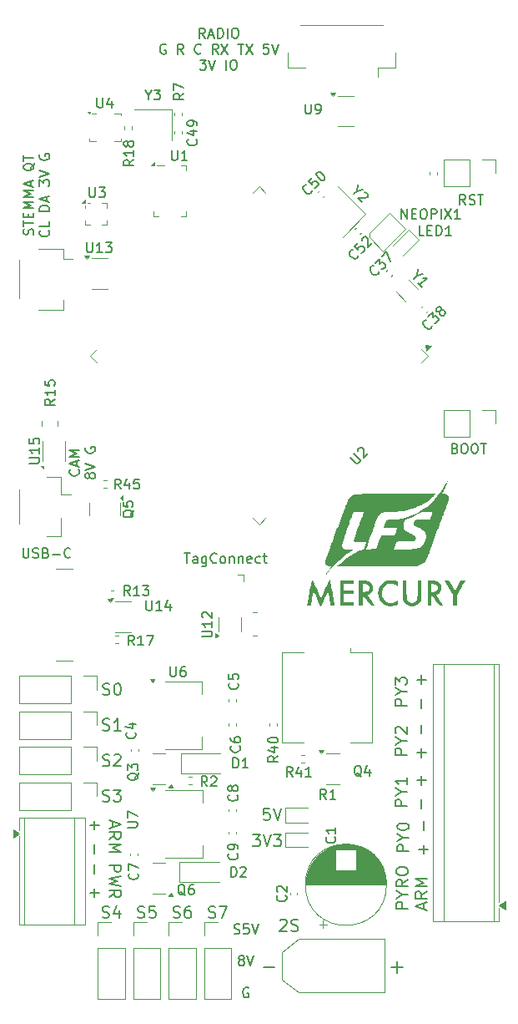
<source format=gbr>
%TF.GenerationSoftware,KiCad,Pcbnew,9.0.1*%
%TF.CreationDate,2025-05-13T00:09:27-04:00*%
%TF.ProjectId,CRVFCU,43525646-4355-42e6-9b69-6361645f7063,rev?*%
%TF.SameCoordinates,Original*%
%TF.FileFunction,Legend,Top*%
%TF.FilePolarity,Positive*%
%FSLAX46Y46*%
G04 Gerber Fmt 4.6, Leading zero omitted, Abs format (unit mm)*
G04 Created by KiCad (PCBNEW 9.0.1) date 2025-05-13 00:09:27*
%MOMM*%
%LPD*%
G01*
G04 APERTURE LIST*
%ADD10C,0.180000*%
%ADD11C,0.200000*%
%ADD12C,0.150000*%
%ADD13C,0.120000*%
%ADD14C,0.000000*%
G04 APERTURE END LIST*
D10*
X57409523Y-74168259D02*
X57980951Y-74168259D01*
X57695237Y-75168259D02*
X57695237Y-74168259D01*
X58742856Y-75168259D02*
X58742856Y-74644449D01*
X58742856Y-74644449D02*
X58695237Y-74549211D01*
X58695237Y-74549211D02*
X58599999Y-74501592D01*
X58599999Y-74501592D02*
X58409523Y-74501592D01*
X58409523Y-74501592D02*
X58314285Y-74549211D01*
X58742856Y-75120640D02*
X58647618Y-75168259D01*
X58647618Y-75168259D02*
X58409523Y-75168259D01*
X58409523Y-75168259D02*
X58314285Y-75120640D01*
X58314285Y-75120640D02*
X58266666Y-75025401D01*
X58266666Y-75025401D02*
X58266666Y-74930163D01*
X58266666Y-74930163D02*
X58314285Y-74834925D01*
X58314285Y-74834925D02*
X58409523Y-74787306D01*
X58409523Y-74787306D02*
X58647618Y-74787306D01*
X58647618Y-74787306D02*
X58742856Y-74739687D01*
X59647618Y-74501592D02*
X59647618Y-75311116D01*
X59647618Y-75311116D02*
X59599999Y-75406354D01*
X59599999Y-75406354D02*
X59552380Y-75453973D01*
X59552380Y-75453973D02*
X59457142Y-75501592D01*
X59457142Y-75501592D02*
X59314285Y-75501592D01*
X59314285Y-75501592D02*
X59219047Y-75453973D01*
X59647618Y-75120640D02*
X59552380Y-75168259D01*
X59552380Y-75168259D02*
X59361904Y-75168259D01*
X59361904Y-75168259D02*
X59266666Y-75120640D01*
X59266666Y-75120640D02*
X59219047Y-75073020D01*
X59219047Y-75073020D02*
X59171428Y-74977782D01*
X59171428Y-74977782D02*
X59171428Y-74692068D01*
X59171428Y-74692068D02*
X59219047Y-74596830D01*
X59219047Y-74596830D02*
X59266666Y-74549211D01*
X59266666Y-74549211D02*
X59361904Y-74501592D01*
X59361904Y-74501592D02*
X59552380Y-74501592D01*
X59552380Y-74501592D02*
X59647618Y-74549211D01*
X60695237Y-75073020D02*
X60647618Y-75120640D01*
X60647618Y-75120640D02*
X60504761Y-75168259D01*
X60504761Y-75168259D02*
X60409523Y-75168259D01*
X60409523Y-75168259D02*
X60266666Y-75120640D01*
X60266666Y-75120640D02*
X60171428Y-75025401D01*
X60171428Y-75025401D02*
X60123809Y-74930163D01*
X60123809Y-74930163D02*
X60076190Y-74739687D01*
X60076190Y-74739687D02*
X60076190Y-74596830D01*
X60076190Y-74596830D02*
X60123809Y-74406354D01*
X60123809Y-74406354D02*
X60171428Y-74311116D01*
X60171428Y-74311116D02*
X60266666Y-74215878D01*
X60266666Y-74215878D02*
X60409523Y-74168259D01*
X60409523Y-74168259D02*
X60504761Y-74168259D01*
X60504761Y-74168259D02*
X60647618Y-74215878D01*
X60647618Y-74215878D02*
X60695237Y-74263497D01*
X61266666Y-75168259D02*
X61171428Y-75120640D01*
X61171428Y-75120640D02*
X61123809Y-75073020D01*
X61123809Y-75073020D02*
X61076190Y-74977782D01*
X61076190Y-74977782D02*
X61076190Y-74692068D01*
X61076190Y-74692068D02*
X61123809Y-74596830D01*
X61123809Y-74596830D02*
X61171428Y-74549211D01*
X61171428Y-74549211D02*
X61266666Y-74501592D01*
X61266666Y-74501592D02*
X61409523Y-74501592D01*
X61409523Y-74501592D02*
X61504761Y-74549211D01*
X61504761Y-74549211D02*
X61552380Y-74596830D01*
X61552380Y-74596830D02*
X61599999Y-74692068D01*
X61599999Y-74692068D02*
X61599999Y-74977782D01*
X61599999Y-74977782D02*
X61552380Y-75073020D01*
X61552380Y-75073020D02*
X61504761Y-75120640D01*
X61504761Y-75120640D02*
X61409523Y-75168259D01*
X61409523Y-75168259D02*
X61266666Y-75168259D01*
X62028571Y-74501592D02*
X62028571Y-75168259D01*
X62028571Y-74596830D02*
X62076190Y-74549211D01*
X62076190Y-74549211D02*
X62171428Y-74501592D01*
X62171428Y-74501592D02*
X62314285Y-74501592D01*
X62314285Y-74501592D02*
X62409523Y-74549211D01*
X62409523Y-74549211D02*
X62457142Y-74644449D01*
X62457142Y-74644449D02*
X62457142Y-75168259D01*
X62933333Y-74501592D02*
X62933333Y-75168259D01*
X62933333Y-74596830D02*
X62980952Y-74549211D01*
X62980952Y-74549211D02*
X63076190Y-74501592D01*
X63076190Y-74501592D02*
X63219047Y-74501592D01*
X63219047Y-74501592D02*
X63314285Y-74549211D01*
X63314285Y-74549211D02*
X63361904Y-74644449D01*
X63361904Y-74644449D02*
X63361904Y-75168259D01*
X64219047Y-75120640D02*
X64123809Y-75168259D01*
X64123809Y-75168259D02*
X63933333Y-75168259D01*
X63933333Y-75168259D02*
X63838095Y-75120640D01*
X63838095Y-75120640D02*
X63790476Y-75025401D01*
X63790476Y-75025401D02*
X63790476Y-74644449D01*
X63790476Y-74644449D02*
X63838095Y-74549211D01*
X63838095Y-74549211D02*
X63933333Y-74501592D01*
X63933333Y-74501592D02*
X64123809Y-74501592D01*
X64123809Y-74501592D02*
X64219047Y-74549211D01*
X64219047Y-74549211D02*
X64266666Y-74644449D01*
X64266666Y-74644449D02*
X64266666Y-74739687D01*
X64266666Y-74739687D02*
X63790476Y-74834925D01*
X65123809Y-75120640D02*
X65028571Y-75168259D01*
X65028571Y-75168259D02*
X64838095Y-75168259D01*
X64838095Y-75168259D02*
X64742857Y-75120640D01*
X64742857Y-75120640D02*
X64695238Y-75073020D01*
X64695238Y-75073020D02*
X64647619Y-74977782D01*
X64647619Y-74977782D02*
X64647619Y-74692068D01*
X64647619Y-74692068D02*
X64695238Y-74596830D01*
X64695238Y-74596830D02*
X64742857Y-74549211D01*
X64742857Y-74549211D02*
X64838095Y-74501592D01*
X64838095Y-74501592D02*
X65028571Y-74501592D01*
X65028571Y-74501592D02*
X65123809Y-74549211D01*
X65409524Y-74501592D02*
X65790476Y-74501592D01*
X65552381Y-74168259D02*
X65552381Y-75025401D01*
X65552381Y-75025401D02*
X65600000Y-75120640D01*
X65600000Y-75120640D02*
X65695238Y-75168259D01*
X65695238Y-75168259D02*
X65790476Y-75168259D01*
D11*
X80010809Y-89599999D02*
X78810809Y-89599999D01*
X78810809Y-89599999D02*
X78810809Y-89142856D01*
X78810809Y-89142856D02*
X78867952Y-89028571D01*
X78867952Y-89028571D02*
X78925095Y-88971428D01*
X78925095Y-88971428D02*
X79039381Y-88914285D01*
X79039381Y-88914285D02*
X79210809Y-88914285D01*
X79210809Y-88914285D02*
X79325095Y-88971428D01*
X79325095Y-88971428D02*
X79382238Y-89028571D01*
X79382238Y-89028571D02*
X79439381Y-89142856D01*
X79439381Y-89142856D02*
X79439381Y-89599999D01*
X79439381Y-88171428D02*
X80010809Y-88171428D01*
X78810809Y-88571428D02*
X79439381Y-88171428D01*
X79439381Y-88171428D02*
X78810809Y-87771428D01*
X78810809Y-87485714D02*
X78810809Y-86742857D01*
X78810809Y-86742857D02*
X79267952Y-87142857D01*
X79267952Y-87142857D02*
X79267952Y-86971428D01*
X79267952Y-86971428D02*
X79325095Y-86857143D01*
X79325095Y-86857143D02*
X79382238Y-86800000D01*
X79382238Y-86800000D02*
X79496524Y-86742857D01*
X79496524Y-86742857D02*
X79782238Y-86742857D01*
X79782238Y-86742857D02*
X79896524Y-86800000D01*
X79896524Y-86800000D02*
X79953667Y-86857143D01*
X79953667Y-86857143D02*
X80010809Y-86971428D01*
X80010809Y-86971428D02*
X80010809Y-87314285D01*
X80010809Y-87314285D02*
X79953667Y-87428571D01*
X79953667Y-87428571D02*
X79896524Y-87485714D01*
X81485600Y-89857142D02*
X81485600Y-88942857D01*
X81485600Y-87457142D02*
X81485600Y-86542857D01*
X81942742Y-86999999D02*
X81028457Y-86999999D01*
X80010809Y-99799999D02*
X78810809Y-99799999D01*
X78810809Y-99799999D02*
X78810809Y-99342856D01*
X78810809Y-99342856D02*
X78867952Y-99228571D01*
X78867952Y-99228571D02*
X78925095Y-99171428D01*
X78925095Y-99171428D02*
X79039381Y-99114285D01*
X79039381Y-99114285D02*
X79210809Y-99114285D01*
X79210809Y-99114285D02*
X79325095Y-99171428D01*
X79325095Y-99171428D02*
X79382238Y-99228571D01*
X79382238Y-99228571D02*
X79439381Y-99342856D01*
X79439381Y-99342856D02*
X79439381Y-99799999D01*
X79439381Y-98371428D02*
X80010809Y-98371428D01*
X78810809Y-98771428D02*
X79439381Y-98371428D01*
X79439381Y-98371428D02*
X78810809Y-97971428D01*
X80010809Y-96942857D02*
X80010809Y-97628571D01*
X80010809Y-97285714D02*
X78810809Y-97285714D01*
X78810809Y-97285714D02*
X78982238Y-97400000D01*
X78982238Y-97400000D02*
X79096524Y-97514285D01*
X79096524Y-97514285D02*
X79153667Y-97628571D01*
X81485600Y-100057142D02*
X81485600Y-99142857D01*
X81485600Y-97657142D02*
X81485600Y-96742857D01*
X81942742Y-97199999D02*
X81028457Y-97199999D01*
X80210809Y-104399999D02*
X79010809Y-104399999D01*
X79010809Y-104399999D02*
X79010809Y-103942856D01*
X79010809Y-103942856D02*
X79067952Y-103828571D01*
X79067952Y-103828571D02*
X79125095Y-103771428D01*
X79125095Y-103771428D02*
X79239381Y-103714285D01*
X79239381Y-103714285D02*
X79410809Y-103714285D01*
X79410809Y-103714285D02*
X79525095Y-103771428D01*
X79525095Y-103771428D02*
X79582238Y-103828571D01*
X79582238Y-103828571D02*
X79639381Y-103942856D01*
X79639381Y-103942856D02*
X79639381Y-104399999D01*
X79639381Y-102971428D02*
X80210809Y-102971428D01*
X79010809Y-103371428D02*
X79639381Y-102971428D01*
X79639381Y-102971428D02*
X79010809Y-102571428D01*
X79010809Y-101942857D02*
X79010809Y-101828571D01*
X79010809Y-101828571D02*
X79067952Y-101714285D01*
X79067952Y-101714285D02*
X79125095Y-101657143D01*
X79125095Y-101657143D02*
X79239381Y-101600000D01*
X79239381Y-101600000D02*
X79467952Y-101542857D01*
X79467952Y-101542857D02*
X79753667Y-101542857D01*
X79753667Y-101542857D02*
X79982238Y-101600000D01*
X79982238Y-101600000D02*
X80096524Y-101657143D01*
X80096524Y-101657143D02*
X80153667Y-101714285D01*
X80153667Y-101714285D02*
X80210809Y-101828571D01*
X80210809Y-101828571D02*
X80210809Y-101942857D01*
X80210809Y-101942857D02*
X80153667Y-102057143D01*
X80153667Y-102057143D02*
X80096524Y-102114285D01*
X80096524Y-102114285D02*
X79982238Y-102171428D01*
X79982238Y-102171428D02*
X79753667Y-102228571D01*
X79753667Y-102228571D02*
X79467952Y-102228571D01*
X79467952Y-102228571D02*
X79239381Y-102171428D01*
X79239381Y-102171428D02*
X79125095Y-102114285D01*
X79125095Y-102114285D02*
X79067952Y-102057143D01*
X79067952Y-102057143D02*
X79010809Y-101942857D01*
X81685600Y-104657142D02*
X81685600Y-103742857D01*
X82142742Y-104199999D02*
X81228457Y-104199999D01*
X81685600Y-102257142D02*
X81685600Y-101342857D01*
X67140149Y-111397028D02*
X67197292Y-111339885D01*
X67197292Y-111339885D02*
X67311578Y-111282742D01*
X67311578Y-111282742D02*
X67597292Y-111282742D01*
X67597292Y-111282742D02*
X67711578Y-111339885D01*
X67711578Y-111339885D02*
X67768720Y-111397028D01*
X67768720Y-111397028D02*
X67825863Y-111511314D01*
X67825863Y-111511314D02*
X67825863Y-111625600D01*
X67825863Y-111625600D02*
X67768720Y-111797028D01*
X67768720Y-111797028D02*
X67083006Y-112482742D01*
X67083006Y-112482742D02*
X67825863Y-112482742D01*
X68283006Y-112425600D02*
X68454435Y-112482742D01*
X68454435Y-112482742D02*
X68740149Y-112482742D01*
X68740149Y-112482742D02*
X68854435Y-112425600D01*
X68854435Y-112425600D02*
X68911577Y-112368457D01*
X68911577Y-112368457D02*
X68968720Y-112254171D01*
X68968720Y-112254171D02*
X68968720Y-112139885D01*
X68968720Y-112139885D02*
X68911577Y-112025600D01*
X68911577Y-112025600D02*
X68854435Y-111968457D01*
X68854435Y-111968457D02*
X68740149Y-111911314D01*
X68740149Y-111911314D02*
X68511577Y-111854171D01*
X68511577Y-111854171D02*
X68397292Y-111797028D01*
X68397292Y-111797028D02*
X68340149Y-111739885D01*
X68340149Y-111739885D02*
X68283006Y-111625600D01*
X68283006Y-111625600D02*
X68283006Y-111511314D01*
X68283006Y-111511314D02*
X68340149Y-111397028D01*
X68340149Y-111397028D02*
X68397292Y-111339885D01*
X68397292Y-111339885D02*
X68511577Y-111282742D01*
X68511577Y-111282742D02*
X68797292Y-111282742D01*
X68797292Y-111282742D02*
X68968720Y-111339885D01*
X49095714Y-111085600D02*
X49267143Y-111142742D01*
X49267143Y-111142742D02*
X49552857Y-111142742D01*
X49552857Y-111142742D02*
X49667143Y-111085600D01*
X49667143Y-111085600D02*
X49724285Y-111028457D01*
X49724285Y-111028457D02*
X49781428Y-110914171D01*
X49781428Y-110914171D02*
X49781428Y-110799885D01*
X49781428Y-110799885D02*
X49724285Y-110685600D01*
X49724285Y-110685600D02*
X49667143Y-110628457D01*
X49667143Y-110628457D02*
X49552857Y-110571314D01*
X49552857Y-110571314D02*
X49324285Y-110514171D01*
X49324285Y-110514171D02*
X49210000Y-110457028D01*
X49210000Y-110457028D02*
X49152857Y-110399885D01*
X49152857Y-110399885D02*
X49095714Y-110285600D01*
X49095714Y-110285600D02*
X49095714Y-110171314D01*
X49095714Y-110171314D02*
X49152857Y-110057028D01*
X49152857Y-110057028D02*
X49210000Y-109999885D01*
X49210000Y-109999885D02*
X49324285Y-109942742D01*
X49324285Y-109942742D02*
X49610000Y-109942742D01*
X49610000Y-109942742D02*
X49781428Y-109999885D01*
X50810000Y-110342742D02*
X50810000Y-111142742D01*
X50524285Y-109885600D02*
X50238571Y-110742742D01*
X50238571Y-110742742D02*
X50981428Y-110742742D01*
D10*
X42054378Y-41877805D02*
X42101997Y-41734948D01*
X42101997Y-41734948D02*
X42101997Y-41496853D01*
X42101997Y-41496853D02*
X42054378Y-41401615D01*
X42054378Y-41401615D02*
X42006758Y-41353996D01*
X42006758Y-41353996D02*
X41911520Y-41306377D01*
X41911520Y-41306377D02*
X41816282Y-41306377D01*
X41816282Y-41306377D02*
X41721044Y-41353996D01*
X41721044Y-41353996D02*
X41673425Y-41401615D01*
X41673425Y-41401615D02*
X41625806Y-41496853D01*
X41625806Y-41496853D02*
X41578187Y-41687329D01*
X41578187Y-41687329D02*
X41530568Y-41782567D01*
X41530568Y-41782567D02*
X41482949Y-41830186D01*
X41482949Y-41830186D02*
X41387711Y-41877805D01*
X41387711Y-41877805D02*
X41292473Y-41877805D01*
X41292473Y-41877805D02*
X41197235Y-41830186D01*
X41197235Y-41830186D02*
X41149616Y-41782567D01*
X41149616Y-41782567D02*
X41101997Y-41687329D01*
X41101997Y-41687329D02*
X41101997Y-41449234D01*
X41101997Y-41449234D02*
X41149616Y-41306377D01*
X41101997Y-41020662D02*
X41101997Y-40449234D01*
X42101997Y-40734948D02*
X41101997Y-40734948D01*
X41578187Y-40115900D02*
X41578187Y-39782567D01*
X42101997Y-39639710D02*
X42101997Y-40115900D01*
X42101997Y-40115900D02*
X41101997Y-40115900D01*
X41101997Y-40115900D02*
X41101997Y-39639710D01*
X42101997Y-39211138D02*
X41101997Y-39211138D01*
X41101997Y-39211138D02*
X41816282Y-38877805D01*
X41816282Y-38877805D02*
X41101997Y-38544472D01*
X41101997Y-38544472D02*
X42101997Y-38544472D01*
X42101997Y-38068281D02*
X41101997Y-38068281D01*
X41101997Y-38068281D02*
X41816282Y-37734948D01*
X41816282Y-37734948D02*
X41101997Y-37401615D01*
X41101997Y-37401615D02*
X42101997Y-37401615D01*
X41816282Y-36973043D02*
X41816282Y-36496853D01*
X42101997Y-37068281D02*
X41101997Y-36734948D01*
X41101997Y-36734948D02*
X42101997Y-36401615D01*
X42197235Y-34639710D02*
X42149616Y-34734948D01*
X42149616Y-34734948D02*
X42054378Y-34830186D01*
X42054378Y-34830186D02*
X41911520Y-34973043D01*
X41911520Y-34973043D02*
X41863901Y-35068281D01*
X41863901Y-35068281D02*
X41863901Y-35163519D01*
X42101997Y-35115900D02*
X42054378Y-35211138D01*
X42054378Y-35211138D02*
X41959139Y-35306376D01*
X41959139Y-35306376D02*
X41768663Y-35353995D01*
X41768663Y-35353995D02*
X41435330Y-35353995D01*
X41435330Y-35353995D02*
X41244854Y-35306376D01*
X41244854Y-35306376D02*
X41149616Y-35211138D01*
X41149616Y-35211138D02*
X41101997Y-35115900D01*
X41101997Y-35115900D02*
X41101997Y-34925424D01*
X41101997Y-34925424D02*
X41149616Y-34830186D01*
X41149616Y-34830186D02*
X41244854Y-34734948D01*
X41244854Y-34734948D02*
X41435330Y-34687329D01*
X41435330Y-34687329D02*
X41768663Y-34687329D01*
X41768663Y-34687329D02*
X41959139Y-34734948D01*
X41959139Y-34734948D02*
X42054378Y-34830186D01*
X42054378Y-34830186D02*
X42101997Y-34925424D01*
X42101997Y-34925424D02*
X42101997Y-35115900D01*
X41101997Y-34401614D02*
X41101997Y-33830186D01*
X42101997Y-34115900D02*
X41101997Y-34115900D01*
X43616702Y-41473044D02*
X43664322Y-41520663D01*
X43664322Y-41520663D02*
X43711941Y-41663520D01*
X43711941Y-41663520D02*
X43711941Y-41758758D01*
X43711941Y-41758758D02*
X43664322Y-41901615D01*
X43664322Y-41901615D02*
X43569083Y-41996853D01*
X43569083Y-41996853D02*
X43473845Y-42044472D01*
X43473845Y-42044472D02*
X43283369Y-42092091D01*
X43283369Y-42092091D02*
X43140512Y-42092091D01*
X43140512Y-42092091D02*
X42950036Y-42044472D01*
X42950036Y-42044472D02*
X42854798Y-41996853D01*
X42854798Y-41996853D02*
X42759560Y-41901615D01*
X42759560Y-41901615D02*
X42711941Y-41758758D01*
X42711941Y-41758758D02*
X42711941Y-41663520D01*
X42711941Y-41663520D02*
X42759560Y-41520663D01*
X42759560Y-41520663D02*
X42807179Y-41473044D01*
X43711941Y-40568282D02*
X43711941Y-41044472D01*
X43711941Y-41044472D02*
X42711941Y-41044472D01*
X43711941Y-39473043D02*
X42711941Y-39473043D01*
X42711941Y-39473043D02*
X42711941Y-39234948D01*
X42711941Y-39234948D02*
X42759560Y-39092091D01*
X42759560Y-39092091D02*
X42854798Y-38996853D01*
X42854798Y-38996853D02*
X42950036Y-38949234D01*
X42950036Y-38949234D02*
X43140512Y-38901615D01*
X43140512Y-38901615D02*
X43283369Y-38901615D01*
X43283369Y-38901615D02*
X43473845Y-38949234D01*
X43473845Y-38949234D02*
X43569083Y-38996853D01*
X43569083Y-38996853D02*
X43664322Y-39092091D01*
X43664322Y-39092091D02*
X43711941Y-39234948D01*
X43711941Y-39234948D02*
X43711941Y-39473043D01*
X43426226Y-38520662D02*
X43426226Y-38044472D01*
X43711941Y-38615900D02*
X42711941Y-38282567D01*
X42711941Y-38282567D02*
X43711941Y-37949234D01*
X42711941Y-36949233D02*
X42711941Y-36330186D01*
X42711941Y-36330186D02*
X43092893Y-36663519D01*
X43092893Y-36663519D02*
X43092893Y-36520662D01*
X43092893Y-36520662D02*
X43140512Y-36425424D01*
X43140512Y-36425424D02*
X43188131Y-36377805D01*
X43188131Y-36377805D02*
X43283369Y-36330186D01*
X43283369Y-36330186D02*
X43521464Y-36330186D01*
X43521464Y-36330186D02*
X43616702Y-36377805D01*
X43616702Y-36377805D02*
X43664322Y-36425424D01*
X43664322Y-36425424D02*
X43711941Y-36520662D01*
X43711941Y-36520662D02*
X43711941Y-36806376D01*
X43711941Y-36806376D02*
X43664322Y-36901614D01*
X43664322Y-36901614D02*
X43616702Y-36949233D01*
X42711941Y-36044471D02*
X43711941Y-35711138D01*
X43711941Y-35711138D02*
X42711941Y-35377805D01*
X42759560Y-33758757D02*
X42711941Y-33853995D01*
X42711941Y-33853995D02*
X42711941Y-33996852D01*
X42711941Y-33996852D02*
X42759560Y-34139709D01*
X42759560Y-34139709D02*
X42854798Y-34234947D01*
X42854798Y-34234947D02*
X42950036Y-34282566D01*
X42950036Y-34282566D02*
X43140512Y-34330185D01*
X43140512Y-34330185D02*
X43283369Y-34330185D01*
X43283369Y-34330185D02*
X43473845Y-34282566D01*
X43473845Y-34282566D02*
X43569083Y-34234947D01*
X43569083Y-34234947D02*
X43664322Y-34139709D01*
X43664322Y-34139709D02*
X43711941Y-33996852D01*
X43711941Y-33996852D02*
X43711941Y-33901614D01*
X43711941Y-33901614D02*
X43664322Y-33758757D01*
X43664322Y-33758757D02*
X43616702Y-33711138D01*
X43616702Y-33711138D02*
X43283369Y-33711138D01*
X43283369Y-33711138D02*
X43283369Y-33901614D01*
D11*
X59885713Y-111085600D02*
X60057142Y-111142742D01*
X60057142Y-111142742D02*
X60342856Y-111142742D01*
X60342856Y-111142742D02*
X60457142Y-111085600D01*
X60457142Y-111085600D02*
X60514284Y-111028457D01*
X60514284Y-111028457D02*
X60571427Y-110914171D01*
X60571427Y-110914171D02*
X60571427Y-110799885D01*
X60571427Y-110799885D02*
X60514284Y-110685600D01*
X60514284Y-110685600D02*
X60457142Y-110628457D01*
X60457142Y-110628457D02*
X60342856Y-110571314D01*
X60342856Y-110571314D02*
X60114284Y-110514171D01*
X60114284Y-110514171D02*
X59999999Y-110457028D01*
X59999999Y-110457028D02*
X59942856Y-110399885D01*
X59942856Y-110399885D02*
X59885713Y-110285600D01*
X59885713Y-110285600D02*
X59885713Y-110171314D01*
X59885713Y-110171314D02*
X59942856Y-110057028D01*
X59942856Y-110057028D02*
X59999999Y-109999885D01*
X59999999Y-109999885D02*
X60114284Y-109942742D01*
X60114284Y-109942742D02*
X60399999Y-109942742D01*
X60399999Y-109942742D02*
X60571427Y-109999885D01*
X60971427Y-109942742D02*
X61771427Y-109942742D01*
X61771427Y-109942742D02*
X61257141Y-111142742D01*
X49145714Y-92087600D02*
X49317143Y-92144742D01*
X49317143Y-92144742D02*
X49602857Y-92144742D01*
X49602857Y-92144742D02*
X49717143Y-92087600D01*
X49717143Y-92087600D02*
X49774285Y-92030457D01*
X49774285Y-92030457D02*
X49831428Y-91916171D01*
X49831428Y-91916171D02*
X49831428Y-91801885D01*
X49831428Y-91801885D02*
X49774285Y-91687600D01*
X49774285Y-91687600D02*
X49717143Y-91630457D01*
X49717143Y-91630457D02*
X49602857Y-91573314D01*
X49602857Y-91573314D02*
X49374285Y-91516171D01*
X49374285Y-91516171D02*
X49260000Y-91459028D01*
X49260000Y-91459028D02*
X49202857Y-91401885D01*
X49202857Y-91401885D02*
X49145714Y-91287600D01*
X49145714Y-91287600D02*
X49145714Y-91173314D01*
X49145714Y-91173314D02*
X49202857Y-91059028D01*
X49202857Y-91059028D02*
X49260000Y-91001885D01*
X49260000Y-91001885D02*
X49374285Y-90944742D01*
X49374285Y-90944742D02*
X49660000Y-90944742D01*
X49660000Y-90944742D02*
X49831428Y-91001885D01*
X50974285Y-92144742D02*
X50288571Y-92144742D01*
X50631428Y-92144742D02*
X50631428Y-90944742D01*
X50631428Y-90944742D02*
X50517142Y-91116171D01*
X50517142Y-91116171D02*
X50402857Y-91230457D01*
X50402857Y-91230457D02*
X50288571Y-91287600D01*
X49759190Y-105800000D02*
X50959190Y-105800000D01*
X50959190Y-105800000D02*
X50959190Y-106257143D01*
X50959190Y-106257143D02*
X50902047Y-106371428D01*
X50902047Y-106371428D02*
X50844904Y-106428571D01*
X50844904Y-106428571D02*
X50730618Y-106485714D01*
X50730618Y-106485714D02*
X50559190Y-106485714D01*
X50559190Y-106485714D02*
X50444904Y-106428571D01*
X50444904Y-106428571D02*
X50387761Y-106371428D01*
X50387761Y-106371428D02*
X50330618Y-106257143D01*
X50330618Y-106257143D02*
X50330618Y-105800000D01*
X50959190Y-106885714D02*
X49759190Y-107171428D01*
X49759190Y-107171428D02*
X50616333Y-107400000D01*
X50616333Y-107400000D02*
X49759190Y-107628571D01*
X49759190Y-107628571D02*
X50959190Y-107914286D01*
X49759190Y-109057143D02*
X50330618Y-108657143D01*
X49759190Y-108371429D02*
X50959190Y-108371429D01*
X50959190Y-108371429D02*
X50959190Y-108828572D01*
X50959190Y-108828572D02*
X50902047Y-108942857D01*
X50902047Y-108942857D02*
X50844904Y-109000000D01*
X50844904Y-109000000D02*
X50730618Y-109057143D01*
X50730618Y-109057143D02*
X50559190Y-109057143D01*
X50559190Y-109057143D02*
X50444904Y-109000000D01*
X50444904Y-109000000D02*
X50387761Y-108942857D01*
X50387761Y-108942857D02*
X50330618Y-108828572D01*
X50330618Y-108828572D02*
X50330618Y-108371429D01*
X48284400Y-105742857D02*
X48284400Y-106657143D01*
X48284400Y-108142857D02*
X48284400Y-109057143D01*
X47827257Y-108600000D02*
X48741542Y-108600000D01*
D10*
X46663076Y-65690476D02*
X46710696Y-65738095D01*
X46710696Y-65738095D02*
X46758315Y-65880952D01*
X46758315Y-65880952D02*
X46758315Y-65976190D01*
X46758315Y-65976190D02*
X46710696Y-66119047D01*
X46710696Y-66119047D02*
X46615457Y-66214285D01*
X46615457Y-66214285D02*
X46520219Y-66261904D01*
X46520219Y-66261904D02*
X46329743Y-66309523D01*
X46329743Y-66309523D02*
X46186886Y-66309523D01*
X46186886Y-66309523D02*
X45996410Y-66261904D01*
X45996410Y-66261904D02*
X45901172Y-66214285D01*
X45901172Y-66214285D02*
X45805934Y-66119047D01*
X45805934Y-66119047D02*
X45758315Y-65976190D01*
X45758315Y-65976190D02*
X45758315Y-65880952D01*
X45758315Y-65880952D02*
X45805934Y-65738095D01*
X45805934Y-65738095D02*
X45853553Y-65690476D01*
X46472600Y-65309523D02*
X46472600Y-64833333D01*
X46758315Y-65404761D02*
X45758315Y-65071428D01*
X45758315Y-65071428D02*
X46758315Y-64738095D01*
X46758315Y-64404761D02*
X45758315Y-64404761D01*
X45758315Y-64404761D02*
X46472600Y-64071428D01*
X46472600Y-64071428D02*
X45758315Y-63738095D01*
X45758315Y-63738095D02*
X46758315Y-63738095D01*
X47796830Y-66404761D02*
X47749211Y-66499999D01*
X47749211Y-66499999D02*
X47701592Y-66547618D01*
X47701592Y-66547618D02*
X47606354Y-66595237D01*
X47606354Y-66595237D02*
X47558735Y-66595237D01*
X47558735Y-66595237D02*
X47463497Y-66547618D01*
X47463497Y-66547618D02*
X47415878Y-66499999D01*
X47415878Y-66499999D02*
X47368259Y-66404761D01*
X47368259Y-66404761D02*
X47368259Y-66214285D01*
X47368259Y-66214285D02*
X47415878Y-66119047D01*
X47415878Y-66119047D02*
X47463497Y-66071428D01*
X47463497Y-66071428D02*
X47558735Y-66023809D01*
X47558735Y-66023809D02*
X47606354Y-66023809D01*
X47606354Y-66023809D02*
X47701592Y-66071428D01*
X47701592Y-66071428D02*
X47749211Y-66119047D01*
X47749211Y-66119047D02*
X47796830Y-66214285D01*
X47796830Y-66214285D02*
X47796830Y-66404761D01*
X47796830Y-66404761D02*
X47844449Y-66499999D01*
X47844449Y-66499999D02*
X47892068Y-66547618D01*
X47892068Y-66547618D02*
X47987306Y-66595237D01*
X47987306Y-66595237D02*
X48177782Y-66595237D01*
X48177782Y-66595237D02*
X48273020Y-66547618D01*
X48273020Y-66547618D02*
X48320640Y-66499999D01*
X48320640Y-66499999D02*
X48368259Y-66404761D01*
X48368259Y-66404761D02*
X48368259Y-66214285D01*
X48368259Y-66214285D02*
X48320640Y-66119047D01*
X48320640Y-66119047D02*
X48273020Y-66071428D01*
X48273020Y-66071428D02*
X48177782Y-66023809D01*
X48177782Y-66023809D02*
X47987306Y-66023809D01*
X47987306Y-66023809D02*
X47892068Y-66071428D01*
X47892068Y-66071428D02*
X47844449Y-66119047D01*
X47844449Y-66119047D02*
X47796830Y-66214285D01*
X47368259Y-65738094D02*
X48368259Y-65404761D01*
X48368259Y-65404761D02*
X47368259Y-65071428D01*
X47415878Y-63452380D02*
X47368259Y-63547618D01*
X47368259Y-63547618D02*
X47368259Y-63690475D01*
X47368259Y-63690475D02*
X47415878Y-63833332D01*
X47415878Y-63833332D02*
X47511116Y-63928570D01*
X47511116Y-63928570D02*
X47606354Y-63976189D01*
X47606354Y-63976189D02*
X47796830Y-64023808D01*
X47796830Y-64023808D02*
X47939687Y-64023808D01*
X47939687Y-64023808D02*
X48130163Y-63976189D01*
X48130163Y-63976189D02*
X48225401Y-63928570D01*
X48225401Y-63928570D02*
X48320640Y-63833332D01*
X48320640Y-63833332D02*
X48368259Y-63690475D01*
X48368259Y-63690475D02*
X48368259Y-63595237D01*
X48368259Y-63595237D02*
X48320640Y-63452380D01*
X48320640Y-63452380D02*
X48273020Y-63404761D01*
X48273020Y-63404761D02*
X47939687Y-63404761D01*
X47939687Y-63404761D02*
X47939687Y-63595237D01*
X84892857Y-63544449D02*
X85035714Y-63592068D01*
X85035714Y-63592068D02*
X85083333Y-63639687D01*
X85083333Y-63639687D02*
X85130952Y-63734925D01*
X85130952Y-63734925D02*
X85130952Y-63877782D01*
X85130952Y-63877782D02*
X85083333Y-63973020D01*
X85083333Y-63973020D02*
X85035714Y-64020640D01*
X85035714Y-64020640D02*
X84940476Y-64068259D01*
X84940476Y-64068259D02*
X84559524Y-64068259D01*
X84559524Y-64068259D02*
X84559524Y-63068259D01*
X84559524Y-63068259D02*
X84892857Y-63068259D01*
X84892857Y-63068259D02*
X84988095Y-63115878D01*
X84988095Y-63115878D02*
X85035714Y-63163497D01*
X85035714Y-63163497D02*
X85083333Y-63258735D01*
X85083333Y-63258735D02*
X85083333Y-63353973D01*
X85083333Y-63353973D02*
X85035714Y-63449211D01*
X85035714Y-63449211D02*
X84988095Y-63496830D01*
X84988095Y-63496830D02*
X84892857Y-63544449D01*
X84892857Y-63544449D02*
X84559524Y-63544449D01*
X85750000Y-63068259D02*
X85940476Y-63068259D01*
X85940476Y-63068259D02*
X86035714Y-63115878D01*
X86035714Y-63115878D02*
X86130952Y-63211116D01*
X86130952Y-63211116D02*
X86178571Y-63401592D01*
X86178571Y-63401592D02*
X86178571Y-63734925D01*
X86178571Y-63734925D02*
X86130952Y-63925401D01*
X86130952Y-63925401D02*
X86035714Y-64020640D01*
X86035714Y-64020640D02*
X85940476Y-64068259D01*
X85940476Y-64068259D02*
X85750000Y-64068259D01*
X85750000Y-64068259D02*
X85654762Y-64020640D01*
X85654762Y-64020640D02*
X85559524Y-63925401D01*
X85559524Y-63925401D02*
X85511905Y-63734925D01*
X85511905Y-63734925D02*
X85511905Y-63401592D01*
X85511905Y-63401592D02*
X85559524Y-63211116D01*
X85559524Y-63211116D02*
X85654762Y-63115878D01*
X85654762Y-63115878D02*
X85750000Y-63068259D01*
X86797619Y-63068259D02*
X86988095Y-63068259D01*
X86988095Y-63068259D02*
X87083333Y-63115878D01*
X87083333Y-63115878D02*
X87178571Y-63211116D01*
X87178571Y-63211116D02*
X87226190Y-63401592D01*
X87226190Y-63401592D02*
X87226190Y-63734925D01*
X87226190Y-63734925D02*
X87178571Y-63925401D01*
X87178571Y-63925401D02*
X87083333Y-64020640D01*
X87083333Y-64020640D02*
X86988095Y-64068259D01*
X86988095Y-64068259D02*
X86797619Y-64068259D01*
X86797619Y-64068259D02*
X86702381Y-64020640D01*
X86702381Y-64020640D02*
X86607143Y-63925401D01*
X86607143Y-63925401D02*
X86559524Y-63734925D01*
X86559524Y-63734925D02*
X86559524Y-63401592D01*
X86559524Y-63401592D02*
X86607143Y-63211116D01*
X86607143Y-63211116D02*
X86702381Y-63115878D01*
X86702381Y-63115878D02*
X86797619Y-63068259D01*
X87511905Y-63068259D02*
X88083333Y-63068259D01*
X87797619Y-64068259D02*
X87797619Y-63068259D01*
D11*
X50102047Y-101368571D02*
X50102047Y-101940000D01*
X49759190Y-101254285D02*
X50959190Y-101654285D01*
X50959190Y-101654285D02*
X49759190Y-102054285D01*
X49759190Y-103139999D02*
X50330618Y-102739999D01*
X49759190Y-102454285D02*
X50959190Y-102454285D01*
X50959190Y-102454285D02*
X50959190Y-102911428D01*
X50959190Y-102911428D02*
X50902047Y-103025713D01*
X50902047Y-103025713D02*
X50844904Y-103082856D01*
X50844904Y-103082856D02*
X50730618Y-103139999D01*
X50730618Y-103139999D02*
X50559190Y-103139999D01*
X50559190Y-103139999D02*
X50444904Y-103082856D01*
X50444904Y-103082856D02*
X50387761Y-103025713D01*
X50387761Y-103025713D02*
X50330618Y-102911428D01*
X50330618Y-102911428D02*
X50330618Y-102454285D01*
X49759190Y-103654285D02*
X50959190Y-103654285D01*
X50959190Y-103654285D02*
X50102047Y-104054285D01*
X50102047Y-104054285D02*
X50959190Y-104454285D01*
X50959190Y-104454285D02*
X49759190Y-104454285D01*
X48284400Y-101282857D02*
X48284400Y-102197143D01*
X47827257Y-101740000D02*
X48741542Y-101740000D01*
X48284400Y-103682857D02*
X48284400Y-104597143D01*
X49145714Y-99287600D02*
X49317143Y-99344742D01*
X49317143Y-99344742D02*
X49602857Y-99344742D01*
X49602857Y-99344742D02*
X49717143Y-99287600D01*
X49717143Y-99287600D02*
X49774285Y-99230457D01*
X49774285Y-99230457D02*
X49831428Y-99116171D01*
X49831428Y-99116171D02*
X49831428Y-99001885D01*
X49831428Y-99001885D02*
X49774285Y-98887600D01*
X49774285Y-98887600D02*
X49717143Y-98830457D01*
X49717143Y-98830457D02*
X49602857Y-98773314D01*
X49602857Y-98773314D02*
X49374285Y-98716171D01*
X49374285Y-98716171D02*
X49260000Y-98659028D01*
X49260000Y-98659028D02*
X49202857Y-98601885D01*
X49202857Y-98601885D02*
X49145714Y-98487600D01*
X49145714Y-98487600D02*
X49145714Y-98373314D01*
X49145714Y-98373314D02*
X49202857Y-98259028D01*
X49202857Y-98259028D02*
X49260000Y-98201885D01*
X49260000Y-98201885D02*
X49374285Y-98144742D01*
X49374285Y-98144742D02*
X49660000Y-98144742D01*
X49660000Y-98144742D02*
X49831428Y-98201885D01*
X50231428Y-98144742D02*
X50974285Y-98144742D01*
X50974285Y-98144742D02*
X50574285Y-98601885D01*
X50574285Y-98601885D02*
X50745714Y-98601885D01*
X50745714Y-98601885D02*
X50860000Y-98659028D01*
X50860000Y-98659028D02*
X50917142Y-98716171D01*
X50917142Y-98716171D02*
X50974285Y-98830457D01*
X50974285Y-98830457D02*
X50974285Y-99116171D01*
X50974285Y-99116171D02*
X50917142Y-99230457D01*
X50917142Y-99230457D02*
X50860000Y-99287600D01*
X50860000Y-99287600D02*
X50745714Y-99344742D01*
X50745714Y-99344742D02*
X50402857Y-99344742D01*
X50402857Y-99344742D02*
X50288571Y-99287600D01*
X50288571Y-99287600D02*
X50231428Y-99230457D01*
D10*
X62459524Y-112710864D02*
X62602381Y-112758483D01*
X62602381Y-112758483D02*
X62840476Y-112758483D01*
X62840476Y-112758483D02*
X62935714Y-112710864D01*
X62935714Y-112710864D02*
X62983333Y-112663244D01*
X62983333Y-112663244D02*
X63030952Y-112568006D01*
X63030952Y-112568006D02*
X63030952Y-112472768D01*
X63030952Y-112472768D02*
X62983333Y-112377530D01*
X62983333Y-112377530D02*
X62935714Y-112329911D01*
X62935714Y-112329911D02*
X62840476Y-112282292D01*
X62840476Y-112282292D02*
X62650000Y-112234673D01*
X62650000Y-112234673D02*
X62554762Y-112187054D01*
X62554762Y-112187054D02*
X62507143Y-112139435D01*
X62507143Y-112139435D02*
X62459524Y-112044197D01*
X62459524Y-112044197D02*
X62459524Y-111948959D01*
X62459524Y-111948959D02*
X62507143Y-111853721D01*
X62507143Y-111853721D02*
X62554762Y-111806102D01*
X62554762Y-111806102D02*
X62650000Y-111758483D01*
X62650000Y-111758483D02*
X62888095Y-111758483D01*
X62888095Y-111758483D02*
X63030952Y-111806102D01*
X63935714Y-111758483D02*
X63459524Y-111758483D01*
X63459524Y-111758483D02*
X63411905Y-112234673D01*
X63411905Y-112234673D02*
X63459524Y-112187054D01*
X63459524Y-112187054D02*
X63554762Y-112139435D01*
X63554762Y-112139435D02*
X63792857Y-112139435D01*
X63792857Y-112139435D02*
X63888095Y-112187054D01*
X63888095Y-112187054D02*
X63935714Y-112234673D01*
X63935714Y-112234673D02*
X63983333Y-112329911D01*
X63983333Y-112329911D02*
X63983333Y-112568006D01*
X63983333Y-112568006D02*
X63935714Y-112663244D01*
X63935714Y-112663244D02*
X63888095Y-112710864D01*
X63888095Y-112710864D02*
X63792857Y-112758483D01*
X63792857Y-112758483D02*
X63554762Y-112758483D01*
X63554762Y-112758483D02*
X63459524Y-112710864D01*
X63459524Y-112710864D02*
X63411905Y-112663244D01*
X64269048Y-111758483D02*
X64602381Y-112758483D01*
X64602381Y-112758483D02*
X64935714Y-111758483D01*
X63126190Y-115406942D02*
X63030952Y-115359323D01*
X63030952Y-115359323D02*
X62983333Y-115311704D01*
X62983333Y-115311704D02*
X62935714Y-115216466D01*
X62935714Y-115216466D02*
X62935714Y-115168847D01*
X62935714Y-115168847D02*
X62983333Y-115073609D01*
X62983333Y-115073609D02*
X63030952Y-115025990D01*
X63030952Y-115025990D02*
X63126190Y-114978371D01*
X63126190Y-114978371D02*
X63316666Y-114978371D01*
X63316666Y-114978371D02*
X63411904Y-115025990D01*
X63411904Y-115025990D02*
X63459523Y-115073609D01*
X63459523Y-115073609D02*
X63507142Y-115168847D01*
X63507142Y-115168847D02*
X63507142Y-115216466D01*
X63507142Y-115216466D02*
X63459523Y-115311704D01*
X63459523Y-115311704D02*
X63411904Y-115359323D01*
X63411904Y-115359323D02*
X63316666Y-115406942D01*
X63316666Y-115406942D02*
X63126190Y-115406942D01*
X63126190Y-115406942D02*
X63030952Y-115454561D01*
X63030952Y-115454561D02*
X62983333Y-115502180D01*
X62983333Y-115502180D02*
X62935714Y-115597418D01*
X62935714Y-115597418D02*
X62935714Y-115787894D01*
X62935714Y-115787894D02*
X62983333Y-115883132D01*
X62983333Y-115883132D02*
X63030952Y-115930752D01*
X63030952Y-115930752D02*
X63126190Y-115978371D01*
X63126190Y-115978371D02*
X63316666Y-115978371D01*
X63316666Y-115978371D02*
X63411904Y-115930752D01*
X63411904Y-115930752D02*
X63459523Y-115883132D01*
X63459523Y-115883132D02*
X63507142Y-115787894D01*
X63507142Y-115787894D02*
X63507142Y-115597418D01*
X63507142Y-115597418D02*
X63459523Y-115502180D01*
X63459523Y-115502180D02*
X63411904Y-115454561D01*
X63411904Y-115454561D02*
X63316666Y-115406942D01*
X63792857Y-114978371D02*
X64126190Y-115978371D01*
X64126190Y-115978371D02*
X64459523Y-114978371D01*
X63911904Y-118245878D02*
X63816666Y-118198259D01*
X63816666Y-118198259D02*
X63673809Y-118198259D01*
X63673809Y-118198259D02*
X63530952Y-118245878D01*
X63530952Y-118245878D02*
X63435714Y-118341116D01*
X63435714Y-118341116D02*
X63388095Y-118436354D01*
X63388095Y-118436354D02*
X63340476Y-118626830D01*
X63340476Y-118626830D02*
X63340476Y-118769687D01*
X63340476Y-118769687D02*
X63388095Y-118960163D01*
X63388095Y-118960163D02*
X63435714Y-119055401D01*
X63435714Y-119055401D02*
X63530952Y-119150640D01*
X63530952Y-119150640D02*
X63673809Y-119198259D01*
X63673809Y-119198259D02*
X63769047Y-119198259D01*
X63769047Y-119198259D02*
X63911904Y-119150640D01*
X63911904Y-119150640D02*
X63959523Y-119103020D01*
X63959523Y-119103020D02*
X63959523Y-118769687D01*
X63959523Y-118769687D02*
X63769047Y-118769687D01*
D11*
X80110809Y-110182707D02*
X78910809Y-110182707D01*
X78910809Y-110182707D02*
X78910809Y-109725564D01*
X78910809Y-109725564D02*
X78967952Y-109611279D01*
X78967952Y-109611279D02*
X79025095Y-109554136D01*
X79025095Y-109554136D02*
X79139381Y-109496993D01*
X79139381Y-109496993D02*
X79310809Y-109496993D01*
X79310809Y-109496993D02*
X79425095Y-109554136D01*
X79425095Y-109554136D02*
X79482238Y-109611279D01*
X79482238Y-109611279D02*
X79539381Y-109725564D01*
X79539381Y-109725564D02*
X79539381Y-110182707D01*
X79539381Y-108754136D02*
X80110809Y-108754136D01*
X78910809Y-109154136D02*
X79539381Y-108754136D01*
X79539381Y-108754136D02*
X78910809Y-108354136D01*
X80110809Y-107268422D02*
X79539381Y-107668422D01*
X80110809Y-107954136D02*
X78910809Y-107954136D01*
X78910809Y-107954136D02*
X78910809Y-107496993D01*
X78910809Y-107496993D02*
X78967952Y-107382708D01*
X78967952Y-107382708D02*
X79025095Y-107325565D01*
X79025095Y-107325565D02*
X79139381Y-107268422D01*
X79139381Y-107268422D02*
X79310809Y-107268422D01*
X79310809Y-107268422D02*
X79425095Y-107325565D01*
X79425095Y-107325565D02*
X79482238Y-107382708D01*
X79482238Y-107382708D02*
X79539381Y-107496993D01*
X79539381Y-107496993D02*
X79539381Y-107954136D01*
X78910809Y-106525565D02*
X78910809Y-106296993D01*
X78910809Y-106296993D02*
X78967952Y-106182708D01*
X78967952Y-106182708D02*
X79082238Y-106068422D01*
X79082238Y-106068422D02*
X79310809Y-106011279D01*
X79310809Y-106011279D02*
X79710809Y-106011279D01*
X79710809Y-106011279D02*
X79939381Y-106068422D01*
X79939381Y-106068422D02*
X80053667Y-106182708D01*
X80053667Y-106182708D02*
X80110809Y-106296993D01*
X80110809Y-106296993D02*
X80110809Y-106525565D01*
X80110809Y-106525565D02*
X80053667Y-106639851D01*
X80053667Y-106639851D02*
X79939381Y-106754136D01*
X79939381Y-106754136D02*
X79710809Y-106811279D01*
X79710809Y-106811279D02*
X79310809Y-106811279D01*
X79310809Y-106811279D02*
X79082238Y-106754136D01*
X79082238Y-106754136D02*
X78967952Y-106639851D01*
X78967952Y-106639851D02*
X78910809Y-106525565D01*
X81699885Y-110239850D02*
X81699885Y-109668422D01*
X82042742Y-110354136D02*
X80842742Y-109954136D01*
X80842742Y-109954136D02*
X82042742Y-109554136D01*
X82042742Y-108468422D02*
X81471314Y-108868422D01*
X82042742Y-109154136D02*
X80842742Y-109154136D01*
X80842742Y-109154136D02*
X80842742Y-108696993D01*
X80842742Y-108696993D02*
X80899885Y-108582708D01*
X80899885Y-108582708D02*
X80957028Y-108525565D01*
X80957028Y-108525565D02*
X81071314Y-108468422D01*
X81071314Y-108468422D02*
X81242742Y-108468422D01*
X81242742Y-108468422D02*
X81357028Y-108525565D01*
X81357028Y-108525565D02*
X81414171Y-108582708D01*
X81414171Y-108582708D02*
X81471314Y-108696993D01*
X81471314Y-108696993D02*
X81471314Y-109154136D01*
X82042742Y-107954136D02*
X80842742Y-107954136D01*
X80842742Y-107954136D02*
X81699885Y-107554136D01*
X81699885Y-107554136D02*
X80842742Y-107154136D01*
X80842742Y-107154136D02*
X82042742Y-107154136D01*
D10*
X64339849Y-102693782D02*
X65082706Y-102693782D01*
X65082706Y-102693782D02*
X64682706Y-103150925D01*
X64682706Y-103150925D02*
X64854135Y-103150925D01*
X64854135Y-103150925D02*
X64968421Y-103208068D01*
X64968421Y-103208068D02*
X65025563Y-103265211D01*
X65025563Y-103265211D02*
X65082706Y-103379497D01*
X65082706Y-103379497D02*
X65082706Y-103665211D01*
X65082706Y-103665211D02*
X65025563Y-103779497D01*
X65025563Y-103779497D02*
X64968421Y-103836640D01*
X64968421Y-103836640D02*
X64854135Y-103893782D01*
X64854135Y-103893782D02*
X64511278Y-103893782D01*
X64511278Y-103893782D02*
X64396992Y-103836640D01*
X64396992Y-103836640D02*
X64339849Y-103779497D01*
X65425563Y-102693782D02*
X65825563Y-103893782D01*
X65825563Y-103893782D02*
X66225563Y-102693782D01*
X66511277Y-102693782D02*
X67254134Y-102693782D01*
X67254134Y-102693782D02*
X66854134Y-103150925D01*
X66854134Y-103150925D02*
X67025563Y-103150925D01*
X67025563Y-103150925D02*
X67139849Y-103208068D01*
X67139849Y-103208068D02*
X67196991Y-103265211D01*
X67196991Y-103265211D02*
X67254134Y-103379497D01*
X67254134Y-103379497D02*
X67254134Y-103665211D01*
X67254134Y-103665211D02*
X67196991Y-103779497D01*
X67196991Y-103779497D02*
X67139849Y-103836640D01*
X67139849Y-103836640D02*
X67025563Y-103893782D01*
X67025563Y-103893782D02*
X66682706Y-103893782D01*
X66682706Y-103893782D02*
X66568420Y-103836640D01*
X66568420Y-103836640D02*
X66511277Y-103779497D01*
D11*
X56285714Y-111085600D02*
X56457143Y-111142742D01*
X56457143Y-111142742D02*
X56742857Y-111142742D01*
X56742857Y-111142742D02*
X56857143Y-111085600D01*
X56857143Y-111085600D02*
X56914285Y-111028457D01*
X56914285Y-111028457D02*
X56971428Y-110914171D01*
X56971428Y-110914171D02*
X56971428Y-110799885D01*
X56971428Y-110799885D02*
X56914285Y-110685600D01*
X56914285Y-110685600D02*
X56857143Y-110628457D01*
X56857143Y-110628457D02*
X56742857Y-110571314D01*
X56742857Y-110571314D02*
X56514285Y-110514171D01*
X56514285Y-110514171D02*
X56400000Y-110457028D01*
X56400000Y-110457028D02*
X56342857Y-110399885D01*
X56342857Y-110399885D02*
X56285714Y-110285600D01*
X56285714Y-110285600D02*
X56285714Y-110171314D01*
X56285714Y-110171314D02*
X56342857Y-110057028D01*
X56342857Y-110057028D02*
X56400000Y-109999885D01*
X56400000Y-109999885D02*
X56514285Y-109942742D01*
X56514285Y-109942742D02*
X56800000Y-109942742D01*
X56800000Y-109942742D02*
X56971428Y-109999885D01*
X58000000Y-109942742D02*
X57771428Y-109942742D01*
X57771428Y-109942742D02*
X57657142Y-109999885D01*
X57657142Y-109999885D02*
X57600000Y-110057028D01*
X57600000Y-110057028D02*
X57485714Y-110228457D01*
X57485714Y-110228457D02*
X57428571Y-110457028D01*
X57428571Y-110457028D02*
X57428571Y-110914171D01*
X57428571Y-110914171D02*
X57485714Y-111028457D01*
X57485714Y-111028457D02*
X57542857Y-111085600D01*
X57542857Y-111085600D02*
X57657142Y-111142742D01*
X57657142Y-111142742D02*
X57885714Y-111142742D01*
X57885714Y-111142742D02*
X58000000Y-111085600D01*
X58000000Y-111085600D02*
X58057142Y-111028457D01*
X58057142Y-111028457D02*
X58114285Y-110914171D01*
X58114285Y-110914171D02*
X58114285Y-110628457D01*
X58114285Y-110628457D02*
X58057142Y-110514171D01*
X58057142Y-110514171D02*
X58000000Y-110457028D01*
X58000000Y-110457028D02*
X57885714Y-110399885D01*
X57885714Y-110399885D02*
X57657142Y-110399885D01*
X57657142Y-110399885D02*
X57542857Y-110457028D01*
X57542857Y-110457028D02*
X57485714Y-110514171D01*
X57485714Y-110514171D02*
X57428571Y-110628457D01*
X52685715Y-111085600D02*
X52857144Y-111142742D01*
X52857144Y-111142742D02*
X53142858Y-111142742D01*
X53142858Y-111142742D02*
X53257144Y-111085600D01*
X53257144Y-111085600D02*
X53314286Y-111028457D01*
X53314286Y-111028457D02*
X53371429Y-110914171D01*
X53371429Y-110914171D02*
X53371429Y-110799885D01*
X53371429Y-110799885D02*
X53314286Y-110685600D01*
X53314286Y-110685600D02*
X53257144Y-110628457D01*
X53257144Y-110628457D02*
X53142858Y-110571314D01*
X53142858Y-110571314D02*
X52914286Y-110514171D01*
X52914286Y-110514171D02*
X52800001Y-110457028D01*
X52800001Y-110457028D02*
X52742858Y-110399885D01*
X52742858Y-110399885D02*
X52685715Y-110285600D01*
X52685715Y-110285600D02*
X52685715Y-110171314D01*
X52685715Y-110171314D02*
X52742858Y-110057028D01*
X52742858Y-110057028D02*
X52800001Y-109999885D01*
X52800001Y-109999885D02*
X52914286Y-109942742D01*
X52914286Y-109942742D02*
X53200001Y-109942742D01*
X53200001Y-109942742D02*
X53371429Y-109999885D01*
X54457143Y-109942742D02*
X53885715Y-109942742D01*
X53885715Y-109942742D02*
X53828572Y-110514171D01*
X53828572Y-110514171D02*
X53885715Y-110457028D01*
X53885715Y-110457028D02*
X54000001Y-110399885D01*
X54000001Y-110399885D02*
X54285715Y-110399885D01*
X54285715Y-110399885D02*
X54400001Y-110457028D01*
X54400001Y-110457028D02*
X54457143Y-110514171D01*
X54457143Y-110514171D02*
X54514286Y-110628457D01*
X54514286Y-110628457D02*
X54514286Y-110914171D01*
X54514286Y-110914171D02*
X54457143Y-111028457D01*
X54457143Y-111028457D02*
X54400001Y-111085600D01*
X54400001Y-111085600D02*
X54285715Y-111142742D01*
X54285715Y-111142742D02*
X54000001Y-111142742D01*
X54000001Y-111142742D02*
X53885715Y-111085600D01*
X53885715Y-111085600D02*
X53828572Y-111028457D01*
D10*
X85952380Y-38818259D02*
X85619047Y-38342068D01*
X85380952Y-38818259D02*
X85380952Y-37818259D01*
X85380952Y-37818259D02*
X85761904Y-37818259D01*
X85761904Y-37818259D02*
X85857142Y-37865878D01*
X85857142Y-37865878D02*
X85904761Y-37913497D01*
X85904761Y-37913497D02*
X85952380Y-38008735D01*
X85952380Y-38008735D02*
X85952380Y-38151592D01*
X85952380Y-38151592D02*
X85904761Y-38246830D01*
X85904761Y-38246830D02*
X85857142Y-38294449D01*
X85857142Y-38294449D02*
X85761904Y-38342068D01*
X85761904Y-38342068D02*
X85380952Y-38342068D01*
X86333333Y-38770640D02*
X86476190Y-38818259D01*
X86476190Y-38818259D02*
X86714285Y-38818259D01*
X86714285Y-38818259D02*
X86809523Y-38770640D01*
X86809523Y-38770640D02*
X86857142Y-38723020D01*
X86857142Y-38723020D02*
X86904761Y-38627782D01*
X86904761Y-38627782D02*
X86904761Y-38532544D01*
X86904761Y-38532544D02*
X86857142Y-38437306D01*
X86857142Y-38437306D02*
X86809523Y-38389687D01*
X86809523Y-38389687D02*
X86714285Y-38342068D01*
X86714285Y-38342068D02*
X86523809Y-38294449D01*
X86523809Y-38294449D02*
X86428571Y-38246830D01*
X86428571Y-38246830D02*
X86380952Y-38199211D01*
X86380952Y-38199211D02*
X86333333Y-38103973D01*
X86333333Y-38103973D02*
X86333333Y-38008735D01*
X86333333Y-38008735D02*
X86380952Y-37913497D01*
X86380952Y-37913497D02*
X86428571Y-37865878D01*
X86428571Y-37865878D02*
X86523809Y-37818259D01*
X86523809Y-37818259D02*
X86761904Y-37818259D01*
X86761904Y-37818259D02*
X86904761Y-37865878D01*
X87190476Y-37818259D02*
X87761904Y-37818259D01*
X87476190Y-38818259D02*
X87476190Y-37818259D01*
D11*
X49145714Y-95687600D02*
X49317143Y-95744742D01*
X49317143Y-95744742D02*
X49602857Y-95744742D01*
X49602857Y-95744742D02*
X49717143Y-95687600D01*
X49717143Y-95687600D02*
X49774285Y-95630457D01*
X49774285Y-95630457D02*
X49831428Y-95516171D01*
X49831428Y-95516171D02*
X49831428Y-95401885D01*
X49831428Y-95401885D02*
X49774285Y-95287600D01*
X49774285Y-95287600D02*
X49717143Y-95230457D01*
X49717143Y-95230457D02*
X49602857Y-95173314D01*
X49602857Y-95173314D02*
X49374285Y-95116171D01*
X49374285Y-95116171D02*
X49260000Y-95059028D01*
X49260000Y-95059028D02*
X49202857Y-95001885D01*
X49202857Y-95001885D02*
X49145714Y-94887600D01*
X49145714Y-94887600D02*
X49145714Y-94773314D01*
X49145714Y-94773314D02*
X49202857Y-94659028D01*
X49202857Y-94659028D02*
X49260000Y-94601885D01*
X49260000Y-94601885D02*
X49374285Y-94544742D01*
X49374285Y-94544742D02*
X49660000Y-94544742D01*
X49660000Y-94544742D02*
X49831428Y-94601885D01*
X50288571Y-94659028D02*
X50345714Y-94601885D01*
X50345714Y-94601885D02*
X50460000Y-94544742D01*
X50460000Y-94544742D02*
X50745714Y-94544742D01*
X50745714Y-94544742D02*
X50860000Y-94601885D01*
X50860000Y-94601885D02*
X50917142Y-94659028D01*
X50917142Y-94659028D02*
X50974285Y-94773314D01*
X50974285Y-94773314D02*
X50974285Y-94887600D01*
X50974285Y-94887600D02*
X50917142Y-95059028D01*
X50917142Y-95059028D02*
X50231428Y-95744742D01*
X50231428Y-95744742D02*
X50974285Y-95744742D01*
D10*
X59519047Y-21948371D02*
X59185714Y-21472180D01*
X58947619Y-21948371D02*
X58947619Y-20948371D01*
X58947619Y-20948371D02*
X59328571Y-20948371D01*
X59328571Y-20948371D02*
X59423809Y-20995990D01*
X59423809Y-20995990D02*
X59471428Y-21043609D01*
X59471428Y-21043609D02*
X59519047Y-21138847D01*
X59519047Y-21138847D02*
X59519047Y-21281704D01*
X59519047Y-21281704D02*
X59471428Y-21376942D01*
X59471428Y-21376942D02*
X59423809Y-21424561D01*
X59423809Y-21424561D02*
X59328571Y-21472180D01*
X59328571Y-21472180D02*
X58947619Y-21472180D01*
X59900000Y-21662656D02*
X60376190Y-21662656D01*
X59804762Y-21948371D02*
X60138095Y-20948371D01*
X60138095Y-20948371D02*
X60471428Y-21948371D01*
X60804762Y-21948371D02*
X60804762Y-20948371D01*
X60804762Y-20948371D02*
X61042857Y-20948371D01*
X61042857Y-20948371D02*
X61185714Y-20995990D01*
X61185714Y-20995990D02*
X61280952Y-21091228D01*
X61280952Y-21091228D02*
X61328571Y-21186466D01*
X61328571Y-21186466D02*
X61376190Y-21376942D01*
X61376190Y-21376942D02*
X61376190Y-21519799D01*
X61376190Y-21519799D02*
X61328571Y-21710275D01*
X61328571Y-21710275D02*
X61280952Y-21805513D01*
X61280952Y-21805513D02*
X61185714Y-21900752D01*
X61185714Y-21900752D02*
X61042857Y-21948371D01*
X61042857Y-21948371D02*
X60804762Y-21948371D01*
X61804762Y-21948371D02*
X61804762Y-20948371D01*
X62471428Y-20948371D02*
X62661904Y-20948371D01*
X62661904Y-20948371D02*
X62757142Y-20995990D01*
X62757142Y-20995990D02*
X62852380Y-21091228D01*
X62852380Y-21091228D02*
X62899999Y-21281704D01*
X62899999Y-21281704D02*
X62899999Y-21615037D01*
X62899999Y-21615037D02*
X62852380Y-21805513D01*
X62852380Y-21805513D02*
X62757142Y-21900752D01*
X62757142Y-21900752D02*
X62661904Y-21948371D01*
X62661904Y-21948371D02*
X62471428Y-21948371D01*
X62471428Y-21948371D02*
X62376190Y-21900752D01*
X62376190Y-21900752D02*
X62280952Y-21805513D01*
X62280952Y-21805513D02*
X62233333Y-21615037D01*
X62233333Y-21615037D02*
X62233333Y-21281704D01*
X62233333Y-21281704D02*
X62280952Y-21091228D01*
X62280952Y-21091228D02*
X62376190Y-20995990D01*
X62376190Y-20995990D02*
X62471428Y-20948371D01*
X55519046Y-22605934D02*
X55423808Y-22558315D01*
X55423808Y-22558315D02*
X55280951Y-22558315D01*
X55280951Y-22558315D02*
X55138094Y-22605934D01*
X55138094Y-22605934D02*
X55042856Y-22701172D01*
X55042856Y-22701172D02*
X54995237Y-22796410D01*
X54995237Y-22796410D02*
X54947618Y-22986886D01*
X54947618Y-22986886D02*
X54947618Y-23129743D01*
X54947618Y-23129743D02*
X54995237Y-23320219D01*
X54995237Y-23320219D02*
X55042856Y-23415457D01*
X55042856Y-23415457D02*
X55138094Y-23510696D01*
X55138094Y-23510696D02*
X55280951Y-23558315D01*
X55280951Y-23558315D02*
X55376189Y-23558315D01*
X55376189Y-23558315D02*
X55519046Y-23510696D01*
X55519046Y-23510696D02*
X55566665Y-23463076D01*
X55566665Y-23463076D02*
X55566665Y-23129743D01*
X55566665Y-23129743D02*
X55376189Y-23129743D01*
X57328570Y-23558315D02*
X56995237Y-23082124D01*
X56757142Y-23558315D02*
X56757142Y-22558315D01*
X56757142Y-22558315D02*
X57138094Y-22558315D01*
X57138094Y-22558315D02*
X57233332Y-22605934D01*
X57233332Y-22605934D02*
X57280951Y-22653553D01*
X57280951Y-22653553D02*
X57328570Y-22748791D01*
X57328570Y-22748791D02*
X57328570Y-22891648D01*
X57328570Y-22891648D02*
X57280951Y-22986886D01*
X57280951Y-22986886D02*
X57233332Y-23034505D01*
X57233332Y-23034505D02*
X57138094Y-23082124D01*
X57138094Y-23082124D02*
X56757142Y-23082124D01*
X59090475Y-23463076D02*
X59042856Y-23510696D01*
X59042856Y-23510696D02*
X58899999Y-23558315D01*
X58899999Y-23558315D02*
X58804761Y-23558315D01*
X58804761Y-23558315D02*
X58661904Y-23510696D01*
X58661904Y-23510696D02*
X58566666Y-23415457D01*
X58566666Y-23415457D02*
X58519047Y-23320219D01*
X58519047Y-23320219D02*
X58471428Y-23129743D01*
X58471428Y-23129743D02*
X58471428Y-22986886D01*
X58471428Y-22986886D02*
X58519047Y-22796410D01*
X58519047Y-22796410D02*
X58566666Y-22701172D01*
X58566666Y-22701172D02*
X58661904Y-22605934D01*
X58661904Y-22605934D02*
X58804761Y-22558315D01*
X58804761Y-22558315D02*
X58899999Y-22558315D01*
X58899999Y-22558315D02*
X59042856Y-22605934D01*
X59042856Y-22605934D02*
X59090475Y-22653553D01*
X60852380Y-23558315D02*
X60519047Y-23082124D01*
X60280952Y-23558315D02*
X60280952Y-22558315D01*
X60280952Y-22558315D02*
X60661904Y-22558315D01*
X60661904Y-22558315D02*
X60757142Y-22605934D01*
X60757142Y-22605934D02*
X60804761Y-22653553D01*
X60804761Y-22653553D02*
X60852380Y-22748791D01*
X60852380Y-22748791D02*
X60852380Y-22891648D01*
X60852380Y-22891648D02*
X60804761Y-22986886D01*
X60804761Y-22986886D02*
X60757142Y-23034505D01*
X60757142Y-23034505D02*
X60661904Y-23082124D01*
X60661904Y-23082124D02*
X60280952Y-23082124D01*
X61185714Y-22558315D02*
X61852380Y-23558315D01*
X61852380Y-22558315D02*
X61185714Y-23558315D01*
X62852381Y-22558315D02*
X63423809Y-22558315D01*
X63138095Y-23558315D02*
X63138095Y-22558315D01*
X63661905Y-22558315D02*
X64328571Y-23558315D01*
X64328571Y-22558315D02*
X63661905Y-23558315D01*
X65947619Y-22558315D02*
X65471429Y-22558315D01*
X65471429Y-22558315D02*
X65423810Y-23034505D01*
X65423810Y-23034505D02*
X65471429Y-22986886D01*
X65471429Y-22986886D02*
X65566667Y-22939267D01*
X65566667Y-22939267D02*
X65804762Y-22939267D01*
X65804762Y-22939267D02*
X65900000Y-22986886D01*
X65900000Y-22986886D02*
X65947619Y-23034505D01*
X65947619Y-23034505D02*
X65995238Y-23129743D01*
X65995238Y-23129743D02*
X65995238Y-23367838D01*
X65995238Y-23367838D02*
X65947619Y-23463076D01*
X65947619Y-23463076D02*
X65900000Y-23510696D01*
X65900000Y-23510696D02*
X65804762Y-23558315D01*
X65804762Y-23558315D02*
X65566667Y-23558315D01*
X65566667Y-23558315D02*
X65471429Y-23510696D01*
X65471429Y-23510696D02*
X65423810Y-23463076D01*
X66280953Y-22558315D02*
X66614286Y-23558315D01*
X66614286Y-23558315D02*
X66947619Y-22558315D01*
X58995238Y-24168259D02*
X59614285Y-24168259D01*
X59614285Y-24168259D02*
X59280952Y-24549211D01*
X59280952Y-24549211D02*
X59423809Y-24549211D01*
X59423809Y-24549211D02*
X59519047Y-24596830D01*
X59519047Y-24596830D02*
X59566666Y-24644449D01*
X59566666Y-24644449D02*
X59614285Y-24739687D01*
X59614285Y-24739687D02*
X59614285Y-24977782D01*
X59614285Y-24977782D02*
X59566666Y-25073020D01*
X59566666Y-25073020D02*
X59519047Y-25120640D01*
X59519047Y-25120640D02*
X59423809Y-25168259D01*
X59423809Y-25168259D02*
X59138095Y-25168259D01*
X59138095Y-25168259D02*
X59042857Y-25120640D01*
X59042857Y-25120640D02*
X58995238Y-25073020D01*
X59900000Y-24168259D02*
X60233333Y-25168259D01*
X60233333Y-25168259D02*
X60566666Y-24168259D01*
X61661905Y-25168259D02*
X61661905Y-24168259D01*
X62328571Y-24168259D02*
X62519047Y-24168259D01*
X62519047Y-24168259D02*
X62614285Y-24215878D01*
X62614285Y-24215878D02*
X62709523Y-24311116D01*
X62709523Y-24311116D02*
X62757142Y-24501592D01*
X62757142Y-24501592D02*
X62757142Y-24834925D01*
X62757142Y-24834925D02*
X62709523Y-25025401D01*
X62709523Y-25025401D02*
X62614285Y-25120640D01*
X62614285Y-25120640D02*
X62519047Y-25168259D01*
X62519047Y-25168259D02*
X62328571Y-25168259D01*
X62328571Y-25168259D02*
X62233333Y-25120640D01*
X62233333Y-25120640D02*
X62138095Y-25025401D01*
X62138095Y-25025401D02*
X62090476Y-24834925D01*
X62090476Y-24834925D02*
X62090476Y-24501592D01*
X62090476Y-24501592D02*
X62138095Y-24311116D01*
X62138095Y-24311116D02*
X62233333Y-24215878D01*
X62233333Y-24215878D02*
X62328571Y-24168259D01*
D11*
X80010809Y-94599999D02*
X78810809Y-94599999D01*
X78810809Y-94599999D02*
X78810809Y-94142856D01*
X78810809Y-94142856D02*
X78867952Y-94028571D01*
X78867952Y-94028571D02*
X78925095Y-93971428D01*
X78925095Y-93971428D02*
X79039381Y-93914285D01*
X79039381Y-93914285D02*
X79210809Y-93914285D01*
X79210809Y-93914285D02*
X79325095Y-93971428D01*
X79325095Y-93971428D02*
X79382238Y-94028571D01*
X79382238Y-94028571D02*
X79439381Y-94142856D01*
X79439381Y-94142856D02*
X79439381Y-94599999D01*
X79439381Y-93171428D02*
X80010809Y-93171428D01*
X78810809Y-93571428D02*
X79439381Y-93171428D01*
X79439381Y-93171428D02*
X78810809Y-92771428D01*
X78925095Y-92428571D02*
X78867952Y-92371428D01*
X78867952Y-92371428D02*
X78810809Y-92257143D01*
X78810809Y-92257143D02*
X78810809Y-91971428D01*
X78810809Y-91971428D02*
X78867952Y-91857143D01*
X78867952Y-91857143D02*
X78925095Y-91800000D01*
X78925095Y-91800000D02*
X79039381Y-91742857D01*
X79039381Y-91742857D02*
X79153667Y-91742857D01*
X79153667Y-91742857D02*
X79325095Y-91800000D01*
X79325095Y-91800000D02*
X80010809Y-92485714D01*
X80010809Y-92485714D02*
X80010809Y-91742857D01*
X81485600Y-94857142D02*
X81485600Y-93942857D01*
X81942742Y-94399999D02*
X81028457Y-94399999D01*
X81485600Y-92457142D02*
X81485600Y-91542857D01*
D10*
X66075563Y-100043782D02*
X65504135Y-100043782D01*
X65504135Y-100043782D02*
X65446992Y-100615211D01*
X65446992Y-100615211D02*
X65504135Y-100558068D01*
X65504135Y-100558068D02*
X65618421Y-100500925D01*
X65618421Y-100500925D02*
X65904135Y-100500925D01*
X65904135Y-100500925D02*
X66018421Y-100558068D01*
X66018421Y-100558068D02*
X66075563Y-100615211D01*
X66075563Y-100615211D02*
X66132706Y-100729497D01*
X66132706Y-100729497D02*
X66132706Y-101015211D01*
X66132706Y-101015211D02*
X66075563Y-101129497D01*
X66075563Y-101129497D02*
X66018421Y-101186640D01*
X66018421Y-101186640D02*
X65904135Y-101243782D01*
X65904135Y-101243782D02*
X65618421Y-101243782D01*
X65618421Y-101243782D02*
X65504135Y-101186640D01*
X65504135Y-101186640D02*
X65446992Y-101129497D01*
X66475563Y-100043782D02*
X66875563Y-101243782D01*
X66875563Y-101243782D02*
X67275563Y-100043782D01*
X41039048Y-73648259D02*
X41039048Y-74457782D01*
X41039048Y-74457782D02*
X41086667Y-74553020D01*
X41086667Y-74553020D02*
X41134286Y-74600640D01*
X41134286Y-74600640D02*
X41229524Y-74648259D01*
X41229524Y-74648259D02*
X41420000Y-74648259D01*
X41420000Y-74648259D02*
X41515238Y-74600640D01*
X41515238Y-74600640D02*
X41562857Y-74553020D01*
X41562857Y-74553020D02*
X41610476Y-74457782D01*
X41610476Y-74457782D02*
X41610476Y-73648259D01*
X42039048Y-74600640D02*
X42181905Y-74648259D01*
X42181905Y-74648259D02*
X42420000Y-74648259D01*
X42420000Y-74648259D02*
X42515238Y-74600640D01*
X42515238Y-74600640D02*
X42562857Y-74553020D01*
X42562857Y-74553020D02*
X42610476Y-74457782D01*
X42610476Y-74457782D02*
X42610476Y-74362544D01*
X42610476Y-74362544D02*
X42562857Y-74267306D01*
X42562857Y-74267306D02*
X42515238Y-74219687D01*
X42515238Y-74219687D02*
X42420000Y-74172068D01*
X42420000Y-74172068D02*
X42229524Y-74124449D01*
X42229524Y-74124449D02*
X42134286Y-74076830D01*
X42134286Y-74076830D02*
X42086667Y-74029211D01*
X42086667Y-74029211D02*
X42039048Y-73933973D01*
X42039048Y-73933973D02*
X42039048Y-73838735D01*
X42039048Y-73838735D02*
X42086667Y-73743497D01*
X42086667Y-73743497D02*
X42134286Y-73695878D01*
X42134286Y-73695878D02*
X42229524Y-73648259D01*
X42229524Y-73648259D02*
X42467619Y-73648259D01*
X42467619Y-73648259D02*
X42610476Y-73695878D01*
X43372381Y-74124449D02*
X43515238Y-74172068D01*
X43515238Y-74172068D02*
X43562857Y-74219687D01*
X43562857Y-74219687D02*
X43610476Y-74314925D01*
X43610476Y-74314925D02*
X43610476Y-74457782D01*
X43610476Y-74457782D02*
X43562857Y-74553020D01*
X43562857Y-74553020D02*
X43515238Y-74600640D01*
X43515238Y-74600640D02*
X43420000Y-74648259D01*
X43420000Y-74648259D02*
X43039048Y-74648259D01*
X43039048Y-74648259D02*
X43039048Y-73648259D01*
X43039048Y-73648259D02*
X43372381Y-73648259D01*
X43372381Y-73648259D02*
X43467619Y-73695878D01*
X43467619Y-73695878D02*
X43515238Y-73743497D01*
X43515238Y-73743497D02*
X43562857Y-73838735D01*
X43562857Y-73838735D02*
X43562857Y-73933973D01*
X43562857Y-73933973D02*
X43515238Y-74029211D01*
X43515238Y-74029211D02*
X43467619Y-74076830D01*
X43467619Y-74076830D02*
X43372381Y-74124449D01*
X43372381Y-74124449D02*
X43039048Y-74124449D01*
X44039048Y-74267306D02*
X44800953Y-74267306D01*
X45848571Y-74553020D02*
X45800952Y-74600640D01*
X45800952Y-74600640D02*
X45658095Y-74648259D01*
X45658095Y-74648259D02*
X45562857Y-74648259D01*
X45562857Y-74648259D02*
X45420000Y-74600640D01*
X45420000Y-74600640D02*
X45324762Y-74505401D01*
X45324762Y-74505401D02*
X45277143Y-74410163D01*
X45277143Y-74410163D02*
X45229524Y-74219687D01*
X45229524Y-74219687D02*
X45229524Y-74076830D01*
X45229524Y-74076830D02*
X45277143Y-73886354D01*
X45277143Y-73886354D02*
X45324762Y-73791116D01*
X45324762Y-73791116D02*
X45420000Y-73695878D01*
X45420000Y-73695878D02*
X45562857Y-73648259D01*
X45562857Y-73648259D02*
X45658095Y-73648259D01*
X45658095Y-73648259D02*
X45800952Y-73695878D01*
X45800952Y-73695878D02*
X45848571Y-73743497D01*
D11*
X49145714Y-88487600D02*
X49317143Y-88544742D01*
X49317143Y-88544742D02*
X49602857Y-88544742D01*
X49602857Y-88544742D02*
X49717143Y-88487600D01*
X49717143Y-88487600D02*
X49774285Y-88430457D01*
X49774285Y-88430457D02*
X49831428Y-88316171D01*
X49831428Y-88316171D02*
X49831428Y-88201885D01*
X49831428Y-88201885D02*
X49774285Y-88087600D01*
X49774285Y-88087600D02*
X49717143Y-88030457D01*
X49717143Y-88030457D02*
X49602857Y-87973314D01*
X49602857Y-87973314D02*
X49374285Y-87916171D01*
X49374285Y-87916171D02*
X49260000Y-87859028D01*
X49260000Y-87859028D02*
X49202857Y-87801885D01*
X49202857Y-87801885D02*
X49145714Y-87687600D01*
X49145714Y-87687600D02*
X49145714Y-87573314D01*
X49145714Y-87573314D02*
X49202857Y-87459028D01*
X49202857Y-87459028D02*
X49260000Y-87401885D01*
X49260000Y-87401885D02*
X49374285Y-87344742D01*
X49374285Y-87344742D02*
X49660000Y-87344742D01*
X49660000Y-87344742D02*
X49831428Y-87401885D01*
X50574285Y-87344742D02*
X50688571Y-87344742D01*
X50688571Y-87344742D02*
X50802857Y-87401885D01*
X50802857Y-87401885D02*
X50860000Y-87459028D01*
X50860000Y-87459028D02*
X50917142Y-87573314D01*
X50917142Y-87573314D02*
X50974285Y-87801885D01*
X50974285Y-87801885D02*
X50974285Y-88087600D01*
X50974285Y-88087600D02*
X50917142Y-88316171D01*
X50917142Y-88316171D02*
X50860000Y-88430457D01*
X50860000Y-88430457D02*
X50802857Y-88487600D01*
X50802857Y-88487600D02*
X50688571Y-88544742D01*
X50688571Y-88544742D02*
X50574285Y-88544742D01*
X50574285Y-88544742D02*
X50460000Y-88487600D01*
X50460000Y-88487600D02*
X50402857Y-88430457D01*
X50402857Y-88430457D02*
X50345714Y-88316171D01*
X50345714Y-88316171D02*
X50288571Y-88087600D01*
X50288571Y-88087600D02*
X50288571Y-87801885D01*
X50288571Y-87801885D02*
X50345714Y-87573314D01*
X50345714Y-87573314D02*
X50402857Y-87459028D01*
X50402857Y-87459028D02*
X50460000Y-87401885D01*
X50460000Y-87401885D02*
X50574285Y-87344742D01*
D12*
X66924819Y-94722857D02*
X66448628Y-95056190D01*
X66924819Y-95294285D02*
X65924819Y-95294285D01*
X65924819Y-95294285D02*
X65924819Y-94913333D01*
X65924819Y-94913333D02*
X65972438Y-94818095D01*
X65972438Y-94818095D02*
X66020057Y-94770476D01*
X66020057Y-94770476D02*
X66115295Y-94722857D01*
X66115295Y-94722857D02*
X66258152Y-94722857D01*
X66258152Y-94722857D02*
X66353390Y-94770476D01*
X66353390Y-94770476D02*
X66401009Y-94818095D01*
X66401009Y-94818095D02*
X66448628Y-94913333D01*
X66448628Y-94913333D02*
X66448628Y-95294285D01*
X66258152Y-93865714D02*
X66924819Y-93865714D01*
X65877200Y-94103809D02*
X66591485Y-94341904D01*
X66591485Y-94341904D02*
X66591485Y-93722857D01*
X65924819Y-93151428D02*
X65924819Y-93056190D01*
X65924819Y-93056190D02*
X65972438Y-92960952D01*
X65972438Y-92960952D02*
X66020057Y-92913333D01*
X66020057Y-92913333D02*
X66115295Y-92865714D01*
X66115295Y-92865714D02*
X66305771Y-92818095D01*
X66305771Y-92818095D02*
X66543866Y-92818095D01*
X66543866Y-92818095D02*
X66734342Y-92865714D01*
X66734342Y-92865714D02*
X66829580Y-92913333D01*
X66829580Y-92913333D02*
X66877200Y-92960952D01*
X66877200Y-92960952D02*
X66924819Y-93056190D01*
X66924819Y-93056190D02*
X66924819Y-93151428D01*
X66924819Y-93151428D02*
X66877200Y-93246666D01*
X66877200Y-93246666D02*
X66829580Y-93294285D01*
X66829580Y-93294285D02*
X66734342Y-93341904D01*
X66734342Y-93341904D02*
X66543866Y-93389523D01*
X66543866Y-93389523D02*
X66305771Y-93389523D01*
X66305771Y-93389523D02*
X66115295Y-93341904D01*
X66115295Y-93341904D02*
X66020057Y-93294285D01*
X66020057Y-93294285D02*
X65972438Y-93246666D01*
X65972438Y-93246666D02*
X65924819Y-93151428D01*
X78428571Y-116114700D02*
X79571429Y-116114700D01*
X79000000Y-116686128D02*
X79000000Y-115543271D01*
X65428571Y-116114700D02*
X66571429Y-116114700D01*
X52327142Y-83484819D02*
X51993809Y-83008628D01*
X51755714Y-83484819D02*
X51755714Y-82484819D01*
X51755714Y-82484819D02*
X52136666Y-82484819D01*
X52136666Y-82484819D02*
X52231904Y-82532438D01*
X52231904Y-82532438D02*
X52279523Y-82580057D01*
X52279523Y-82580057D02*
X52327142Y-82675295D01*
X52327142Y-82675295D02*
X52327142Y-82818152D01*
X52327142Y-82818152D02*
X52279523Y-82913390D01*
X52279523Y-82913390D02*
X52231904Y-82961009D01*
X52231904Y-82961009D02*
X52136666Y-83008628D01*
X52136666Y-83008628D02*
X51755714Y-83008628D01*
X53279523Y-83484819D02*
X52708095Y-83484819D01*
X52993809Y-83484819D02*
X52993809Y-82484819D01*
X52993809Y-82484819D02*
X52898571Y-82627676D01*
X52898571Y-82627676D02*
X52803333Y-82722914D01*
X52803333Y-82722914D02*
X52708095Y-82770533D01*
X53612857Y-82484819D02*
X54279523Y-82484819D01*
X54279523Y-82484819D02*
X53850952Y-83484819D01*
X77179693Y-45628830D02*
X77179693Y-45696174D01*
X77179693Y-45696174D02*
X77112349Y-45830861D01*
X77112349Y-45830861D02*
X77045006Y-45898204D01*
X77045006Y-45898204D02*
X76910319Y-45965548D01*
X76910319Y-45965548D02*
X76775632Y-45965548D01*
X76775632Y-45965548D02*
X76674617Y-45931876D01*
X76674617Y-45931876D02*
X76506258Y-45830861D01*
X76506258Y-45830861D02*
X76405243Y-45729846D01*
X76405243Y-45729846D02*
X76304227Y-45561487D01*
X76304227Y-45561487D02*
X76270556Y-45460472D01*
X76270556Y-45460472D02*
X76270556Y-45325785D01*
X76270556Y-45325785D02*
X76337899Y-45191098D01*
X76337899Y-45191098D02*
X76405243Y-45123754D01*
X76405243Y-45123754D02*
X76539930Y-45056411D01*
X76539930Y-45056411D02*
X76607273Y-45056411D01*
X76775632Y-44753365D02*
X77213365Y-44315632D01*
X77213365Y-44315632D02*
X77247036Y-44820708D01*
X77247036Y-44820708D02*
X77348052Y-44719693D01*
X77348052Y-44719693D02*
X77449067Y-44686021D01*
X77449067Y-44686021D02*
X77516410Y-44686021D01*
X77516410Y-44686021D02*
X77617426Y-44719693D01*
X77617426Y-44719693D02*
X77785784Y-44888052D01*
X77785784Y-44888052D02*
X77819456Y-44989067D01*
X77819456Y-44989067D02*
X77819456Y-45056411D01*
X77819456Y-45056411D02*
X77785784Y-45157426D01*
X77785784Y-45157426D02*
X77583754Y-45359456D01*
X77583754Y-45359456D02*
X77482739Y-45393128D01*
X77482739Y-45393128D02*
X77415395Y-45393128D01*
X77449067Y-44079930D02*
X77920472Y-43608525D01*
X77920472Y-43608525D02*
X78324533Y-44618678D01*
X75069693Y-43978830D02*
X75069693Y-44046174D01*
X75069693Y-44046174D02*
X75002349Y-44180861D01*
X75002349Y-44180861D02*
X74935006Y-44248204D01*
X74935006Y-44248204D02*
X74800319Y-44315548D01*
X74800319Y-44315548D02*
X74665632Y-44315548D01*
X74665632Y-44315548D02*
X74564617Y-44281876D01*
X74564617Y-44281876D02*
X74396258Y-44180861D01*
X74396258Y-44180861D02*
X74295243Y-44079846D01*
X74295243Y-44079846D02*
X74194227Y-43911487D01*
X74194227Y-43911487D02*
X74160556Y-43810472D01*
X74160556Y-43810472D02*
X74160556Y-43675785D01*
X74160556Y-43675785D02*
X74227899Y-43541098D01*
X74227899Y-43541098D02*
X74295243Y-43473754D01*
X74295243Y-43473754D02*
X74429930Y-43406411D01*
X74429930Y-43406411D02*
X74497273Y-43406411D01*
X75069693Y-42699304D02*
X74732975Y-43036021D01*
X74732975Y-43036021D02*
X75036021Y-43406411D01*
X75036021Y-43406411D02*
X75036021Y-43339067D01*
X75036021Y-43339067D02*
X75069693Y-43238052D01*
X75069693Y-43238052D02*
X75238052Y-43069693D01*
X75238052Y-43069693D02*
X75339067Y-43036021D01*
X75339067Y-43036021D02*
X75406410Y-43036021D01*
X75406410Y-43036021D02*
X75507426Y-43069693D01*
X75507426Y-43069693D02*
X75675784Y-43238052D01*
X75675784Y-43238052D02*
X75709456Y-43339067D01*
X75709456Y-43339067D02*
X75709456Y-43406411D01*
X75709456Y-43406411D02*
X75675784Y-43507426D01*
X75675784Y-43507426D02*
X75507426Y-43675785D01*
X75507426Y-43675785D02*
X75406410Y-43709456D01*
X75406410Y-43709456D02*
X75339067Y-43709456D01*
X75440082Y-42463601D02*
X75440082Y-42396258D01*
X75440082Y-42396258D02*
X75473754Y-42295243D01*
X75473754Y-42295243D02*
X75642113Y-42126884D01*
X75642113Y-42126884D02*
X75743128Y-42093212D01*
X75743128Y-42093212D02*
X75810472Y-42093212D01*
X75810472Y-42093212D02*
X75911487Y-42126884D01*
X75911487Y-42126884D02*
X75978830Y-42194227D01*
X75978830Y-42194227D02*
X76046174Y-42328914D01*
X76046174Y-42328914D02*
X76046174Y-43137036D01*
X76046174Y-43137036D02*
X76483907Y-42699304D01*
X62361905Y-95924819D02*
X62361905Y-94924819D01*
X62361905Y-94924819D02*
X62600000Y-94924819D01*
X62600000Y-94924819D02*
X62742857Y-94972438D01*
X62742857Y-94972438D02*
X62838095Y-95067676D01*
X62838095Y-95067676D02*
X62885714Y-95162914D01*
X62885714Y-95162914D02*
X62933333Y-95353390D01*
X62933333Y-95353390D02*
X62933333Y-95496247D01*
X62933333Y-95496247D02*
X62885714Y-95686723D01*
X62885714Y-95686723D02*
X62838095Y-95781961D01*
X62838095Y-95781961D02*
X62742857Y-95877200D01*
X62742857Y-95877200D02*
X62600000Y-95924819D01*
X62600000Y-95924819D02*
X62361905Y-95924819D01*
X63885714Y-95924819D02*
X63314286Y-95924819D01*
X63600000Y-95924819D02*
X63600000Y-94924819D01*
X63600000Y-94924819D02*
X63504762Y-95067676D01*
X63504762Y-95067676D02*
X63409524Y-95162914D01*
X63409524Y-95162914D02*
X63314286Y-95210533D01*
X56138095Y-33334819D02*
X56138095Y-34144342D01*
X56138095Y-34144342D02*
X56185714Y-34239580D01*
X56185714Y-34239580D02*
X56233333Y-34287200D01*
X56233333Y-34287200D02*
X56328571Y-34334819D01*
X56328571Y-34334819D02*
X56519047Y-34334819D01*
X56519047Y-34334819D02*
X56614285Y-34287200D01*
X56614285Y-34287200D02*
X56661904Y-34239580D01*
X56661904Y-34239580D02*
X56709523Y-34144342D01*
X56709523Y-34144342D02*
X56709523Y-33334819D01*
X57709523Y-34334819D02*
X57138095Y-34334819D01*
X57423809Y-34334819D02*
X57423809Y-33334819D01*
X57423809Y-33334819D02*
X57328571Y-33477676D01*
X57328571Y-33477676D02*
X57233333Y-33572914D01*
X57233333Y-33572914D02*
X57138095Y-33620533D01*
X74243946Y-64457213D02*
X74816366Y-65029633D01*
X74816366Y-65029633D02*
X74917381Y-65063305D01*
X74917381Y-65063305D02*
X74984725Y-65063305D01*
X74984725Y-65063305D02*
X75085740Y-65029633D01*
X75085740Y-65029633D02*
X75220427Y-64894946D01*
X75220427Y-64894946D02*
X75254099Y-64793931D01*
X75254099Y-64793931D02*
X75254099Y-64726587D01*
X75254099Y-64726587D02*
X75220427Y-64625572D01*
X75220427Y-64625572D02*
X74648007Y-64053152D01*
X75018397Y-63817450D02*
X75018397Y-63750107D01*
X75018397Y-63750107D02*
X75052068Y-63649091D01*
X75052068Y-63649091D02*
X75220427Y-63480733D01*
X75220427Y-63480733D02*
X75321442Y-63447061D01*
X75321442Y-63447061D02*
X75388786Y-63447061D01*
X75388786Y-63447061D02*
X75489801Y-63480733D01*
X75489801Y-63480733D02*
X75557145Y-63548076D01*
X75557145Y-63548076D02*
X75624488Y-63682763D01*
X75624488Y-63682763D02*
X75624488Y-64490885D01*
X75624488Y-64490885D02*
X76062221Y-64053152D01*
X53551905Y-78964819D02*
X53551905Y-79774342D01*
X53551905Y-79774342D02*
X53599524Y-79869580D01*
X53599524Y-79869580D02*
X53647143Y-79917200D01*
X53647143Y-79917200D02*
X53742381Y-79964819D01*
X53742381Y-79964819D02*
X53932857Y-79964819D01*
X53932857Y-79964819D02*
X54028095Y-79917200D01*
X54028095Y-79917200D02*
X54075714Y-79869580D01*
X54075714Y-79869580D02*
X54123333Y-79774342D01*
X54123333Y-79774342D02*
X54123333Y-78964819D01*
X55123333Y-79964819D02*
X54551905Y-79964819D01*
X54837619Y-79964819D02*
X54837619Y-78964819D01*
X54837619Y-78964819D02*
X54742381Y-79107676D01*
X54742381Y-79107676D02*
X54647143Y-79202914D01*
X54647143Y-79202914D02*
X54551905Y-79250533D01*
X55980476Y-79298152D02*
X55980476Y-79964819D01*
X55742381Y-78917200D02*
X55504286Y-79631485D01*
X55504286Y-79631485D02*
X56123333Y-79631485D01*
X62161905Y-106964819D02*
X62161905Y-105964819D01*
X62161905Y-105964819D02*
X62400000Y-105964819D01*
X62400000Y-105964819D02*
X62542857Y-106012438D01*
X62542857Y-106012438D02*
X62638095Y-106107676D01*
X62638095Y-106107676D02*
X62685714Y-106202914D01*
X62685714Y-106202914D02*
X62733333Y-106393390D01*
X62733333Y-106393390D02*
X62733333Y-106536247D01*
X62733333Y-106536247D02*
X62685714Y-106726723D01*
X62685714Y-106726723D02*
X62638095Y-106821961D01*
X62638095Y-106821961D02*
X62542857Y-106917200D01*
X62542857Y-106917200D02*
X62400000Y-106964819D01*
X62400000Y-106964819D02*
X62161905Y-106964819D01*
X63114286Y-106060057D02*
X63161905Y-106012438D01*
X63161905Y-106012438D02*
X63257143Y-105964819D01*
X63257143Y-105964819D02*
X63495238Y-105964819D01*
X63495238Y-105964819D02*
X63590476Y-106012438D01*
X63590476Y-106012438D02*
X63638095Y-106060057D01*
X63638095Y-106060057D02*
X63685714Y-106155295D01*
X63685714Y-106155295D02*
X63685714Y-106250533D01*
X63685714Y-106250533D02*
X63638095Y-106393390D01*
X63638095Y-106393390D02*
X63066667Y-106964819D01*
X63066667Y-106964819D02*
X63685714Y-106964819D01*
X82579693Y-51078830D02*
X82579693Y-51146174D01*
X82579693Y-51146174D02*
X82512349Y-51280861D01*
X82512349Y-51280861D02*
X82445006Y-51348204D01*
X82445006Y-51348204D02*
X82310319Y-51415548D01*
X82310319Y-51415548D02*
X82175632Y-51415548D01*
X82175632Y-51415548D02*
X82074617Y-51381876D01*
X82074617Y-51381876D02*
X81906258Y-51280861D01*
X81906258Y-51280861D02*
X81805243Y-51179846D01*
X81805243Y-51179846D02*
X81704227Y-51011487D01*
X81704227Y-51011487D02*
X81670556Y-50910472D01*
X81670556Y-50910472D02*
X81670556Y-50775785D01*
X81670556Y-50775785D02*
X81737899Y-50641098D01*
X81737899Y-50641098D02*
X81805243Y-50573754D01*
X81805243Y-50573754D02*
X81939930Y-50506411D01*
X81939930Y-50506411D02*
X82007273Y-50506411D01*
X82175632Y-50203365D02*
X82613365Y-49765632D01*
X82613365Y-49765632D02*
X82647036Y-50270708D01*
X82647036Y-50270708D02*
X82748052Y-50169693D01*
X82748052Y-50169693D02*
X82849067Y-50136021D01*
X82849067Y-50136021D02*
X82916410Y-50136021D01*
X82916410Y-50136021D02*
X83017426Y-50169693D01*
X83017426Y-50169693D02*
X83185784Y-50338052D01*
X83185784Y-50338052D02*
X83219456Y-50439067D01*
X83219456Y-50439067D02*
X83219456Y-50506411D01*
X83219456Y-50506411D02*
X83185784Y-50607426D01*
X83185784Y-50607426D02*
X82983754Y-50809456D01*
X82983754Y-50809456D02*
X82882739Y-50843128D01*
X82882739Y-50843128D02*
X82815395Y-50843128D01*
X83320472Y-49664617D02*
X83219456Y-49698288D01*
X83219456Y-49698288D02*
X83152113Y-49698288D01*
X83152113Y-49698288D02*
X83051098Y-49664617D01*
X83051098Y-49664617D02*
X83017426Y-49630945D01*
X83017426Y-49630945D02*
X82983754Y-49529930D01*
X82983754Y-49529930D02*
X82983754Y-49462586D01*
X82983754Y-49462586D02*
X83017426Y-49361571D01*
X83017426Y-49361571D02*
X83152113Y-49226884D01*
X83152113Y-49226884D02*
X83253128Y-49193212D01*
X83253128Y-49193212D02*
X83320472Y-49193212D01*
X83320472Y-49193212D02*
X83421487Y-49226884D01*
X83421487Y-49226884D02*
X83455159Y-49260556D01*
X83455159Y-49260556D02*
X83488830Y-49361571D01*
X83488830Y-49361571D02*
X83488830Y-49428914D01*
X83488830Y-49428914D02*
X83455159Y-49529930D01*
X83455159Y-49529930D02*
X83320472Y-49664617D01*
X83320472Y-49664617D02*
X83286800Y-49765632D01*
X83286800Y-49765632D02*
X83286800Y-49832975D01*
X83286800Y-49832975D02*
X83320472Y-49933991D01*
X83320472Y-49933991D02*
X83455159Y-50068678D01*
X83455159Y-50068678D02*
X83556174Y-50102349D01*
X83556174Y-50102349D02*
X83623517Y-50102349D01*
X83623517Y-50102349D02*
X83724533Y-50068678D01*
X83724533Y-50068678D02*
X83859220Y-49933991D01*
X83859220Y-49933991D02*
X83892891Y-49832975D01*
X83892891Y-49832975D02*
X83892891Y-49765632D01*
X83892891Y-49765632D02*
X83859220Y-49664617D01*
X83859220Y-49664617D02*
X83724533Y-49529930D01*
X83724533Y-49529930D02*
X83623517Y-49496258D01*
X83623517Y-49496258D02*
X83556174Y-49496258D01*
X83556174Y-49496258D02*
X83455159Y-49529930D01*
X75404761Y-96800057D02*
X75309523Y-96752438D01*
X75309523Y-96752438D02*
X75214285Y-96657200D01*
X75214285Y-96657200D02*
X75071428Y-96514342D01*
X75071428Y-96514342D02*
X74976190Y-96466723D01*
X74976190Y-96466723D02*
X74880952Y-96466723D01*
X74928571Y-96704819D02*
X74833333Y-96657200D01*
X74833333Y-96657200D02*
X74738095Y-96561961D01*
X74738095Y-96561961D02*
X74690476Y-96371485D01*
X74690476Y-96371485D02*
X74690476Y-96038152D01*
X74690476Y-96038152D02*
X74738095Y-95847676D01*
X74738095Y-95847676D02*
X74833333Y-95752438D01*
X74833333Y-95752438D02*
X74928571Y-95704819D01*
X74928571Y-95704819D02*
X75119047Y-95704819D01*
X75119047Y-95704819D02*
X75214285Y-95752438D01*
X75214285Y-95752438D02*
X75309523Y-95847676D01*
X75309523Y-95847676D02*
X75357142Y-96038152D01*
X75357142Y-96038152D02*
X75357142Y-96371485D01*
X75357142Y-96371485D02*
X75309523Y-96561961D01*
X75309523Y-96561961D02*
X75214285Y-96657200D01*
X75214285Y-96657200D02*
X75119047Y-96704819D01*
X75119047Y-96704819D02*
X74928571Y-96704819D01*
X76214285Y-96038152D02*
X76214285Y-96704819D01*
X75976190Y-95657200D02*
X75738095Y-96371485D01*
X75738095Y-96371485D02*
X76357142Y-96371485D01*
X47531905Y-42674819D02*
X47531905Y-43484342D01*
X47531905Y-43484342D02*
X47579524Y-43579580D01*
X47579524Y-43579580D02*
X47627143Y-43627200D01*
X47627143Y-43627200D02*
X47722381Y-43674819D01*
X47722381Y-43674819D02*
X47912857Y-43674819D01*
X47912857Y-43674819D02*
X48008095Y-43627200D01*
X48008095Y-43627200D02*
X48055714Y-43579580D01*
X48055714Y-43579580D02*
X48103333Y-43484342D01*
X48103333Y-43484342D02*
X48103333Y-42674819D01*
X49103333Y-43674819D02*
X48531905Y-43674819D01*
X48817619Y-43674819D02*
X48817619Y-42674819D01*
X48817619Y-42674819D02*
X48722381Y-42817676D01*
X48722381Y-42817676D02*
X48627143Y-42912914D01*
X48627143Y-42912914D02*
X48531905Y-42960533D01*
X49436667Y-42674819D02*
X50055714Y-42674819D01*
X50055714Y-42674819D02*
X49722381Y-43055771D01*
X49722381Y-43055771D02*
X49865238Y-43055771D01*
X49865238Y-43055771D02*
X49960476Y-43103390D01*
X49960476Y-43103390D02*
X50008095Y-43151009D01*
X50008095Y-43151009D02*
X50055714Y-43246247D01*
X50055714Y-43246247D02*
X50055714Y-43484342D01*
X50055714Y-43484342D02*
X50008095Y-43579580D01*
X50008095Y-43579580D02*
X49960476Y-43627200D01*
X49960476Y-43627200D02*
X49865238Y-43674819D01*
X49865238Y-43674819D02*
X49579524Y-43674819D01*
X49579524Y-43674819D02*
X49484286Y-43627200D01*
X49484286Y-43627200D02*
X49436667Y-43579580D01*
X62759580Y-104616666D02*
X62807200Y-104664285D01*
X62807200Y-104664285D02*
X62854819Y-104807142D01*
X62854819Y-104807142D02*
X62854819Y-104902380D01*
X62854819Y-104902380D02*
X62807200Y-105045237D01*
X62807200Y-105045237D02*
X62711961Y-105140475D01*
X62711961Y-105140475D02*
X62616723Y-105188094D01*
X62616723Y-105188094D02*
X62426247Y-105235713D01*
X62426247Y-105235713D02*
X62283390Y-105235713D01*
X62283390Y-105235713D02*
X62092914Y-105188094D01*
X62092914Y-105188094D02*
X61997676Y-105140475D01*
X61997676Y-105140475D02*
X61902438Y-105045237D01*
X61902438Y-105045237D02*
X61854819Y-104902380D01*
X61854819Y-104902380D02*
X61854819Y-104807142D01*
X61854819Y-104807142D02*
X61902438Y-104664285D01*
X61902438Y-104664285D02*
X61950057Y-104616666D01*
X62854819Y-104140475D02*
X62854819Y-103949999D01*
X62854819Y-103949999D02*
X62807200Y-103854761D01*
X62807200Y-103854761D02*
X62759580Y-103807142D01*
X62759580Y-103807142D02*
X62616723Y-103711904D01*
X62616723Y-103711904D02*
X62426247Y-103664285D01*
X62426247Y-103664285D02*
X62045295Y-103664285D01*
X62045295Y-103664285D02*
X61950057Y-103711904D01*
X61950057Y-103711904D02*
X61902438Y-103759523D01*
X61902438Y-103759523D02*
X61854819Y-103854761D01*
X61854819Y-103854761D02*
X61854819Y-104045237D01*
X61854819Y-104045237D02*
X61902438Y-104140475D01*
X61902438Y-104140475D02*
X61950057Y-104188094D01*
X61950057Y-104188094D02*
X62045295Y-104235713D01*
X62045295Y-104235713D02*
X62283390Y-104235713D01*
X62283390Y-104235713D02*
X62378628Y-104188094D01*
X62378628Y-104188094D02*
X62426247Y-104140475D01*
X62426247Y-104140475D02*
X62473866Y-104045237D01*
X62473866Y-104045237D02*
X62473866Y-103854761D01*
X62473866Y-103854761D02*
X62426247Y-103759523D01*
X62426247Y-103759523D02*
X62378628Y-103711904D01*
X62378628Y-103711904D02*
X62283390Y-103664285D01*
X62829580Y-87336666D02*
X62877200Y-87384285D01*
X62877200Y-87384285D02*
X62924819Y-87527142D01*
X62924819Y-87527142D02*
X62924819Y-87622380D01*
X62924819Y-87622380D02*
X62877200Y-87765237D01*
X62877200Y-87765237D02*
X62781961Y-87860475D01*
X62781961Y-87860475D02*
X62686723Y-87908094D01*
X62686723Y-87908094D02*
X62496247Y-87955713D01*
X62496247Y-87955713D02*
X62353390Y-87955713D01*
X62353390Y-87955713D02*
X62162914Y-87908094D01*
X62162914Y-87908094D02*
X62067676Y-87860475D01*
X62067676Y-87860475D02*
X61972438Y-87765237D01*
X61972438Y-87765237D02*
X61924819Y-87622380D01*
X61924819Y-87622380D02*
X61924819Y-87527142D01*
X61924819Y-87527142D02*
X61972438Y-87384285D01*
X61972438Y-87384285D02*
X62020057Y-87336666D01*
X61924819Y-86431904D02*
X61924819Y-86908094D01*
X61924819Y-86908094D02*
X62401009Y-86955713D01*
X62401009Y-86955713D02*
X62353390Y-86908094D01*
X62353390Y-86908094D02*
X62305771Y-86812856D01*
X62305771Y-86812856D02*
X62305771Y-86574761D01*
X62305771Y-86574761D02*
X62353390Y-86479523D01*
X62353390Y-86479523D02*
X62401009Y-86431904D01*
X62401009Y-86431904D02*
X62496247Y-86384285D01*
X62496247Y-86384285D02*
X62734342Y-86384285D01*
X62734342Y-86384285D02*
X62829580Y-86431904D01*
X62829580Y-86431904D02*
X62877200Y-86479523D01*
X62877200Y-86479523D02*
X62924819Y-86574761D01*
X62924819Y-86574761D02*
X62924819Y-86812856D01*
X62924819Y-86812856D02*
X62877200Y-86908094D01*
X62877200Y-86908094D02*
X62829580Y-86955713D01*
X44264819Y-58542857D02*
X43788628Y-58876190D01*
X44264819Y-59114285D02*
X43264819Y-59114285D01*
X43264819Y-59114285D02*
X43264819Y-58733333D01*
X43264819Y-58733333D02*
X43312438Y-58638095D01*
X43312438Y-58638095D02*
X43360057Y-58590476D01*
X43360057Y-58590476D02*
X43455295Y-58542857D01*
X43455295Y-58542857D02*
X43598152Y-58542857D01*
X43598152Y-58542857D02*
X43693390Y-58590476D01*
X43693390Y-58590476D02*
X43741009Y-58638095D01*
X43741009Y-58638095D02*
X43788628Y-58733333D01*
X43788628Y-58733333D02*
X43788628Y-59114285D01*
X44264819Y-57590476D02*
X44264819Y-58161904D01*
X44264819Y-57876190D02*
X43264819Y-57876190D01*
X43264819Y-57876190D02*
X43407676Y-57971428D01*
X43407676Y-57971428D02*
X43502914Y-58066666D01*
X43502914Y-58066666D02*
X43550533Y-58161904D01*
X43264819Y-56685714D02*
X43264819Y-57161904D01*
X43264819Y-57161904D02*
X43741009Y-57209523D01*
X43741009Y-57209523D02*
X43693390Y-57161904D01*
X43693390Y-57161904D02*
X43645771Y-57066666D01*
X43645771Y-57066666D02*
X43645771Y-56828571D01*
X43645771Y-56828571D02*
X43693390Y-56733333D01*
X43693390Y-56733333D02*
X43741009Y-56685714D01*
X43741009Y-56685714D02*
X43836247Y-56638095D01*
X43836247Y-56638095D02*
X44074342Y-56638095D01*
X44074342Y-56638095D02*
X44169580Y-56685714D01*
X44169580Y-56685714D02*
X44217200Y-56733333D01*
X44217200Y-56733333D02*
X44264819Y-56828571D01*
X44264819Y-56828571D02*
X44264819Y-57066666D01*
X44264819Y-57066666D02*
X44217200Y-57161904D01*
X44217200Y-57161904D02*
X44169580Y-57209523D01*
X48568095Y-28014819D02*
X48568095Y-28824342D01*
X48568095Y-28824342D02*
X48615714Y-28919580D01*
X48615714Y-28919580D02*
X48663333Y-28967200D01*
X48663333Y-28967200D02*
X48758571Y-29014819D01*
X48758571Y-29014819D02*
X48949047Y-29014819D01*
X48949047Y-29014819D02*
X49044285Y-28967200D01*
X49044285Y-28967200D02*
X49091904Y-28919580D01*
X49091904Y-28919580D02*
X49139523Y-28824342D01*
X49139523Y-28824342D02*
X49139523Y-28014819D01*
X50044285Y-28348152D02*
X50044285Y-29014819D01*
X49806190Y-27967200D02*
X49568095Y-28681485D01*
X49568095Y-28681485D02*
X50187142Y-28681485D01*
X68387142Y-96824819D02*
X68053809Y-96348628D01*
X67815714Y-96824819D02*
X67815714Y-95824819D01*
X67815714Y-95824819D02*
X68196666Y-95824819D01*
X68196666Y-95824819D02*
X68291904Y-95872438D01*
X68291904Y-95872438D02*
X68339523Y-95920057D01*
X68339523Y-95920057D02*
X68387142Y-96015295D01*
X68387142Y-96015295D02*
X68387142Y-96158152D01*
X68387142Y-96158152D02*
X68339523Y-96253390D01*
X68339523Y-96253390D02*
X68291904Y-96301009D01*
X68291904Y-96301009D02*
X68196666Y-96348628D01*
X68196666Y-96348628D02*
X67815714Y-96348628D01*
X69244285Y-96158152D02*
X69244285Y-96824819D01*
X69006190Y-95777200D02*
X68768095Y-96491485D01*
X68768095Y-96491485D02*
X69387142Y-96491485D01*
X70291904Y-96824819D02*
X69720476Y-96824819D01*
X70006190Y-96824819D02*
X70006190Y-95824819D01*
X70006190Y-95824819D02*
X69910952Y-95967676D01*
X69910952Y-95967676D02*
X69815714Y-96062914D01*
X69815714Y-96062914D02*
X69720476Y-96110533D01*
X57354819Y-27556666D02*
X56878628Y-27889999D01*
X57354819Y-28128094D02*
X56354819Y-28128094D01*
X56354819Y-28128094D02*
X56354819Y-27747142D01*
X56354819Y-27747142D02*
X56402438Y-27651904D01*
X56402438Y-27651904D02*
X56450057Y-27604285D01*
X56450057Y-27604285D02*
X56545295Y-27556666D01*
X56545295Y-27556666D02*
X56688152Y-27556666D01*
X56688152Y-27556666D02*
X56783390Y-27604285D01*
X56783390Y-27604285D02*
X56831009Y-27651904D01*
X56831009Y-27651904D02*
X56878628Y-27747142D01*
X56878628Y-27747142D02*
X56878628Y-28128094D01*
X56354819Y-27223332D02*
X56354819Y-26556666D01*
X56354819Y-26556666D02*
X57354819Y-26985237D01*
X69698095Y-28634819D02*
X69698095Y-29444342D01*
X69698095Y-29444342D02*
X69745714Y-29539580D01*
X69745714Y-29539580D02*
X69793333Y-29587200D01*
X69793333Y-29587200D02*
X69888571Y-29634819D01*
X69888571Y-29634819D02*
X70079047Y-29634819D01*
X70079047Y-29634819D02*
X70174285Y-29587200D01*
X70174285Y-29587200D02*
X70221904Y-29539580D01*
X70221904Y-29539580D02*
X70269523Y-29444342D01*
X70269523Y-29444342D02*
X70269523Y-28634819D01*
X70793333Y-29634819D02*
X70983809Y-29634819D01*
X70983809Y-29634819D02*
X71079047Y-29587200D01*
X71079047Y-29587200D02*
X71126666Y-29539580D01*
X71126666Y-29539580D02*
X71221904Y-29396723D01*
X71221904Y-29396723D02*
X71269523Y-29206247D01*
X71269523Y-29206247D02*
X71269523Y-28825295D01*
X71269523Y-28825295D02*
X71221904Y-28730057D01*
X71221904Y-28730057D02*
X71174285Y-28682438D01*
X71174285Y-28682438D02*
X71079047Y-28634819D01*
X71079047Y-28634819D02*
X70888571Y-28634819D01*
X70888571Y-28634819D02*
X70793333Y-28682438D01*
X70793333Y-28682438D02*
X70745714Y-28730057D01*
X70745714Y-28730057D02*
X70698095Y-28825295D01*
X70698095Y-28825295D02*
X70698095Y-29063390D01*
X70698095Y-29063390D02*
X70745714Y-29158628D01*
X70745714Y-29158628D02*
X70793333Y-29206247D01*
X70793333Y-29206247D02*
X70888571Y-29253866D01*
X70888571Y-29253866D02*
X71079047Y-29253866D01*
X71079047Y-29253866D02*
X71174285Y-29206247D01*
X71174285Y-29206247D02*
X71221904Y-29158628D01*
X71221904Y-29158628D02*
X71269523Y-29063390D01*
X81756764Y-41969008D02*
X81280574Y-41969008D01*
X81280574Y-41969008D02*
X81280574Y-40969008D01*
X82090098Y-41445198D02*
X82423431Y-41445198D01*
X82566288Y-41969008D02*
X82090098Y-41969008D01*
X82090098Y-41969008D02*
X82090098Y-40969008D01*
X82090098Y-40969008D02*
X82566288Y-40969008D01*
X82994860Y-41969008D02*
X82994860Y-40969008D01*
X82994860Y-40969008D02*
X83232955Y-40969008D01*
X83232955Y-40969008D02*
X83375812Y-41016627D01*
X83375812Y-41016627D02*
X83471050Y-41111865D01*
X83471050Y-41111865D02*
X83518669Y-41207103D01*
X83518669Y-41207103D02*
X83566288Y-41397579D01*
X83566288Y-41397579D02*
X83566288Y-41540436D01*
X83566288Y-41540436D02*
X83518669Y-41730912D01*
X83518669Y-41730912D02*
X83471050Y-41826150D01*
X83471050Y-41826150D02*
X83375812Y-41921389D01*
X83375812Y-41921389D02*
X83232955Y-41969008D01*
X83232955Y-41969008D02*
X82994860Y-41969008D01*
X84518669Y-41969008D02*
X83947241Y-41969008D01*
X84232955Y-41969008D02*
X84232955Y-40969008D01*
X84232955Y-40969008D02*
X84137717Y-41111865D01*
X84137717Y-41111865D02*
X84042479Y-41207103D01*
X84042479Y-41207103D02*
X83947241Y-41254722D01*
X52274819Y-34292857D02*
X51798628Y-34626190D01*
X52274819Y-34864285D02*
X51274819Y-34864285D01*
X51274819Y-34864285D02*
X51274819Y-34483333D01*
X51274819Y-34483333D02*
X51322438Y-34388095D01*
X51322438Y-34388095D02*
X51370057Y-34340476D01*
X51370057Y-34340476D02*
X51465295Y-34292857D01*
X51465295Y-34292857D02*
X51608152Y-34292857D01*
X51608152Y-34292857D02*
X51703390Y-34340476D01*
X51703390Y-34340476D02*
X51751009Y-34388095D01*
X51751009Y-34388095D02*
X51798628Y-34483333D01*
X51798628Y-34483333D02*
X51798628Y-34864285D01*
X52274819Y-33340476D02*
X52274819Y-33911904D01*
X52274819Y-33626190D02*
X51274819Y-33626190D01*
X51274819Y-33626190D02*
X51417676Y-33721428D01*
X51417676Y-33721428D02*
X51512914Y-33816666D01*
X51512914Y-33816666D02*
X51560533Y-33911904D01*
X51703390Y-32769047D02*
X51655771Y-32864285D01*
X51655771Y-32864285D02*
X51608152Y-32911904D01*
X51608152Y-32911904D02*
X51512914Y-32959523D01*
X51512914Y-32959523D02*
X51465295Y-32959523D01*
X51465295Y-32959523D02*
X51370057Y-32911904D01*
X51370057Y-32911904D02*
X51322438Y-32864285D01*
X51322438Y-32864285D02*
X51274819Y-32769047D01*
X51274819Y-32769047D02*
X51274819Y-32578571D01*
X51274819Y-32578571D02*
X51322438Y-32483333D01*
X51322438Y-32483333D02*
X51370057Y-32435714D01*
X51370057Y-32435714D02*
X51465295Y-32388095D01*
X51465295Y-32388095D02*
X51512914Y-32388095D01*
X51512914Y-32388095D02*
X51608152Y-32435714D01*
X51608152Y-32435714D02*
X51655771Y-32483333D01*
X51655771Y-32483333D02*
X51703390Y-32578571D01*
X51703390Y-32578571D02*
X51703390Y-32769047D01*
X51703390Y-32769047D02*
X51751009Y-32864285D01*
X51751009Y-32864285D02*
X51798628Y-32911904D01*
X51798628Y-32911904D02*
X51893866Y-32959523D01*
X51893866Y-32959523D02*
X52084342Y-32959523D01*
X52084342Y-32959523D02*
X52179580Y-32911904D01*
X52179580Y-32911904D02*
X52227200Y-32864285D01*
X52227200Y-32864285D02*
X52274819Y-32769047D01*
X52274819Y-32769047D02*
X52274819Y-32578571D01*
X52274819Y-32578571D02*
X52227200Y-32483333D01*
X52227200Y-32483333D02*
X52179580Y-32435714D01*
X52179580Y-32435714D02*
X52084342Y-32388095D01*
X52084342Y-32388095D02*
X51893866Y-32388095D01*
X51893866Y-32388095D02*
X51798628Y-32435714D01*
X51798628Y-32435714D02*
X51751009Y-32483333D01*
X51751009Y-32483333D02*
X51703390Y-32578571D01*
X70389693Y-37388830D02*
X70389693Y-37456174D01*
X70389693Y-37456174D02*
X70322349Y-37590861D01*
X70322349Y-37590861D02*
X70255006Y-37658204D01*
X70255006Y-37658204D02*
X70120319Y-37725548D01*
X70120319Y-37725548D02*
X69985632Y-37725548D01*
X69985632Y-37725548D02*
X69884617Y-37691876D01*
X69884617Y-37691876D02*
X69716258Y-37590861D01*
X69716258Y-37590861D02*
X69615243Y-37489846D01*
X69615243Y-37489846D02*
X69514227Y-37321487D01*
X69514227Y-37321487D02*
X69480556Y-37220472D01*
X69480556Y-37220472D02*
X69480556Y-37085785D01*
X69480556Y-37085785D02*
X69547899Y-36951098D01*
X69547899Y-36951098D02*
X69615243Y-36883754D01*
X69615243Y-36883754D02*
X69749930Y-36816411D01*
X69749930Y-36816411D02*
X69817273Y-36816411D01*
X70389693Y-36109304D02*
X70052975Y-36446021D01*
X70052975Y-36446021D02*
X70356021Y-36816411D01*
X70356021Y-36816411D02*
X70356021Y-36749067D01*
X70356021Y-36749067D02*
X70389693Y-36648052D01*
X70389693Y-36648052D02*
X70558052Y-36479693D01*
X70558052Y-36479693D02*
X70659067Y-36446021D01*
X70659067Y-36446021D02*
X70726410Y-36446021D01*
X70726410Y-36446021D02*
X70827426Y-36479693D01*
X70827426Y-36479693D02*
X70995784Y-36648052D01*
X70995784Y-36648052D02*
X71029456Y-36749067D01*
X71029456Y-36749067D02*
X71029456Y-36816411D01*
X71029456Y-36816411D02*
X70995784Y-36917426D01*
X70995784Y-36917426D02*
X70827426Y-37085785D01*
X70827426Y-37085785D02*
X70726410Y-37119456D01*
X70726410Y-37119456D02*
X70659067Y-37119456D01*
X70861098Y-35637899D02*
X70928441Y-35570556D01*
X70928441Y-35570556D02*
X71029456Y-35536884D01*
X71029456Y-35536884D02*
X71096800Y-35536884D01*
X71096800Y-35536884D02*
X71197815Y-35570556D01*
X71197815Y-35570556D02*
X71366174Y-35671571D01*
X71366174Y-35671571D02*
X71534533Y-35839930D01*
X71534533Y-35839930D02*
X71635548Y-36008288D01*
X71635548Y-36008288D02*
X71669220Y-36109304D01*
X71669220Y-36109304D02*
X71669220Y-36176647D01*
X71669220Y-36176647D02*
X71635548Y-36277662D01*
X71635548Y-36277662D02*
X71568204Y-36345006D01*
X71568204Y-36345006D02*
X71467189Y-36378678D01*
X71467189Y-36378678D02*
X71399846Y-36378678D01*
X71399846Y-36378678D02*
X71298830Y-36345006D01*
X71298830Y-36345006D02*
X71130472Y-36243991D01*
X71130472Y-36243991D02*
X70962113Y-36075632D01*
X70962113Y-36075632D02*
X70861098Y-35907273D01*
X70861098Y-35907273D02*
X70827426Y-35806258D01*
X70827426Y-35806258D02*
X70827426Y-35738914D01*
X70827426Y-35738914D02*
X70861098Y-35637899D01*
X79461708Y-40282912D02*
X79461708Y-39282912D01*
X79461708Y-39282912D02*
X80033136Y-40282912D01*
X80033136Y-40282912D02*
X80033136Y-39282912D01*
X80509327Y-39759102D02*
X80842660Y-39759102D01*
X80985517Y-40282912D02*
X80509327Y-40282912D01*
X80509327Y-40282912D02*
X80509327Y-39282912D01*
X80509327Y-39282912D02*
X80985517Y-39282912D01*
X81604565Y-39282912D02*
X81795041Y-39282912D01*
X81795041Y-39282912D02*
X81890279Y-39330531D01*
X81890279Y-39330531D02*
X81985517Y-39425769D01*
X81985517Y-39425769D02*
X82033136Y-39616245D01*
X82033136Y-39616245D02*
X82033136Y-39949578D01*
X82033136Y-39949578D02*
X81985517Y-40140054D01*
X81985517Y-40140054D02*
X81890279Y-40235293D01*
X81890279Y-40235293D02*
X81795041Y-40282912D01*
X81795041Y-40282912D02*
X81604565Y-40282912D01*
X81604565Y-40282912D02*
X81509327Y-40235293D01*
X81509327Y-40235293D02*
X81414089Y-40140054D01*
X81414089Y-40140054D02*
X81366470Y-39949578D01*
X81366470Y-39949578D02*
X81366470Y-39616245D01*
X81366470Y-39616245D02*
X81414089Y-39425769D01*
X81414089Y-39425769D02*
X81509327Y-39330531D01*
X81509327Y-39330531D02*
X81604565Y-39282912D01*
X82461708Y-40282912D02*
X82461708Y-39282912D01*
X82461708Y-39282912D02*
X82842660Y-39282912D01*
X82842660Y-39282912D02*
X82937898Y-39330531D01*
X82937898Y-39330531D02*
X82985517Y-39378150D01*
X82985517Y-39378150D02*
X83033136Y-39473388D01*
X83033136Y-39473388D02*
X83033136Y-39616245D01*
X83033136Y-39616245D02*
X82985517Y-39711483D01*
X82985517Y-39711483D02*
X82937898Y-39759102D01*
X82937898Y-39759102D02*
X82842660Y-39806721D01*
X82842660Y-39806721D02*
X82461708Y-39806721D01*
X83461708Y-40282912D02*
X83461708Y-39282912D01*
X83842660Y-39282912D02*
X84509326Y-40282912D01*
X84509326Y-39282912D02*
X83842660Y-40282912D01*
X85414088Y-40282912D02*
X84842660Y-40282912D01*
X85128374Y-40282912D02*
X85128374Y-39282912D01*
X85128374Y-39282912D02*
X85033136Y-39425769D01*
X85033136Y-39425769D02*
X84937898Y-39521007D01*
X84937898Y-39521007D02*
X84842660Y-39568626D01*
X53773809Y-27718628D02*
X53773809Y-28194819D01*
X53440476Y-27194819D02*
X53773809Y-27718628D01*
X53773809Y-27718628D02*
X54107142Y-27194819D01*
X54345238Y-27194819D02*
X54964285Y-27194819D01*
X54964285Y-27194819D02*
X54630952Y-27575771D01*
X54630952Y-27575771D02*
X54773809Y-27575771D01*
X54773809Y-27575771D02*
X54869047Y-27623390D01*
X54869047Y-27623390D02*
X54916666Y-27671009D01*
X54916666Y-27671009D02*
X54964285Y-27766247D01*
X54964285Y-27766247D02*
X54964285Y-28004342D01*
X54964285Y-28004342D02*
X54916666Y-28099580D01*
X54916666Y-28099580D02*
X54869047Y-28147200D01*
X54869047Y-28147200D02*
X54773809Y-28194819D01*
X54773809Y-28194819D02*
X54488095Y-28194819D01*
X54488095Y-28194819D02*
X54392857Y-28147200D01*
X54392857Y-28147200D02*
X54345238Y-28099580D01*
X52649580Y-106626666D02*
X52697200Y-106674285D01*
X52697200Y-106674285D02*
X52744819Y-106817142D01*
X52744819Y-106817142D02*
X52744819Y-106912380D01*
X52744819Y-106912380D02*
X52697200Y-107055237D01*
X52697200Y-107055237D02*
X52601961Y-107150475D01*
X52601961Y-107150475D02*
X52506723Y-107198094D01*
X52506723Y-107198094D02*
X52316247Y-107245713D01*
X52316247Y-107245713D02*
X52173390Y-107245713D01*
X52173390Y-107245713D02*
X51982914Y-107198094D01*
X51982914Y-107198094D02*
X51887676Y-107150475D01*
X51887676Y-107150475D02*
X51792438Y-107055237D01*
X51792438Y-107055237D02*
X51744819Y-106912380D01*
X51744819Y-106912380D02*
X51744819Y-106817142D01*
X51744819Y-106817142D02*
X51792438Y-106674285D01*
X51792438Y-106674285D02*
X51840057Y-106626666D01*
X51744819Y-106293332D02*
X51744819Y-105626666D01*
X51744819Y-105626666D02*
X52744819Y-106055237D01*
X51654819Y-101961904D02*
X52464342Y-101961904D01*
X52464342Y-101961904D02*
X52559580Y-101914285D01*
X52559580Y-101914285D02*
X52607200Y-101866666D01*
X52607200Y-101866666D02*
X52654819Y-101771428D01*
X52654819Y-101771428D02*
X52654819Y-101580952D01*
X52654819Y-101580952D02*
X52607200Y-101485714D01*
X52607200Y-101485714D02*
X52559580Y-101438095D01*
X52559580Y-101438095D02*
X52464342Y-101390476D01*
X52464342Y-101390476D02*
X51654819Y-101390476D01*
X51654819Y-101009523D02*
X51654819Y-100342857D01*
X51654819Y-100342857D02*
X52654819Y-100771428D01*
X59733333Y-97784819D02*
X59400000Y-97308628D01*
X59161905Y-97784819D02*
X59161905Y-96784819D01*
X59161905Y-96784819D02*
X59542857Y-96784819D01*
X59542857Y-96784819D02*
X59638095Y-96832438D01*
X59638095Y-96832438D02*
X59685714Y-96880057D01*
X59685714Y-96880057D02*
X59733333Y-96975295D01*
X59733333Y-96975295D02*
X59733333Y-97118152D01*
X59733333Y-97118152D02*
X59685714Y-97213390D01*
X59685714Y-97213390D02*
X59638095Y-97261009D01*
X59638095Y-97261009D02*
X59542857Y-97308628D01*
X59542857Y-97308628D02*
X59161905Y-97308628D01*
X60114286Y-96880057D02*
X60161905Y-96832438D01*
X60161905Y-96832438D02*
X60257143Y-96784819D01*
X60257143Y-96784819D02*
X60495238Y-96784819D01*
X60495238Y-96784819D02*
X60590476Y-96832438D01*
X60590476Y-96832438D02*
X60638095Y-96880057D01*
X60638095Y-96880057D02*
X60685714Y-96975295D01*
X60685714Y-96975295D02*
X60685714Y-97070533D01*
X60685714Y-97070533D02*
X60638095Y-97213390D01*
X60638095Y-97213390D02*
X60066667Y-97784819D01*
X60066667Y-97784819D02*
X60685714Y-97784819D01*
X47788095Y-37094819D02*
X47788095Y-37904342D01*
X47788095Y-37904342D02*
X47835714Y-37999580D01*
X47835714Y-37999580D02*
X47883333Y-38047200D01*
X47883333Y-38047200D02*
X47978571Y-38094819D01*
X47978571Y-38094819D02*
X48169047Y-38094819D01*
X48169047Y-38094819D02*
X48264285Y-38047200D01*
X48264285Y-38047200D02*
X48311904Y-37999580D01*
X48311904Y-37999580D02*
X48359523Y-37904342D01*
X48359523Y-37904342D02*
X48359523Y-37094819D01*
X48740476Y-37094819D02*
X49359523Y-37094819D01*
X49359523Y-37094819D02*
X49026190Y-37475771D01*
X49026190Y-37475771D02*
X49169047Y-37475771D01*
X49169047Y-37475771D02*
X49264285Y-37523390D01*
X49264285Y-37523390D02*
X49311904Y-37571009D01*
X49311904Y-37571009D02*
X49359523Y-37666247D01*
X49359523Y-37666247D02*
X49359523Y-37904342D01*
X49359523Y-37904342D02*
X49311904Y-37999580D01*
X49311904Y-37999580D02*
X49264285Y-38047200D01*
X49264285Y-38047200D02*
X49169047Y-38094819D01*
X49169047Y-38094819D02*
X48883333Y-38094819D01*
X48883333Y-38094819D02*
X48788095Y-38047200D01*
X48788095Y-38047200D02*
X48740476Y-37999580D01*
X52300057Y-69807738D02*
X52252438Y-69902976D01*
X52252438Y-69902976D02*
X52157200Y-69998214D01*
X52157200Y-69998214D02*
X52014342Y-70141071D01*
X52014342Y-70141071D02*
X51966723Y-70236309D01*
X51966723Y-70236309D02*
X51966723Y-70331547D01*
X52204819Y-70283928D02*
X52157200Y-70379166D01*
X52157200Y-70379166D02*
X52061961Y-70474404D01*
X52061961Y-70474404D02*
X51871485Y-70522023D01*
X51871485Y-70522023D02*
X51538152Y-70522023D01*
X51538152Y-70522023D02*
X51347676Y-70474404D01*
X51347676Y-70474404D02*
X51252438Y-70379166D01*
X51252438Y-70379166D02*
X51204819Y-70283928D01*
X51204819Y-70283928D02*
X51204819Y-70093452D01*
X51204819Y-70093452D02*
X51252438Y-69998214D01*
X51252438Y-69998214D02*
X51347676Y-69902976D01*
X51347676Y-69902976D02*
X51538152Y-69855357D01*
X51538152Y-69855357D02*
X51871485Y-69855357D01*
X51871485Y-69855357D02*
X52061961Y-69902976D01*
X52061961Y-69902976D02*
X52157200Y-69998214D01*
X52157200Y-69998214D02*
X52204819Y-70093452D01*
X52204819Y-70093452D02*
X52204819Y-70283928D01*
X51204819Y-68950595D02*
X51204819Y-69426785D01*
X51204819Y-69426785D02*
X51681009Y-69474404D01*
X51681009Y-69474404D02*
X51633390Y-69426785D01*
X51633390Y-69426785D02*
X51585771Y-69331547D01*
X51585771Y-69331547D02*
X51585771Y-69093452D01*
X51585771Y-69093452D02*
X51633390Y-68998214D01*
X51633390Y-68998214D02*
X51681009Y-68950595D01*
X51681009Y-68950595D02*
X51776247Y-68902976D01*
X51776247Y-68902976D02*
X52014342Y-68902976D01*
X52014342Y-68902976D02*
X52109580Y-68950595D01*
X52109580Y-68950595D02*
X52157200Y-68998214D01*
X52157200Y-68998214D02*
X52204819Y-69093452D01*
X52204819Y-69093452D02*
X52204819Y-69331547D01*
X52204819Y-69331547D02*
X52157200Y-69426785D01*
X52157200Y-69426785D02*
X52109580Y-69474404D01*
X58619580Y-32212857D02*
X58667200Y-32260476D01*
X58667200Y-32260476D02*
X58714819Y-32403333D01*
X58714819Y-32403333D02*
X58714819Y-32498571D01*
X58714819Y-32498571D02*
X58667200Y-32641428D01*
X58667200Y-32641428D02*
X58571961Y-32736666D01*
X58571961Y-32736666D02*
X58476723Y-32784285D01*
X58476723Y-32784285D02*
X58286247Y-32831904D01*
X58286247Y-32831904D02*
X58143390Y-32831904D01*
X58143390Y-32831904D02*
X57952914Y-32784285D01*
X57952914Y-32784285D02*
X57857676Y-32736666D01*
X57857676Y-32736666D02*
X57762438Y-32641428D01*
X57762438Y-32641428D02*
X57714819Y-32498571D01*
X57714819Y-32498571D02*
X57714819Y-32403333D01*
X57714819Y-32403333D02*
X57762438Y-32260476D01*
X57762438Y-32260476D02*
X57810057Y-32212857D01*
X58048152Y-31355714D02*
X58714819Y-31355714D01*
X57667200Y-31593809D02*
X58381485Y-31831904D01*
X58381485Y-31831904D02*
X58381485Y-31212857D01*
X58714819Y-30784285D02*
X58714819Y-30593809D01*
X58714819Y-30593809D02*
X58667200Y-30498571D01*
X58667200Y-30498571D02*
X58619580Y-30450952D01*
X58619580Y-30450952D02*
X58476723Y-30355714D01*
X58476723Y-30355714D02*
X58286247Y-30308095D01*
X58286247Y-30308095D02*
X57905295Y-30308095D01*
X57905295Y-30308095D02*
X57810057Y-30355714D01*
X57810057Y-30355714D02*
X57762438Y-30403333D01*
X57762438Y-30403333D02*
X57714819Y-30498571D01*
X57714819Y-30498571D02*
X57714819Y-30689047D01*
X57714819Y-30689047D02*
X57762438Y-30784285D01*
X57762438Y-30784285D02*
X57810057Y-30831904D01*
X57810057Y-30831904D02*
X57905295Y-30879523D01*
X57905295Y-30879523D02*
X58143390Y-30879523D01*
X58143390Y-30879523D02*
X58238628Y-30831904D01*
X58238628Y-30831904D02*
X58286247Y-30784285D01*
X58286247Y-30784285D02*
X58333866Y-30689047D01*
X58333866Y-30689047D02*
X58333866Y-30498571D01*
X58333866Y-30498571D02*
X58286247Y-30403333D01*
X58286247Y-30403333D02*
X58238628Y-30355714D01*
X58238628Y-30355714D02*
X58143390Y-30308095D01*
X51907142Y-78454819D02*
X51573809Y-77978628D01*
X51335714Y-78454819D02*
X51335714Y-77454819D01*
X51335714Y-77454819D02*
X51716666Y-77454819D01*
X51716666Y-77454819D02*
X51811904Y-77502438D01*
X51811904Y-77502438D02*
X51859523Y-77550057D01*
X51859523Y-77550057D02*
X51907142Y-77645295D01*
X51907142Y-77645295D02*
X51907142Y-77788152D01*
X51907142Y-77788152D02*
X51859523Y-77883390D01*
X51859523Y-77883390D02*
X51811904Y-77931009D01*
X51811904Y-77931009D02*
X51716666Y-77978628D01*
X51716666Y-77978628D02*
X51335714Y-77978628D01*
X52859523Y-78454819D02*
X52288095Y-78454819D01*
X52573809Y-78454819D02*
X52573809Y-77454819D01*
X52573809Y-77454819D02*
X52478571Y-77597676D01*
X52478571Y-77597676D02*
X52383333Y-77692914D01*
X52383333Y-77692914D02*
X52288095Y-77740533D01*
X53192857Y-77454819D02*
X53811904Y-77454819D01*
X53811904Y-77454819D02*
X53478571Y-77835771D01*
X53478571Y-77835771D02*
X53621428Y-77835771D01*
X53621428Y-77835771D02*
X53716666Y-77883390D01*
X53716666Y-77883390D02*
X53764285Y-77931009D01*
X53764285Y-77931009D02*
X53811904Y-78026247D01*
X53811904Y-78026247D02*
X53811904Y-78264342D01*
X53811904Y-78264342D02*
X53764285Y-78359580D01*
X53764285Y-78359580D02*
X53716666Y-78407200D01*
X53716666Y-78407200D02*
X53621428Y-78454819D01*
X53621428Y-78454819D02*
X53335714Y-78454819D01*
X53335714Y-78454819D02*
X53240476Y-78407200D01*
X53240476Y-78407200D02*
X53192857Y-78359580D01*
X81028394Y-45998170D02*
X80691676Y-46334888D01*
X81163081Y-45392079D02*
X81028394Y-45998170D01*
X81028394Y-45998170D02*
X81634485Y-45863483D01*
X81533470Y-47176681D02*
X81129409Y-46772620D01*
X81331440Y-46974651D02*
X82038546Y-46267544D01*
X82038546Y-46267544D02*
X81870188Y-46301216D01*
X81870188Y-46301216D02*
X81735501Y-46301216D01*
X81735501Y-46301216D02*
X81634485Y-46267544D01*
X57504761Y-108850057D02*
X57409523Y-108802438D01*
X57409523Y-108802438D02*
X57314285Y-108707200D01*
X57314285Y-108707200D02*
X57171428Y-108564342D01*
X57171428Y-108564342D02*
X57076190Y-108516723D01*
X57076190Y-108516723D02*
X56980952Y-108516723D01*
X57028571Y-108754819D02*
X56933333Y-108707200D01*
X56933333Y-108707200D02*
X56838095Y-108611961D01*
X56838095Y-108611961D02*
X56790476Y-108421485D01*
X56790476Y-108421485D02*
X56790476Y-108088152D01*
X56790476Y-108088152D02*
X56838095Y-107897676D01*
X56838095Y-107897676D02*
X56933333Y-107802438D01*
X56933333Y-107802438D02*
X57028571Y-107754819D01*
X57028571Y-107754819D02*
X57219047Y-107754819D01*
X57219047Y-107754819D02*
X57314285Y-107802438D01*
X57314285Y-107802438D02*
X57409523Y-107897676D01*
X57409523Y-107897676D02*
X57457142Y-108088152D01*
X57457142Y-108088152D02*
X57457142Y-108421485D01*
X57457142Y-108421485D02*
X57409523Y-108611961D01*
X57409523Y-108611961D02*
X57314285Y-108707200D01*
X57314285Y-108707200D02*
X57219047Y-108754819D01*
X57219047Y-108754819D02*
X57028571Y-108754819D01*
X58314285Y-107754819D02*
X58123809Y-107754819D01*
X58123809Y-107754819D02*
X58028571Y-107802438D01*
X58028571Y-107802438D02*
X57980952Y-107850057D01*
X57980952Y-107850057D02*
X57885714Y-107992914D01*
X57885714Y-107992914D02*
X57838095Y-108183390D01*
X57838095Y-108183390D02*
X57838095Y-108564342D01*
X57838095Y-108564342D02*
X57885714Y-108659580D01*
X57885714Y-108659580D02*
X57933333Y-108707200D01*
X57933333Y-108707200D02*
X58028571Y-108754819D01*
X58028571Y-108754819D02*
X58219047Y-108754819D01*
X58219047Y-108754819D02*
X58314285Y-108707200D01*
X58314285Y-108707200D02*
X58361904Y-108659580D01*
X58361904Y-108659580D02*
X58409523Y-108564342D01*
X58409523Y-108564342D02*
X58409523Y-108326247D01*
X58409523Y-108326247D02*
X58361904Y-108231009D01*
X58361904Y-108231009D02*
X58314285Y-108183390D01*
X58314285Y-108183390D02*
X58219047Y-108135771D01*
X58219047Y-108135771D02*
X58028571Y-108135771D01*
X58028571Y-108135771D02*
X57933333Y-108183390D01*
X57933333Y-108183390D02*
X57885714Y-108231009D01*
X57885714Y-108231009D02*
X57838095Y-108326247D01*
X74928394Y-37438170D02*
X74591676Y-37774888D01*
X75063081Y-36832079D02*
X74928394Y-37438170D01*
X74928394Y-37438170D02*
X75534485Y-37303483D01*
X75669172Y-37572857D02*
X75736516Y-37572857D01*
X75736516Y-37572857D02*
X75837531Y-37606529D01*
X75837531Y-37606529D02*
X76005890Y-37774888D01*
X76005890Y-37774888D02*
X76039562Y-37875903D01*
X76039562Y-37875903D02*
X76039562Y-37943246D01*
X76039562Y-37943246D02*
X76005890Y-38044262D01*
X76005890Y-38044262D02*
X75938546Y-38111605D01*
X75938546Y-38111605D02*
X75803859Y-38178949D01*
X75803859Y-38178949D02*
X74995737Y-38178949D01*
X74995737Y-38178949D02*
X75433470Y-38616681D01*
X52780057Y-96445238D02*
X52732438Y-96540476D01*
X52732438Y-96540476D02*
X52637200Y-96635714D01*
X52637200Y-96635714D02*
X52494342Y-96778571D01*
X52494342Y-96778571D02*
X52446723Y-96873809D01*
X52446723Y-96873809D02*
X52446723Y-96969047D01*
X52684819Y-96921428D02*
X52637200Y-97016666D01*
X52637200Y-97016666D02*
X52541961Y-97111904D01*
X52541961Y-97111904D02*
X52351485Y-97159523D01*
X52351485Y-97159523D02*
X52018152Y-97159523D01*
X52018152Y-97159523D02*
X51827676Y-97111904D01*
X51827676Y-97111904D02*
X51732438Y-97016666D01*
X51732438Y-97016666D02*
X51684819Y-96921428D01*
X51684819Y-96921428D02*
X51684819Y-96730952D01*
X51684819Y-96730952D02*
X51732438Y-96635714D01*
X51732438Y-96635714D02*
X51827676Y-96540476D01*
X51827676Y-96540476D02*
X52018152Y-96492857D01*
X52018152Y-96492857D02*
X52351485Y-96492857D01*
X52351485Y-96492857D02*
X52541961Y-96540476D01*
X52541961Y-96540476D02*
X52637200Y-96635714D01*
X52637200Y-96635714D02*
X52684819Y-96730952D01*
X52684819Y-96730952D02*
X52684819Y-96921428D01*
X51684819Y-96159523D02*
X51684819Y-95540476D01*
X51684819Y-95540476D02*
X52065771Y-95873809D01*
X52065771Y-95873809D02*
X52065771Y-95730952D01*
X52065771Y-95730952D02*
X52113390Y-95635714D01*
X52113390Y-95635714D02*
X52161009Y-95588095D01*
X52161009Y-95588095D02*
X52256247Y-95540476D01*
X52256247Y-95540476D02*
X52494342Y-95540476D01*
X52494342Y-95540476D02*
X52589580Y-95588095D01*
X52589580Y-95588095D02*
X52637200Y-95635714D01*
X52637200Y-95635714D02*
X52684819Y-95730952D01*
X52684819Y-95730952D02*
X52684819Y-96016666D01*
X52684819Y-96016666D02*
X52637200Y-96111904D01*
X52637200Y-96111904D02*
X52589580Y-96159523D01*
X55998095Y-85664819D02*
X55998095Y-86474342D01*
X55998095Y-86474342D02*
X56045714Y-86569580D01*
X56045714Y-86569580D02*
X56093333Y-86617200D01*
X56093333Y-86617200D02*
X56188571Y-86664819D01*
X56188571Y-86664819D02*
X56379047Y-86664819D01*
X56379047Y-86664819D02*
X56474285Y-86617200D01*
X56474285Y-86617200D02*
X56521904Y-86569580D01*
X56521904Y-86569580D02*
X56569523Y-86474342D01*
X56569523Y-86474342D02*
X56569523Y-85664819D01*
X57474285Y-85664819D02*
X57283809Y-85664819D01*
X57283809Y-85664819D02*
X57188571Y-85712438D01*
X57188571Y-85712438D02*
X57140952Y-85760057D01*
X57140952Y-85760057D02*
X57045714Y-85902914D01*
X57045714Y-85902914D02*
X56998095Y-86093390D01*
X56998095Y-86093390D02*
X56998095Y-86474342D01*
X56998095Y-86474342D02*
X57045714Y-86569580D01*
X57045714Y-86569580D02*
X57093333Y-86617200D01*
X57093333Y-86617200D02*
X57188571Y-86664819D01*
X57188571Y-86664819D02*
X57379047Y-86664819D01*
X57379047Y-86664819D02*
X57474285Y-86617200D01*
X57474285Y-86617200D02*
X57521904Y-86569580D01*
X57521904Y-86569580D02*
X57569523Y-86474342D01*
X57569523Y-86474342D02*
X57569523Y-86236247D01*
X57569523Y-86236247D02*
X57521904Y-86141009D01*
X57521904Y-86141009D02*
X57474285Y-86093390D01*
X57474285Y-86093390D02*
X57379047Y-86045771D01*
X57379047Y-86045771D02*
X57188571Y-86045771D01*
X57188571Y-86045771D02*
X57093333Y-86093390D01*
X57093333Y-86093390D02*
X57045714Y-86141009D01*
X57045714Y-86141009D02*
X56998095Y-86236247D01*
X71815833Y-99104819D02*
X71482500Y-98628628D01*
X71244405Y-99104819D02*
X71244405Y-98104819D01*
X71244405Y-98104819D02*
X71625357Y-98104819D01*
X71625357Y-98104819D02*
X71720595Y-98152438D01*
X71720595Y-98152438D02*
X71768214Y-98200057D01*
X71768214Y-98200057D02*
X71815833Y-98295295D01*
X71815833Y-98295295D02*
X71815833Y-98438152D01*
X71815833Y-98438152D02*
X71768214Y-98533390D01*
X71768214Y-98533390D02*
X71720595Y-98581009D01*
X71720595Y-98581009D02*
X71625357Y-98628628D01*
X71625357Y-98628628D02*
X71244405Y-98628628D01*
X72768214Y-99104819D02*
X72196786Y-99104819D01*
X72482500Y-99104819D02*
X72482500Y-98104819D01*
X72482500Y-98104819D02*
X72387262Y-98247676D01*
X72387262Y-98247676D02*
X72292024Y-98342914D01*
X72292024Y-98342914D02*
X72196786Y-98390533D01*
X72679580Y-102936666D02*
X72727200Y-102984285D01*
X72727200Y-102984285D02*
X72774819Y-103127142D01*
X72774819Y-103127142D02*
X72774819Y-103222380D01*
X72774819Y-103222380D02*
X72727200Y-103365237D01*
X72727200Y-103365237D02*
X72631961Y-103460475D01*
X72631961Y-103460475D02*
X72536723Y-103508094D01*
X72536723Y-103508094D02*
X72346247Y-103555713D01*
X72346247Y-103555713D02*
X72203390Y-103555713D01*
X72203390Y-103555713D02*
X72012914Y-103508094D01*
X72012914Y-103508094D02*
X71917676Y-103460475D01*
X71917676Y-103460475D02*
X71822438Y-103365237D01*
X71822438Y-103365237D02*
X71774819Y-103222380D01*
X71774819Y-103222380D02*
X71774819Y-103127142D01*
X71774819Y-103127142D02*
X71822438Y-102984285D01*
X71822438Y-102984285D02*
X71870057Y-102936666D01*
X72774819Y-101984285D02*
X72774819Y-102555713D01*
X72774819Y-102269999D02*
X71774819Y-102269999D01*
X71774819Y-102269999D02*
X71917676Y-102365237D01*
X71917676Y-102365237D02*
X72012914Y-102460475D01*
X72012914Y-102460475D02*
X72060533Y-102555713D01*
X59224819Y-82638094D02*
X60034342Y-82638094D01*
X60034342Y-82638094D02*
X60129580Y-82590475D01*
X60129580Y-82590475D02*
X60177200Y-82542856D01*
X60177200Y-82542856D02*
X60224819Y-82447618D01*
X60224819Y-82447618D02*
X60224819Y-82257142D01*
X60224819Y-82257142D02*
X60177200Y-82161904D01*
X60177200Y-82161904D02*
X60129580Y-82114285D01*
X60129580Y-82114285D02*
X60034342Y-82066666D01*
X60034342Y-82066666D02*
X59224819Y-82066666D01*
X60224819Y-81066666D02*
X60224819Y-81638094D01*
X60224819Y-81352380D02*
X59224819Y-81352380D01*
X59224819Y-81352380D02*
X59367676Y-81447618D01*
X59367676Y-81447618D02*
X59462914Y-81542856D01*
X59462914Y-81542856D02*
X59510533Y-81638094D01*
X59320057Y-80685713D02*
X59272438Y-80638094D01*
X59272438Y-80638094D02*
X59224819Y-80542856D01*
X59224819Y-80542856D02*
X59224819Y-80304761D01*
X59224819Y-80304761D02*
X59272438Y-80209523D01*
X59272438Y-80209523D02*
X59320057Y-80161904D01*
X59320057Y-80161904D02*
X59415295Y-80114285D01*
X59415295Y-80114285D02*
X59510533Y-80114285D01*
X59510533Y-80114285D02*
X59653390Y-80161904D01*
X59653390Y-80161904D02*
X60224819Y-80733332D01*
X60224819Y-80733332D02*
X60224819Y-80114285D01*
X41704819Y-65038095D02*
X42514342Y-65038095D01*
X42514342Y-65038095D02*
X42609580Y-64990476D01*
X42609580Y-64990476D02*
X42657200Y-64942857D01*
X42657200Y-64942857D02*
X42704819Y-64847619D01*
X42704819Y-64847619D02*
X42704819Y-64657143D01*
X42704819Y-64657143D02*
X42657200Y-64561905D01*
X42657200Y-64561905D02*
X42609580Y-64514286D01*
X42609580Y-64514286D02*
X42514342Y-64466667D01*
X42514342Y-64466667D02*
X41704819Y-64466667D01*
X42704819Y-63466667D02*
X42704819Y-64038095D01*
X42704819Y-63752381D02*
X41704819Y-63752381D01*
X41704819Y-63752381D02*
X41847676Y-63847619D01*
X41847676Y-63847619D02*
X41942914Y-63942857D01*
X41942914Y-63942857D02*
X41990533Y-64038095D01*
X41704819Y-62561905D02*
X41704819Y-63038095D01*
X41704819Y-63038095D02*
X42181009Y-63085714D01*
X42181009Y-63085714D02*
X42133390Y-63038095D01*
X42133390Y-63038095D02*
X42085771Y-62942857D01*
X42085771Y-62942857D02*
X42085771Y-62704762D01*
X42085771Y-62704762D02*
X42133390Y-62609524D01*
X42133390Y-62609524D02*
X42181009Y-62561905D01*
X42181009Y-62561905D02*
X42276247Y-62514286D01*
X42276247Y-62514286D02*
X42514342Y-62514286D01*
X42514342Y-62514286D02*
X42609580Y-62561905D01*
X42609580Y-62561905D02*
X42657200Y-62609524D01*
X42657200Y-62609524D02*
X42704819Y-62704762D01*
X42704819Y-62704762D02*
X42704819Y-62942857D01*
X42704819Y-62942857D02*
X42657200Y-63038095D01*
X42657200Y-63038095D02*
X42609580Y-63085714D01*
X62759580Y-98666666D02*
X62807200Y-98714285D01*
X62807200Y-98714285D02*
X62854819Y-98857142D01*
X62854819Y-98857142D02*
X62854819Y-98952380D01*
X62854819Y-98952380D02*
X62807200Y-99095237D01*
X62807200Y-99095237D02*
X62711961Y-99190475D01*
X62711961Y-99190475D02*
X62616723Y-99238094D01*
X62616723Y-99238094D02*
X62426247Y-99285713D01*
X62426247Y-99285713D02*
X62283390Y-99285713D01*
X62283390Y-99285713D02*
X62092914Y-99238094D01*
X62092914Y-99238094D02*
X61997676Y-99190475D01*
X61997676Y-99190475D02*
X61902438Y-99095237D01*
X61902438Y-99095237D02*
X61854819Y-98952380D01*
X61854819Y-98952380D02*
X61854819Y-98857142D01*
X61854819Y-98857142D02*
X61902438Y-98714285D01*
X61902438Y-98714285D02*
X61950057Y-98666666D01*
X62283390Y-98095237D02*
X62235771Y-98190475D01*
X62235771Y-98190475D02*
X62188152Y-98238094D01*
X62188152Y-98238094D02*
X62092914Y-98285713D01*
X62092914Y-98285713D02*
X62045295Y-98285713D01*
X62045295Y-98285713D02*
X61950057Y-98238094D01*
X61950057Y-98238094D02*
X61902438Y-98190475D01*
X61902438Y-98190475D02*
X61854819Y-98095237D01*
X61854819Y-98095237D02*
X61854819Y-97904761D01*
X61854819Y-97904761D02*
X61902438Y-97809523D01*
X61902438Y-97809523D02*
X61950057Y-97761904D01*
X61950057Y-97761904D02*
X62045295Y-97714285D01*
X62045295Y-97714285D02*
X62092914Y-97714285D01*
X62092914Y-97714285D02*
X62188152Y-97761904D01*
X62188152Y-97761904D02*
X62235771Y-97809523D01*
X62235771Y-97809523D02*
X62283390Y-97904761D01*
X62283390Y-97904761D02*
X62283390Y-98095237D01*
X62283390Y-98095237D02*
X62331009Y-98190475D01*
X62331009Y-98190475D02*
X62378628Y-98238094D01*
X62378628Y-98238094D02*
X62473866Y-98285713D01*
X62473866Y-98285713D02*
X62664342Y-98285713D01*
X62664342Y-98285713D02*
X62759580Y-98238094D01*
X62759580Y-98238094D02*
X62807200Y-98190475D01*
X62807200Y-98190475D02*
X62854819Y-98095237D01*
X62854819Y-98095237D02*
X62854819Y-97904761D01*
X62854819Y-97904761D02*
X62807200Y-97809523D01*
X62807200Y-97809523D02*
X62759580Y-97761904D01*
X62759580Y-97761904D02*
X62664342Y-97714285D01*
X62664342Y-97714285D02*
X62473866Y-97714285D01*
X62473866Y-97714285D02*
X62378628Y-97761904D01*
X62378628Y-97761904D02*
X62331009Y-97809523D01*
X62331009Y-97809523D02*
X62283390Y-97904761D01*
X52399582Y-92336666D02*
X52447202Y-92384285D01*
X52447202Y-92384285D02*
X52494821Y-92527142D01*
X52494821Y-92527142D02*
X52494821Y-92622380D01*
X52494821Y-92622380D02*
X52447202Y-92765237D01*
X52447202Y-92765237D02*
X52351963Y-92860475D01*
X52351963Y-92860475D02*
X52256725Y-92908094D01*
X52256725Y-92908094D02*
X52066249Y-92955713D01*
X52066249Y-92955713D02*
X51923392Y-92955713D01*
X51923392Y-92955713D02*
X51732916Y-92908094D01*
X51732916Y-92908094D02*
X51637678Y-92860475D01*
X51637678Y-92860475D02*
X51542440Y-92765237D01*
X51542440Y-92765237D02*
X51494821Y-92622380D01*
X51494821Y-92622380D02*
X51494821Y-92527142D01*
X51494821Y-92527142D02*
X51542440Y-92384285D01*
X51542440Y-92384285D02*
X51590059Y-92336666D01*
X51828154Y-91479523D02*
X52494821Y-91479523D01*
X51447202Y-91717618D02*
X52161487Y-91955713D01*
X52161487Y-91955713D02*
X52161487Y-91336666D01*
X67699580Y-108866666D02*
X67747200Y-108914285D01*
X67747200Y-108914285D02*
X67794819Y-109057142D01*
X67794819Y-109057142D02*
X67794819Y-109152380D01*
X67794819Y-109152380D02*
X67747200Y-109295237D01*
X67747200Y-109295237D02*
X67651961Y-109390475D01*
X67651961Y-109390475D02*
X67556723Y-109438094D01*
X67556723Y-109438094D02*
X67366247Y-109485713D01*
X67366247Y-109485713D02*
X67223390Y-109485713D01*
X67223390Y-109485713D02*
X67032914Y-109438094D01*
X67032914Y-109438094D02*
X66937676Y-109390475D01*
X66937676Y-109390475D02*
X66842438Y-109295237D01*
X66842438Y-109295237D02*
X66794819Y-109152380D01*
X66794819Y-109152380D02*
X66794819Y-109057142D01*
X66794819Y-109057142D02*
X66842438Y-108914285D01*
X66842438Y-108914285D02*
X66890057Y-108866666D01*
X66890057Y-108485713D02*
X66842438Y-108438094D01*
X66842438Y-108438094D02*
X66794819Y-108342856D01*
X66794819Y-108342856D02*
X66794819Y-108104761D01*
X66794819Y-108104761D02*
X66842438Y-108009523D01*
X66842438Y-108009523D02*
X66890057Y-107961904D01*
X66890057Y-107961904D02*
X66985295Y-107914285D01*
X66985295Y-107914285D02*
X67080533Y-107914285D01*
X67080533Y-107914285D02*
X67223390Y-107961904D01*
X67223390Y-107961904D02*
X67794819Y-108533332D01*
X67794819Y-108533332D02*
X67794819Y-107914285D01*
X50957142Y-67654819D02*
X50623809Y-67178628D01*
X50385714Y-67654819D02*
X50385714Y-66654819D01*
X50385714Y-66654819D02*
X50766666Y-66654819D01*
X50766666Y-66654819D02*
X50861904Y-66702438D01*
X50861904Y-66702438D02*
X50909523Y-66750057D01*
X50909523Y-66750057D02*
X50957142Y-66845295D01*
X50957142Y-66845295D02*
X50957142Y-66988152D01*
X50957142Y-66988152D02*
X50909523Y-67083390D01*
X50909523Y-67083390D02*
X50861904Y-67131009D01*
X50861904Y-67131009D02*
X50766666Y-67178628D01*
X50766666Y-67178628D02*
X50385714Y-67178628D01*
X51814285Y-66988152D02*
X51814285Y-67654819D01*
X51576190Y-66607200D02*
X51338095Y-67321485D01*
X51338095Y-67321485D02*
X51957142Y-67321485D01*
X52814285Y-66654819D02*
X52338095Y-66654819D01*
X52338095Y-66654819D02*
X52290476Y-67131009D01*
X52290476Y-67131009D02*
X52338095Y-67083390D01*
X52338095Y-67083390D02*
X52433333Y-67035771D01*
X52433333Y-67035771D02*
X52671428Y-67035771D01*
X52671428Y-67035771D02*
X52766666Y-67083390D01*
X52766666Y-67083390D02*
X52814285Y-67131009D01*
X52814285Y-67131009D02*
X52861904Y-67226247D01*
X52861904Y-67226247D02*
X52861904Y-67464342D01*
X52861904Y-67464342D02*
X52814285Y-67559580D01*
X52814285Y-67559580D02*
X52766666Y-67607200D01*
X52766666Y-67607200D02*
X52671428Y-67654819D01*
X52671428Y-67654819D02*
X52433333Y-67654819D01*
X52433333Y-67654819D02*
X52338095Y-67607200D01*
X52338095Y-67607200D02*
X52290476Y-67559580D01*
X63009580Y-93716666D02*
X63057200Y-93764285D01*
X63057200Y-93764285D02*
X63104819Y-93907142D01*
X63104819Y-93907142D02*
X63104819Y-94002380D01*
X63104819Y-94002380D02*
X63057200Y-94145237D01*
X63057200Y-94145237D02*
X62961961Y-94240475D01*
X62961961Y-94240475D02*
X62866723Y-94288094D01*
X62866723Y-94288094D02*
X62676247Y-94335713D01*
X62676247Y-94335713D02*
X62533390Y-94335713D01*
X62533390Y-94335713D02*
X62342914Y-94288094D01*
X62342914Y-94288094D02*
X62247676Y-94240475D01*
X62247676Y-94240475D02*
X62152438Y-94145237D01*
X62152438Y-94145237D02*
X62104819Y-94002380D01*
X62104819Y-94002380D02*
X62104819Y-93907142D01*
X62104819Y-93907142D02*
X62152438Y-93764285D01*
X62152438Y-93764285D02*
X62200057Y-93716666D01*
X62104819Y-92859523D02*
X62104819Y-93049999D01*
X62104819Y-93049999D02*
X62152438Y-93145237D01*
X62152438Y-93145237D02*
X62200057Y-93192856D01*
X62200057Y-93192856D02*
X62342914Y-93288094D01*
X62342914Y-93288094D02*
X62533390Y-93335713D01*
X62533390Y-93335713D02*
X62914342Y-93335713D01*
X62914342Y-93335713D02*
X63009580Y-93288094D01*
X63009580Y-93288094D02*
X63057200Y-93240475D01*
X63057200Y-93240475D02*
X63104819Y-93145237D01*
X63104819Y-93145237D02*
X63104819Y-92954761D01*
X63104819Y-92954761D02*
X63057200Y-92859523D01*
X63057200Y-92859523D02*
X63009580Y-92811904D01*
X63009580Y-92811904D02*
X62914342Y-92764285D01*
X62914342Y-92764285D02*
X62676247Y-92764285D01*
X62676247Y-92764285D02*
X62581009Y-92811904D01*
X62581009Y-92811904D02*
X62533390Y-92859523D01*
X62533390Y-92859523D02*
X62485771Y-92954761D01*
X62485771Y-92954761D02*
X62485771Y-93145237D01*
X62485771Y-93145237D02*
X62533390Y-93240475D01*
X62533390Y-93240475D02*
X62581009Y-93288094D01*
X62581009Y-93288094D02*
X62676247Y-93335713D01*
D13*
%TO.C,PWM7*%
X59419999Y-111520000D02*
X60799999Y-111520000D01*
X59419999Y-112900000D02*
X59419999Y-111520000D01*
X59419999Y-114170000D02*
X59419999Y-119360000D01*
X59419999Y-114170000D02*
X62179999Y-114170000D01*
X59419999Y-119360000D02*
X62179999Y-119360000D01*
X62179999Y-114170000D02*
X62179999Y-119360000D01*
%TO.C,R40*%
X66020000Y-91396359D02*
X66020000Y-91703641D01*
X66780000Y-91396359D02*
X66780000Y-91703641D01*
%TO.C,BATT1*%
X67290000Y-114590000D02*
X67290000Y-117410000D01*
X67290000Y-114590000D02*
X68990000Y-113290000D01*
X67290000Y-117410000D02*
X68990000Y-118710000D01*
X68990000Y-113290000D02*
X77710000Y-113290000D01*
X68990000Y-118710000D02*
X77710000Y-118710000D01*
X77710000Y-113290000D02*
X77710000Y-118710000D01*
%TO.C,PYRO_TERM1*%
X82630000Y-85380000D02*
X89370000Y-85380000D01*
X82630000Y-111480000D02*
X82630000Y-85380000D01*
X82630000Y-111480000D02*
X89370000Y-111480000D01*
X83750000Y-111480000D02*
X83750000Y-85380000D01*
X88850000Y-111480000D02*
X88850000Y-85380000D01*
X89370000Y-109560000D02*
X89370000Y-85380000D01*
X89370000Y-111480000D02*
X89370000Y-110160000D01*
X89980000Y-110300000D02*
X89370000Y-109860000D01*
X89980000Y-109420000D01*
X89980000Y-110300000D01*
G36*
X89980000Y-110300000D02*
G01*
X89370000Y-109860000D01*
X89980000Y-109420000D01*
X89980000Y-110300000D01*
G37*
%TO.C,R17*%
X50703641Y-82520000D02*
X50396359Y-82520000D01*
X50703641Y-83280000D02*
X50396359Y-83280000D01*
%TO.C,C37*%
X77869190Y-45571693D02*
X78021693Y-45419190D01*
X78378307Y-46080810D02*
X78530810Y-45928307D01*
%TO.C,C52*%
X74821693Y-41169190D02*
X74669190Y-41321693D01*
X75330810Y-41678307D02*
X75178307Y-41830810D01*
%TO.C,PWM2*%
X40680000Y-93820000D02*
X40680000Y-96580000D01*
X45870000Y-93820000D02*
X40680000Y-93820000D01*
X45870000Y-93820000D02*
X45870000Y-96580000D01*
X45870000Y-96580000D02*
X40680000Y-96580000D01*
X47140000Y-93820000D02*
X48520000Y-93820000D01*
X48520000Y-93820000D02*
X48520000Y-95200000D01*
%TO.C,VIDEO1*%
X40640000Y-67710000D02*
X40640000Y-71140000D01*
X43460000Y-66440000D02*
X44910000Y-66440000D01*
X43460000Y-72410000D02*
X44910000Y-72410000D01*
X44910000Y-66440000D02*
X44910000Y-68240000D01*
X44910000Y-68240000D02*
X45900000Y-68240000D01*
X44910000Y-72410000D02*
X44910000Y-70610000D01*
%TO.C,D1*%
X57040002Y-94500000D02*
X57040002Y-96500000D01*
X57040002Y-94500000D02*
X61050002Y-94500000D01*
X57040002Y-96500000D02*
X61050002Y-96500000D01*
%TO.C,C41*%
X82340000Y-35542164D02*
X82340000Y-35757836D01*
X83060000Y-35542164D02*
X83060000Y-35757836D01*
%TO.C,U1*%
X54300000Y-40050000D02*
X54300000Y-39550000D01*
X54600000Y-34850000D02*
X55350000Y-34850000D01*
X54800000Y-40050000D02*
X54300000Y-40050000D01*
X57100000Y-34850000D02*
X57600000Y-34850000D01*
X57600000Y-34850000D02*
X57600000Y-35350000D01*
X57600000Y-39550000D02*
X57600000Y-40050000D01*
X57600000Y-40050000D02*
X57100000Y-40050000D01*
X54400000Y-34850000D02*
X54040000Y-34850000D01*
X54400000Y-34490000D01*
X54400000Y-34850000D01*
G36*
X54400000Y-34850000D02*
G01*
X54040000Y-34850000D01*
X54400000Y-34490000D01*
X54400000Y-34850000D01*
G37*
%TO.C,PWM4*%
X48620000Y-111520000D02*
X50000000Y-111520000D01*
X48620000Y-112900000D02*
X48620000Y-111520000D01*
X48620000Y-114170000D02*
X48620000Y-119360000D01*
X48620000Y-114170000D02*
X51380000Y-114170000D01*
X48620000Y-119360000D02*
X51380000Y-119360000D01*
X51380000Y-114170000D02*
X51380000Y-119360000D01*
%TO.C,U2*%
X47873874Y-54135771D02*
X48545625Y-54807522D01*
X48545625Y-53464020D02*
X47873874Y-54135771D01*
X64328249Y-37681396D02*
X65000000Y-37009645D01*
X65000000Y-37009645D02*
X65671751Y-37681396D01*
X65000000Y-71261897D02*
X64328249Y-70590146D01*
X65671751Y-70590146D02*
X65000000Y-71261897D01*
X81454375Y-54807522D02*
X82126126Y-54135771D01*
X82126126Y-54135771D02*
X81454375Y-53464020D01*
X82453163Y-53129912D02*
X81972331Y-53610744D01*
X81880407Y-53037988D01*
X82453163Y-53129912D01*
G36*
X82453163Y-53129912D02*
G01*
X81972331Y-53610744D01*
X81880407Y-53037988D01*
X82453163Y-53129912D01*
G37*
D14*
%TO.C,G\u002A\u002A\u002A*%
G36*
X84178234Y-66764997D02*
G01*
X84167603Y-66802697D01*
X84149100Y-66859631D01*
X84124494Y-66930863D01*
X84095556Y-67011460D01*
X84064053Y-67096484D01*
X84031757Y-67181002D01*
X84000434Y-67260077D01*
X83974327Y-67323011D01*
X83931840Y-67418614D01*
X83879908Y-67529529D01*
X83822605Y-67647544D01*
X83764006Y-67764447D01*
X83708186Y-67872026D01*
X83659219Y-67962070D01*
X83644067Y-67988587D01*
X83615132Y-68040103D01*
X83593694Y-68081646D01*
X83583673Y-68105535D01*
X83583384Y-68107453D01*
X83597889Y-68114444D01*
X83636941Y-68121521D01*
X83693843Y-68127667D01*
X83735784Y-68130599D01*
X83866328Y-68144868D01*
X83974234Y-68172935D01*
X84065931Y-68217087D01*
X84143534Y-68275698D01*
X84216987Y-68354091D01*
X84262382Y-68434743D01*
X84282595Y-68524413D01*
X84282865Y-68603066D01*
X84281694Y-68620811D01*
X84280374Y-68637300D01*
X84278281Y-68654318D01*
X84274789Y-68673648D01*
X84269274Y-68697073D01*
X84261110Y-68726379D01*
X84249673Y-68763349D01*
X84234339Y-68809766D01*
X84214481Y-68867416D01*
X84189476Y-68938080D01*
X84158699Y-69023545D01*
X84121525Y-69125593D01*
X84077328Y-69246008D01*
X84025485Y-69386575D01*
X83965370Y-69549077D01*
X83896358Y-69735298D01*
X83817825Y-69947023D01*
X83729145Y-70186034D01*
X83716150Y-70221060D01*
X83669835Y-70345780D01*
X83615052Y-70493104D01*
X83554290Y-70656358D01*
X83490034Y-70828866D01*
X83424770Y-71003954D01*
X83360986Y-71174946D01*
X83301167Y-71335167D01*
X83296943Y-71346476D01*
X83201622Y-71601840D01*
X83105275Y-71860356D01*
X83008763Y-72119695D01*
X82912945Y-72377524D01*
X82818685Y-72631514D01*
X82726842Y-72879335D01*
X82638278Y-73118656D01*
X82553853Y-73347147D01*
X82474430Y-73562477D01*
X82400869Y-73762316D01*
X82334031Y-73944333D01*
X82274777Y-74106199D01*
X82223969Y-74245582D01*
X82182468Y-74360153D01*
X82153343Y-74441368D01*
X82066285Y-74655038D01*
X81966217Y-74841291D01*
X81851419Y-75001863D01*
X81720168Y-75138490D01*
X81570745Y-75252907D01*
X81401426Y-75346849D01*
X81210491Y-75422054D01*
X81167197Y-75435716D01*
X81027753Y-75478001D01*
X79620984Y-75490077D01*
X79427657Y-75491632D01*
X79216793Y-75493136D01*
X78990048Y-75494587D01*
X78749077Y-75495981D01*
X78495533Y-75497315D01*
X78231073Y-75498587D01*
X77957350Y-75499793D01*
X77676020Y-75500931D01*
X77388737Y-75501997D01*
X77097156Y-75502989D01*
X76802932Y-75503903D01*
X76507719Y-75504737D01*
X76213173Y-75505488D01*
X75920947Y-75506153D01*
X75632698Y-75506728D01*
X75350078Y-75507211D01*
X75074744Y-75507600D01*
X74808350Y-75507890D01*
X74552551Y-75508079D01*
X74309001Y-75508164D01*
X74079356Y-75508143D01*
X73865270Y-75508011D01*
X73668397Y-75507767D01*
X73490393Y-75507407D01*
X73332913Y-75506929D01*
X73197610Y-75506328D01*
X73086140Y-75505604D01*
X73000158Y-75504751D01*
X72941318Y-75503768D01*
X72911276Y-75502652D01*
X72907569Y-75502056D01*
X72919246Y-75485341D01*
X72952118Y-75451887D01*
X73002946Y-75404456D01*
X73068489Y-75345808D01*
X73145509Y-75278706D01*
X73230765Y-75205910D01*
X73321018Y-75130181D01*
X73413029Y-75054281D01*
X73503557Y-74980971D01*
X73589364Y-74913011D01*
X73667209Y-74853164D01*
X73681292Y-74842595D01*
X73908535Y-74677466D01*
X74136676Y-74520581D01*
X74362790Y-74373613D01*
X74583954Y-74238235D01*
X74797243Y-74116121D01*
X74999733Y-74008942D01*
X75188500Y-73918373D01*
X75360621Y-73846087D01*
X75513170Y-73793757D01*
X75515556Y-73793055D01*
X75579043Y-73774455D01*
X78675322Y-73774455D01*
X78690236Y-73775658D01*
X78732113Y-73776343D01*
X78796661Y-73776510D01*
X78879587Y-73776161D01*
X78976597Y-73775294D01*
X79046553Y-73774435D01*
X79145390Y-73773158D01*
X79269672Y-73771654D01*
X79413587Y-73769990D01*
X79571321Y-73768228D01*
X79737058Y-73766433D01*
X79904985Y-73764671D01*
X80069289Y-73763006D01*
X80113353Y-73762571D01*
X80287866Y-73760679D01*
X80434168Y-73758645D01*
X80555308Y-73756345D01*
X80654337Y-73753658D01*
X80734304Y-73750460D01*
X80798260Y-73746630D01*
X80849254Y-73742044D01*
X80890337Y-73736580D01*
X80924559Y-73730116D01*
X80925277Y-73729958D01*
X81121995Y-73672898D01*
X81299328Y-73593670D01*
X81455873Y-73493275D01*
X81590226Y-73372716D01*
X81700981Y-73232994D01*
X81757798Y-73135990D01*
X81792993Y-73060820D01*
X81830920Y-72968669D01*
X81866339Y-72872781D01*
X81887688Y-72807744D01*
X81934817Y-72620132D01*
X81956063Y-72449648D01*
X81951353Y-72295779D01*
X81920613Y-72158017D01*
X81863771Y-72035850D01*
X81780754Y-71928768D01*
X81759319Y-71907513D01*
X81722838Y-71874599D01*
X81683593Y-71843303D01*
X81637962Y-71811491D01*
X81582323Y-71777030D01*
X81513054Y-71737785D01*
X81426534Y-71691623D01*
X81319141Y-71636410D01*
X81187252Y-71570012D01*
X81182050Y-71567410D01*
X81050506Y-71500808D01*
X80944498Y-71444878D01*
X80861052Y-71397463D01*
X80797197Y-71356407D01*
X80749959Y-71319555D01*
X80716365Y-71284752D01*
X80693441Y-71249840D01*
X80678216Y-71212665D01*
X80674294Y-71199235D01*
X80665044Y-71135978D01*
X80672793Y-71066176D01*
X80674890Y-71056434D01*
X80703703Y-70968566D01*
X80749123Y-70900193D01*
X80816669Y-70844573D01*
X80874828Y-70812177D01*
X80980117Y-70760322D01*
X81636981Y-70756344D01*
X81778426Y-70755314D01*
X81911013Y-70754015D01*
X82031291Y-70752505D01*
X82135807Y-70750843D01*
X82221108Y-70749088D01*
X82283741Y-70747297D01*
X82320254Y-70745528D01*
X82327557Y-70744689D01*
X82352324Y-70729212D01*
X82375144Y-70691606D01*
X82392595Y-70647067D01*
X82429860Y-70539435D01*
X82467205Y-70430425D01*
X82503073Y-70324690D01*
X82535909Y-70226881D01*
X82564157Y-70141650D01*
X82586261Y-70073648D01*
X82600666Y-70027527D01*
X82605142Y-70011572D01*
X82616067Y-69966207D01*
X82051928Y-69977483D01*
X81487788Y-69988760D01*
X81368095Y-70059524D01*
X81126526Y-70196126D01*
X80869410Y-70330191D01*
X80606808Y-70456833D01*
X80348785Y-70571166D01*
X80146398Y-70652797D01*
X80061568Y-70686667D01*
X79983339Y-70720455D01*
X79918125Y-70751201D01*
X79872343Y-70775946D01*
X79857679Y-70786000D01*
X79789969Y-70860598D01*
X79735258Y-70959963D01*
X79694883Y-71079856D01*
X79670184Y-71216039D01*
X79662501Y-71364273D01*
X79663338Y-71401183D01*
X79672386Y-71518855D01*
X79692104Y-71614361D01*
X79725937Y-71695951D01*
X79777330Y-71771875D01*
X79849729Y-71850382D01*
X79851773Y-71852387D01*
X79883407Y-71881981D01*
X79916848Y-71909713D01*
X79955811Y-71937836D01*
X80004013Y-71968603D01*
X80065168Y-72004266D01*
X80142992Y-72047080D01*
X80241200Y-72099296D01*
X80363508Y-72163170D01*
X80368617Y-72165824D01*
X80493516Y-72231089D01*
X80593667Y-72284449D01*
X80672343Y-72327861D01*
X80732816Y-72363280D01*
X80778357Y-72392665D01*
X80812239Y-72417972D01*
X80837735Y-72441157D01*
X80848620Y-72452859D01*
X80900047Y-72526809D01*
X80922316Y-72601770D01*
X80917052Y-72684216D01*
X80911972Y-72705463D01*
X80878574Y-72789045D01*
X80825394Y-72855846D01*
X80747774Y-72911043D01*
X80709019Y-72930947D01*
X80605722Y-72979891D01*
X79781952Y-72985198D01*
X79590518Y-72986597D01*
X79428335Y-72988169D01*
X79293391Y-72989974D01*
X79183675Y-72992071D01*
X79097175Y-72994520D01*
X79031880Y-72997380D01*
X78985780Y-73000711D01*
X78956863Y-73004573D01*
X78943117Y-73009024D01*
X78941957Y-73010054D01*
X78934074Y-73027845D01*
X78917878Y-73070339D01*
X78895082Y-73132629D01*
X78867397Y-73209808D01*
X78836535Y-73296968D01*
X78804207Y-73389202D01*
X78772125Y-73481603D01*
X78742002Y-73569263D01*
X78715548Y-73647275D01*
X78694476Y-73710732D01*
X78680498Y-73754726D01*
X78675324Y-73774350D01*
X78675322Y-73774455D01*
X75579043Y-73774455D01*
X75630437Y-73759398D01*
X75761263Y-73400906D01*
X75797637Y-73300514D01*
X75830161Y-73209366D01*
X75857356Y-73131725D01*
X75877739Y-73071856D01*
X75889829Y-73034022D01*
X75892568Y-73022876D01*
X75886365Y-73017832D01*
X75865939Y-73013675D01*
X75828970Y-73010333D01*
X75773137Y-73007735D01*
X75696118Y-73005810D01*
X75595592Y-73004486D01*
X75469239Y-73003693D01*
X75314738Y-73003359D01*
X75255310Y-73003337D01*
X75085152Y-73003085D01*
X74944211Y-73002288D01*
X74830447Y-73000890D01*
X74741819Y-72998831D01*
X74676287Y-72996054D01*
X74631811Y-72992500D01*
X74606350Y-72988110D01*
X74598818Y-72984580D01*
X74592467Y-72978896D01*
X74586852Y-72973786D01*
X74582534Y-72967564D01*
X74580070Y-72958546D01*
X74580022Y-72945046D01*
X74582948Y-72925380D01*
X74589408Y-72897862D01*
X74599961Y-72860807D01*
X74615167Y-72812530D01*
X74635585Y-72751345D01*
X74661775Y-72675569D01*
X74694296Y-72583515D01*
X74733708Y-72473498D01*
X74780570Y-72343834D01*
X74835441Y-72192837D01*
X74898882Y-72018822D01*
X74971452Y-71820104D01*
X75053710Y-71594998D01*
X75124529Y-71401183D01*
X75180597Y-71247926D01*
X75239281Y-71087900D01*
X75298416Y-70926983D01*
X75355838Y-70771054D01*
X75409381Y-70625991D01*
X75456880Y-70497671D01*
X75496171Y-70391973D01*
X75501186Y-70378530D01*
X75538970Y-70275787D01*
X75572071Y-70182807D01*
X75599174Y-70103535D01*
X75618963Y-70041918D01*
X75630120Y-70001901D01*
X75631610Y-69987540D01*
X75613624Y-69985580D01*
X75568113Y-69984233D01*
X75498811Y-69983510D01*
X75409449Y-69983417D01*
X75303760Y-69983963D01*
X75185475Y-69985155D01*
X75097255Y-69986379D01*
X74575004Y-69994414D01*
X74498871Y-70197614D01*
X74453535Y-70319760D01*
X74401987Y-70460646D01*
X74345158Y-70617596D01*
X74283982Y-70787931D01*
X74219390Y-70968975D01*
X74152314Y-71158050D01*
X74083687Y-71352479D01*
X74014440Y-71549585D01*
X73945505Y-71746691D01*
X73877816Y-71941118D01*
X73812303Y-72130191D01*
X73749899Y-72311232D01*
X73691535Y-72481562D01*
X73638146Y-72638507D01*
X73590661Y-72779387D01*
X73550013Y-72901525D01*
X73517135Y-73002245D01*
X73492959Y-73078870D01*
X73478505Y-73128383D01*
X73447962Y-73271291D01*
X73438455Y-73393185D01*
X73450364Y-73496520D01*
X73484068Y-73583745D01*
X73539947Y-73657314D01*
X73563760Y-73679392D01*
X73602584Y-73710947D01*
X73639904Y-73735994D01*
X73679994Y-73755387D01*
X73727128Y-73769978D01*
X73785578Y-73780622D01*
X73859618Y-73788172D01*
X73953523Y-73793482D01*
X74071564Y-73797407D01*
X74165846Y-73799676D01*
X74556615Y-73808322D01*
X74322153Y-73962508D01*
X73919566Y-74243138D01*
X73525172Y-74549410D01*
X73142921Y-74877630D01*
X72776761Y-75224105D01*
X72430640Y-75585139D01*
X72108506Y-75957040D01*
X71880620Y-76246722D01*
X71809440Y-76340918D01*
X71755719Y-76411023D01*
X71718506Y-76458212D01*
X71696849Y-76483657D01*
X71689794Y-76488533D01*
X71696391Y-76474013D01*
X71696747Y-76473368D01*
X71733653Y-76409744D01*
X71784877Y-76325852D01*
X71846914Y-76227107D01*
X71916262Y-76118923D01*
X71989416Y-76006718D01*
X72062872Y-75895906D01*
X72133128Y-75791903D01*
X72196678Y-75700124D01*
X72200999Y-75693993D01*
X72243343Y-75632252D01*
X72277013Y-75579764D01*
X72298899Y-75541638D01*
X72305891Y-75522984D01*
X72305533Y-75522245D01*
X72286471Y-75516794D01*
X72243981Y-75510640D01*
X72185847Y-75504821D01*
X72160087Y-75502830D01*
X72034397Y-75484215D01*
X71931544Y-75446595D01*
X71848070Y-75387868D01*
X71780516Y-75305933D01*
X71750984Y-75254348D01*
X71731379Y-75211351D01*
X71717447Y-75167758D01*
X71709780Y-75120860D01*
X71708966Y-75067945D01*
X71715599Y-75006305D01*
X71730267Y-74933229D01*
X71753562Y-74846007D01*
X71786074Y-74741929D01*
X71828395Y-74618285D01*
X71881115Y-74472364D01*
X71944824Y-74301458D01*
X71977598Y-74214722D01*
X72114556Y-73853279D01*
X72241571Y-73517934D01*
X72359818Y-73205567D01*
X72470474Y-72913057D01*
X72574714Y-72637285D01*
X72673716Y-72375132D01*
X72768654Y-72123477D01*
X72860706Y-71879201D01*
X72951048Y-71639185D01*
X73040855Y-71400308D01*
X73131304Y-71159451D01*
X73223571Y-70913493D01*
X73318833Y-70659317D01*
X73418265Y-70393801D01*
X73433193Y-70353922D01*
X73510177Y-70148592D01*
X73584951Y-69949802D01*
X73656680Y-69759737D01*
X73724528Y-69580582D01*
X73787659Y-69414522D01*
X73845240Y-69263742D01*
X73896433Y-69130428D01*
X73940405Y-69016764D01*
X73976319Y-68924934D01*
X74003341Y-68857126D01*
X74020635Y-68815523D01*
X74024755Y-68806476D01*
X74116044Y-68654069D01*
X74232341Y-68517972D01*
X74370697Y-68400501D01*
X74528167Y-68303972D01*
X74701801Y-68230702D01*
X74791076Y-68204202D01*
X74808679Y-68199817D01*
X74826893Y-68195835D01*
X74847283Y-68192223D01*
X74871415Y-68188954D01*
X74900855Y-68185995D01*
X74937167Y-68183318D01*
X74981918Y-68180893D01*
X75036672Y-68178689D01*
X75102996Y-68176676D01*
X75182454Y-68174824D01*
X75276613Y-68173103D01*
X75387037Y-68171484D01*
X75515292Y-68169936D01*
X75662944Y-68168428D01*
X75831557Y-68166932D01*
X76022699Y-68165416D01*
X76237933Y-68163851D01*
X76478826Y-68162207D01*
X76746942Y-68160454D01*
X77043848Y-68158561D01*
X77229476Y-68157391D01*
X77664623Y-68154716D01*
X78089627Y-68152234D01*
X78503472Y-68149945D01*
X78905141Y-68147852D01*
X79293620Y-68145957D01*
X79667891Y-68144262D01*
X80026939Y-68142769D01*
X80369747Y-68141481D01*
X80695300Y-68140398D01*
X81002581Y-68139524D01*
X81290574Y-68138861D01*
X81558263Y-68138411D01*
X81804632Y-68138175D01*
X82028665Y-68138156D01*
X82229346Y-68138356D01*
X82405658Y-68138777D01*
X82556586Y-68139421D01*
X82681113Y-68140291D01*
X82778223Y-68141388D01*
X82846901Y-68142714D01*
X82886129Y-68144272D01*
X82895631Y-68145655D01*
X82885046Y-68162472D01*
X82855817Y-68197113D01*
X82811728Y-68245628D01*
X82756567Y-68304064D01*
X82694119Y-68368473D01*
X82628169Y-68434901D01*
X82562504Y-68499400D01*
X82500909Y-68558018D01*
X82497046Y-68561615D01*
X82274086Y-68752666D01*
X82024732Y-68937074D01*
X81753562Y-69112418D01*
X81465157Y-69276277D01*
X81164097Y-69426228D01*
X80854961Y-69559850D01*
X80542330Y-69674723D01*
X80230783Y-69768423D01*
X80198444Y-69776903D01*
X80045745Y-69815175D01*
X79903825Y-69847850D01*
X79768289Y-69875427D01*
X79634746Y-69898405D01*
X79498801Y-69917284D01*
X79356062Y-69932563D01*
X79202136Y-69944741D01*
X79032628Y-69954319D01*
X78843147Y-69961795D01*
X78629299Y-69967669D01*
X78495569Y-69970477D01*
X78320258Y-69973947D01*
X78172768Y-69977349D01*
X78049663Y-69981136D01*
X77947507Y-69985763D01*
X77862863Y-69991681D01*
X77792296Y-69999343D01*
X77732368Y-70009204D01*
X77679645Y-70021716D01*
X77630690Y-70037331D01*
X77582066Y-70056504D01*
X77530337Y-70079687D01*
X77477539Y-70104713D01*
X77338009Y-70184127D01*
X77220595Y-70279977D01*
X77118488Y-70398229D01*
X77081071Y-70452125D01*
X77059168Y-70486301D01*
X77038774Y-70520516D01*
X77018796Y-70557500D01*
X76998139Y-70599987D01*
X76975711Y-70650708D01*
X76950418Y-70712396D01*
X76921165Y-70787783D01*
X76886860Y-70879602D01*
X76846409Y-70990584D01*
X76798719Y-71123461D01*
X76742694Y-71280967D01*
X76691816Y-71424629D01*
X76641183Y-71567666D01*
X76582530Y-71733192D01*
X76518328Y-71914247D01*
X76451046Y-72103872D01*
X76383155Y-72295106D01*
X76317123Y-72480989D01*
X76255421Y-72654561D01*
X76239779Y-72698537D01*
X76168588Y-72898736D01*
X76107221Y-73071539D01*
X76054992Y-73218996D01*
X76011217Y-73343152D01*
X75975211Y-73446056D01*
X75946288Y-73529754D01*
X75923763Y-73596295D01*
X75906951Y-73647725D01*
X75895167Y-73686093D01*
X75887726Y-73713445D01*
X75883942Y-73731829D01*
X75883131Y-73743292D01*
X75884607Y-73749881D01*
X75886923Y-73752972D01*
X75906280Y-73756784D01*
X75951910Y-73759385D01*
X76019286Y-73760867D01*
X76103883Y-73761327D01*
X76201174Y-73760859D01*
X76306631Y-73759556D01*
X76415729Y-73757514D01*
X76523940Y-73754827D01*
X76626738Y-73751590D01*
X76719597Y-73747896D01*
X76797989Y-73743841D01*
X76857388Y-73739519D01*
X76893268Y-73735025D01*
X76901983Y-73731780D01*
X76932605Y-73641994D01*
X76968691Y-73537607D01*
X77009003Y-73422073D01*
X77052305Y-73298850D01*
X77097360Y-73171392D01*
X77142930Y-73043158D01*
X77187780Y-72917601D01*
X77230670Y-72798179D01*
X77270366Y-72688347D01*
X77305629Y-72591562D01*
X77335223Y-72511280D01*
X77357910Y-72450957D01*
X77372454Y-72414048D01*
X77377308Y-72403776D01*
X77397482Y-72399259D01*
X77448038Y-72395108D01*
X77528097Y-72391353D01*
X77636782Y-72388020D01*
X77773215Y-72385141D01*
X77936517Y-72382742D01*
X78061755Y-72381407D01*
X78212570Y-72379677D01*
X78350280Y-72377446D01*
X78472031Y-72374801D01*
X78574968Y-72371830D01*
X78656235Y-72368618D01*
X78712978Y-72365254D01*
X78742343Y-72361823D01*
X78745661Y-72360589D01*
X78755331Y-72342002D01*
X78772901Y-72299135D01*
X78796667Y-72236865D01*
X78824925Y-72160072D01*
X78855973Y-72073633D01*
X78888106Y-71982426D01*
X78919621Y-71891330D01*
X78948816Y-71805224D01*
X78973987Y-71728984D01*
X78993430Y-71667490D01*
X79005441Y-71625620D01*
X79008342Y-71608291D01*
X78991820Y-71605832D01*
X78947253Y-71603548D01*
X78877857Y-71601494D01*
X78786850Y-71599725D01*
X78677446Y-71598296D01*
X78552863Y-71597263D01*
X78416318Y-71596680D01*
X78322708Y-71596568D01*
X78180409Y-71596425D01*
X78048233Y-71596015D01*
X77929354Y-71595369D01*
X77826947Y-71594516D01*
X77744187Y-71593488D01*
X77684250Y-71592314D01*
X77650309Y-71591023D01*
X77643692Y-71590126D01*
X77649018Y-71567798D01*
X77663673Y-71521736D01*
X77685673Y-71457348D01*
X77713033Y-71380042D01*
X77743768Y-71295225D01*
X77775894Y-71208306D01*
X77807426Y-71124693D01*
X77836380Y-71049794D01*
X77860770Y-70989017D01*
X77878613Y-70947769D01*
X77881946Y-70940890D01*
X77913656Y-70883287D01*
X77943306Y-70845328D01*
X77979733Y-70817359D01*
X78010744Y-70800213D01*
X78050466Y-70781389D01*
X78085812Y-70770167D01*
X78126279Y-70765165D01*
X78181361Y-70764997D01*
X78237390Y-70767186D01*
X78533039Y-70774164D01*
X78809160Y-70766018D01*
X79074096Y-70741783D01*
X79336189Y-70700499D01*
X79603781Y-70641203D01*
X79806707Y-70586188D01*
X80124294Y-70482745D01*
X80450739Y-70354828D01*
X80780308Y-70205544D01*
X81107269Y-70037997D01*
X81425891Y-69855295D01*
X81730441Y-69660542D01*
X82015186Y-69456845D01*
X82268676Y-69252246D01*
X82315316Y-69209342D01*
X82378907Y-69146908D01*
X82455749Y-69068885D01*
X82542142Y-68979213D01*
X82634384Y-68881832D01*
X82728777Y-68780682D01*
X82821619Y-68679703D01*
X82909211Y-68582835D01*
X82987851Y-68494018D01*
X83053841Y-68417193D01*
X83061632Y-68407891D01*
X83262245Y-68156251D01*
X83465738Y-67879335D01*
X83668511Y-67582450D01*
X83866964Y-67270904D01*
X84057497Y-66950001D01*
X84092604Y-66888236D01*
X84125891Y-66830813D01*
X84153988Y-66785237D01*
X84173196Y-66757348D01*
X84179224Y-66751467D01*
X84178234Y-66764997D01*
G37*
D13*
%TO.C,PWM6*%
X55820000Y-111520000D02*
X57200000Y-111520000D01*
X55820000Y-112900000D02*
X55820000Y-111520000D01*
X55820000Y-114170000D02*
X55820000Y-119360000D01*
X55820000Y-114170000D02*
X58580000Y-114170000D01*
X55820000Y-119360000D02*
X58580000Y-119360000D01*
X58580000Y-114170000D02*
X58580000Y-119360000D01*
%TO.C,U14*%
X51187501Y-79090000D02*
X50387501Y-79090000D01*
X51187501Y-79090000D02*
X51987501Y-79090000D01*
X51187501Y-82210000D02*
X50387501Y-82210000D01*
X51187501Y-82210000D02*
X51987501Y-82210000D01*
X49887501Y-79140000D02*
X49647501Y-78810000D01*
X50127501Y-78810000D01*
X49887501Y-79140000D01*
G36*
X49887501Y-79140000D02*
G01*
X49647501Y-78810000D01*
X50127501Y-78810000D01*
X49887501Y-79140000D01*
G37*
%TO.C,D2*%
X56940000Y-105500000D02*
X56940000Y-107500000D01*
X56940000Y-105500000D02*
X60950000Y-105500000D01*
X56940000Y-107500000D02*
X60950000Y-107500000D01*
%TO.C,C38*%
X81469190Y-49221693D02*
X81621693Y-49069190D01*
X81978307Y-49730810D02*
X82130810Y-49578307D01*
%TO.C,Q4*%
X72487500Y-94440000D02*
X71837500Y-94440000D01*
X72487500Y-94440000D02*
X73137500Y-94440000D01*
X72487500Y-97560000D02*
X71837500Y-97560000D01*
X72487500Y-97560000D02*
X73137500Y-97560000D01*
X71325000Y-94490000D02*
X71085000Y-94160000D01*
X71565000Y-94160000D01*
X71325000Y-94490000D01*
G36*
X71325000Y-94490000D02*
G01*
X71085000Y-94160000D01*
X71565000Y-94160000D01*
X71325000Y-94490000D01*
G37*
%TO.C,U13*%
X48837500Y-44290000D02*
X48037500Y-44290000D01*
X48837500Y-44290000D02*
X49637500Y-44290000D01*
X48837500Y-47410000D02*
X48037500Y-47410000D01*
X48837500Y-47410000D02*
X49637500Y-47410000D01*
X47537500Y-44340000D02*
X47297500Y-44010000D01*
X47777500Y-44010000D01*
X47537500Y-44340000D01*
G36*
X47537500Y-44340000D02*
G01*
X47297500Y-44010000D01*
X47777500Y-44010000D01*
X47537500Y-44340000D01*
G37*
%TO.C,C9*%
X61940000Y-102392164D02*
X61940000Y-102607836D01*
X62660000Y-102392164D02*
X62660000Y-102607836D01*
%TO.C,C5*%
X61940002Y-89207836D02*
X61940002Y-88992164D01*
X62660002Y-89207836D02*
X62660002Y-88992164D01*
%TO.C,R15*%
X42970000Y-61230833D02*
X42970000Y-60730833D01*
X44530000Y-61230833D02*
X44530000Y-60730833D01*
%TO.C,5V_PWR1*%
X67705000Y-99975000D02*
X67705000Y-101445000D01*
X67705000Y-101445000D02*
X69990000Y-101445000D01*
X69990000Y-99975000D02*
X67705000Y-99975000D01*
%TO.C,U4*%
X47727500Y-32360000D02*
X47727500Y-32185000D01*
X48402500Y-29640000D02*
X48027500Y-29640000D01*
X48402500Y-32360000D02*
X47727500Y-32360000D01*
X50272500Y-29640000D02*
X50947500Y-29640000D01*
X50272500Y-32360000D02*
X50947500Y-32360000D01*
X50947500Y-29640000D02*
X50947500Y-29815000D01*
X50947500Y-32360000D02*
X50947500Y-32185000D01*
X47727500Y-29640000D02*
X47587500Y-29450000D01*
X47867500Y-29450000D01*
X47727500Y-29640000D01*
G36*
X47727500Y-29640000D02*
G01*
X47587500Y-29450000D01*
X47867500Y-29450000D01*
X47727500Y-29640000D01*
G37*
%TO.C,R41*%
X69296359Y-94670000D02*
X69603641Y-94670000D01*
X69296359Y-95430000D02*
X69603641Y-95430000D01*
%TO.C,R7*%
X56420000Y-29486360D02*
X56420000Y-29793642D01*
X57180000Y-29486360D02*
X57180000Y-29793642D01*
%TO.C,U9*%
X73774999Y-27789999D02*
X72974999Y-27789999D01*
X73774999Y-27789999D02*
X74574999Y-27789999D01*
X73774999Y-30909999D02*
X72974999Y-30909999D01*
X73774999Y-30909999D02*
X74574999Y-30909999D01*
X72474999Y-27839999D02*
X72234999Y-27509999D01*
X72714999Y-27509999D01*
X72474999Y-27839999D01*
G36*
X72474999Y-27839999D02*
G01*
X72234999Y-27509999D01*
X72714999Y-27509999D01*
X72474999Y-27839999D01*
G37*
%TO.C,LED1*%
X79603003Y-44036445D02*
X81218742Y-42420706D01*
X80179295Y-41381259D02*
X78563556Y-42996998D01*
X81218742Y-42420706D02*
X80179295Y-41381259D01*
%TO.C,R18*%
X51320000Y-31193642D02*
X51320000Y-30886360D01*
X52080000Y-31193642D02*
X52080000Y-30886360D01*
%TO.C,C50*%
X70969190Y-37521693D02*
X71121693Y-37369190D01*
X71478307Y-38030810D02*
X71630810Y-37878307D01*
%TO.C,NEOPIX1*%
X76181677Y-41724160D02*
X76181677Y-42148424D01*
X76181677Y-41724160D02*
X78232287Y-39673550D01*
X77595891Y-43562638D02*
X76181677Y-42148424D01*
X77595891Y-43562638D02*
X79858633Y-41299896D01*
X78232287Y-39673550D02*
X79858633Y-41299896D01*
%TO.C,PWM5*%
X52220001Y-111520000D02*
X53600001Y-111520000D01*
X52220001Y-112900000D02*
X52220001Y-111520000D01*
X52220001Y-114170000D02*
X52220001Y-119360000D01*
X52220001Y-114170000D02*
X54980001Y-114170000D01*
X52220001Y-119360000D02*
X54980001Y-119360000D01*
X54980001Y-114170000D02*
X54980001Y-119360000D01*
%TO.C,Y3*%
X56150000Y-29190001D02*
X52350000Y-29190001D01*
X56150000Y-32340001D02*
X56150000Y-29190001D01*
%TO.C,C7*%
X51940000Y-104592164D02*
X51940000Y-104807836D01*
X52660000Y-104592164D02*
X52660000Y-104807836D01*
%TO.C,U7*%
X55500001Y-98190000D02*
X59260001Y-98190000D01*
X55500001Y-105010000D02*
X59260001Y-105010000D01*
X59260001Y-98190000D02*
X59260001Y-99450000D01*
X59260001Y-105010000D02*
X59260001Y-103750000D01*
X54220001Y-98290000D02*
X53980001Y-97960000D01*
X54460001Y-97960000D01*
X54220001Y-98290000D01*
G36*
X54220001Y-98290000D02*
G01*
X53980001Y-97960000D01*
X54460001Y-97960000D01*
X54220001Y-98290000D01*
G37*
%TO.C,R2*%
X57856360Y-96820000D02*
X58163642Y-96820000D01*
X57856360Y-97580000D02*
X58163642Y-97580000D01*
%TO.C,U3*%
X47367500Y-38700000D02*
X47367500Y-38700000D01*
X47367500Y-39200000D02*
X47367500Y-38900000D01*
X47367500Y-40400000D02*
X47367500Y-40400000D01*
X47367500Y-40900000D02*
X47367500Y-40400000D01*
X47867500Y-38700000D02*
X47567500Y-38700000D01*
X47867500Y-40900000D02*
X47367500Y-40900000D01*
X49067500Y-38700000D02*
X49567500Y-38700000D01*
X49067500Y-40900000D02*
X49067500Y-40900000D01*
X49567500Y-38700000D02*
X49567500Y-39200000D01*
X49567500Y-39200000D02*
X49567500Y-39200000D01*
X49567500Y-40400000D02*
X49567500Y-40900000D01*
X49567500Y-40900000D02*
X49067500Y-40900000D01*
X47367500Y-38700000D02*
X47007500Y-38700000D01*
X47367500Y-38340000D01*
X47367500Y-38700000D01*
G36*
X47367500Y-38700000D02*
G01*
X47007500Y-38700000D01*
X47367500Y-38340000D01*
X47367500Y-38700000D01*
G37*
%TO.C,Q5*%
X47790000Y-69712500D02*
X47790000Y-69062500D01*
X47790000Y-69712500D02*
X47790000Y-70362500D01*
X50910000Y-69712500D02*
X50910000Y-69062500D01*
X50910000Y-69712500D02*
X50910000Y-70362500D01*
X51190000Y-68790000D02*
X50860000Y-68550000D01*
X51190000Y-68310000D01*
X51190000Y-68790000D01*
G36*
X51190000Y-68790000D02*
G01*
X50860000Y-68550000D01*
X51190000Y-68310000D01*
X51190000Y-68790000D01*
G37*
%TO.C,RADIO_5VPWR_3V3IO1*%
X67889999Y-23460000D02*
X67889999Y-24910000D01*
X67889999Y-24910000D02*
X69689999Y-24910000D01*
X77059999Y-24910000D02*
X77059999Y-25900000D01*
X77589999Y-20640000D02*
X69159999Y-20640000D01*
X78859999Y-23460000D02*
X78859999Y-24910000D01*
X78859999Y-24910000D02*
X77059999Y-24910000D01*
%TO.C,J5*%
X83730000Y-59620000D02*
X83730000Y-62380000D01*
X86380000Y-59620000D02*
X83730000Y-59620000D01*
X86380000Y-59620000D02*
X86380000Y-62380000D01*
X86380000Y-62380000D02*
X83730000Y-62380000D01*
X87650000Y-59620001D02*
X89030000Y-59620000D01*
X89030000Y-59620000D02*
X89029999Y-61000000D01*
%TO.C,PWM3*%
X40680000Y-97420000D02*
X40680000Y-100180000D01*
X45870000Y-97420000D02*
X40680000Y-97420000D01*
X45870000Y-97420000D02*
X45870000Y-100180000D01*
X45870000Y-100180000D02*
X40680000Y-100180000D01*
X47140000Y-97420000D02*
X48520000Y-97420000D01*
X48520000Y-97420000D02*
X48520000Y-98800000D01*
%TO.C,J2*%
X83730000Y-34220000D02*
X83730000Y-36980000D01*
X86380000Y-34220000D02*
X83730000Y-34220000D01*
X86380000Y-34220000D02*
X86380000Y-36980000D01*
X86380000Y-36980000D02*
X83730000Y-36980000D01*
X87650000Y-34220001D02*
X89030000Y-34220000D01*
X89030000Y-34220000D02*
X89029999Y-35600000D01*
%TO.C,C49*%
X56440000Y-31422164D02*
X56440000Y-31637836D01*
X57160000Y-31422164D02*
X57160000Y-31637836D01*
%TO.C,R13*%
X50253641Y-77920000D02*
X49946359Y-77920000D01*
X50253641Y-78680000D02*
X49946359Y-78680000D01*
%TO.C,PWM0*%
X40680000Y-86620001D02*
X40680000Y-89380001D01*
X45870000Y-86620001D02*
X40680000Y-86620001D01*
X45870000Y-86620001D02*
X45870000Y-89380001D01*
X45870000Y-89380001D02*
X40680000Y-89380001D01*
X47140000Y-86620001D02*
X48520000Y-86620001D01*
X48520000Y-86620001D02*
X48520000Y-88000001D01*
D14*
%TO.C,G\u002A\u002A\u002A*%
G36*
X74635689Y-77112693D02*
G01*
X74635689Y-77283737D01*
X74122558Y-77283737D01*
X73609427Y-77283737D01*
X73609427Y-77625824D01*
X73609427Y-77967912D01*
X74101178Y-77967912D01*
X74592928Y-77967912D01*
X74592928Y-78138955D01*
X74592928Y-78309999D01*
X74101178Y-78309999D01*
X73609427Y-78309999D01*
X73609427Y-78737609D01*
X73609427Y-79165218D01*
X74122558Y-79165218D01*
X74635689Y-79165218D01*
X74635689Y-79336262D01*
X74635689Y-79507306D01*
X73930134Y-79507306D01*
X73224578Y-79507306D01*
X73224578Y-78224477D01*
X73224578Y-76941649D01*
X73930134Y-76941649D01*
X74635689Y-76941649D01*
X74635689Y-77112693D01*
G37*
G36*
X84578522Y-77433400D02*
G01*
X84685872Y-77614850D01*
X84779112Y-77766063D01*
X84849520Y-77873359D01*
X84888376Y-77923059D01*
X84891887Y-77924907D01*
X84922053Y-77889700D01*
X84985015Y-77793495D01*
X85072168Y-77650126D01*
X85174905Y-77473425D01*
X85197642Y-77433400D01*
X85475588Y-76942137D01*
X85703571Y-76941893D01*
X85931553Y-76941649D01*
X85847925Y-77080622D01*
X85797918Y-77165219D01*
X85714765Y-77307524D01*
X85608007Y-77491143D01*
X85487188Y-77699676D01*
X85416828Y-77821426D01*
X85069359Y-78423257D01*
X85069359Y-78965281D01*
X85069359Y-79507306D01*
X84876935Y-79507306D01*
X84684511Y-79507306D01*
X84684511Y-78944585D01*
X84684511Y-78381865D01*
X84278282Y-77680063D01*
X84151406Y-77459952D01*
X84040721Y-77266172D01*
X83952856Y-77110475D01*
X83894441Y-77004612D01*
X83872104Y-76960334D01*
X83872053Y-76959955D01*
X83910506Y-76949438D01*
X84008667Y-76942819D01*
X84082509Y-76941649D01*
X84292966Y-76941649D01*
X84578522Y-77433400D01*
G37*
G36*
X78746633Y-76935545D02*
G01*
X78840157Y-76959014D01*
X79082827Y-77029560D01*
X79082827Y-77256937D01*
X79082827Y-77484314D01*
X78836952Y-77359175D01*
X78567412Y-77263388D01*
X78305809Y-77246345D01*
X78062756Y-77301307D01*
X77848868Y-77421538D01*
X77674758Y-77600299D01*
X77551041Y-77830855D01*
X77488330Y-78106467D01*
X77482713Y-78218786D01*
X77517506Y-78511414D01*
X77617691Y-78761215D01*
X77772813Y-78961514D01*
X77972416Y-79105639D01*
X78206045Y-79186913D01*
X78463245Y-79198662D01*
X78733562Y-79134212D01*
X78841616Y-79086310D01*
X79082827Y-78964640D01*
X79082827Y-79167189D01*
X79078521Y-79291547D01*
X79051876Y-79361741D01*
X78982303Y-79409110D01*
X78901093Y-79443815D01*
X78664454Y-79509095D01*
X78395321Y-79534721D01*
X78131887Y-79519312D01*
X77955175Y-79478002D01*
X77759506Y-79379659D01*
X77556297Y-79227208D01*
X77372398Y-79044843D01*
X77234655Y-78856760D01*
X77206637Y-78803454D01*
X77108326Y-78503313D01*
X77083073Y-78193067D01*
X77126134Y-77887307D01*
X77232764Y-77600623D01*
X77398219Y-77347605D01*
X77617752Y-77142842D01*
X77777842Y-77047059D01*
X78084096Y-76941417D01*
X78416672Y-76903446D01*
X78746633Y-76935545D01*
G37*
G36*
X79980807Y-77863133D02*
G01*
X79982047Y-78200580D01*
X79987376Y-78463827D01*
X79999210Y-78664180D01*
X80019963Y-78812945D01*
X80052049Y-78921428D01*
X80097883Y-79000935D01*
X80159880Y-79062771D01*
X80240454Y-79118243D01*
X80250139Y-79124188D01*
X80446769Y-79196828D01*
X80654447Y-79191040D01*
X80827909Y-79121361D01*
X80908957Y-79064954D01*
X80971712Y-78999249D01*
X81018469Y-78913146D01*
X81051521Y-78795549D01*
X81073163Y-78635359D01*
X81085689Y-78421479D01*
X81091393Y-78142811D01*
X81092592Y-77841002D01*
X81092592Y-76941649D01*
X81285016Y-76941649D01*
X81477440Y-76941649D01*
X81477202Y-77850319D01*
X81474957Y-78143027D01*
X81468798Y-78410615D01*
X81459351Y-78638442D01*
X81447245Y-78811864D01*
X81433106Y-78916240D01*
X81431235Y-78923674D01*
X81351252Y-79089008D01*
X81215110Y-79255219D01*
X81048129Y-79397204D01*
X80875633Y-79489860D01*
X80852445Y-79497478D01*
X80585615Y-79543046D01*
X80324326Y-79525784D01*
X80204827Y-79492986D01*
X79997019Y-79382534D01*
X79813917Y-79221268D01*
X79684765Y-79035392D01*
X79677897Y-79020814D01*
X79651329Y-78953608D01*
X79631260Y-78876285D01*
X79616790Y-78776314D01*
X79607020Y-78641166D01*
X79601048Y-78458312D01*
X79597976Y-78215223D01*
X79596904Y-77899368D01*
X79596898Y-77893080D01*
X79595959Y-76941649D01*
X79788383Y-76941649D01*
X79980807Y-76941649D01*
X79980807Y-77863133D01*
G37*
G36*
X82557154Y-76949490D02*
G01*
X82846037Y-76971455D01*
X83065559Y-77014527D01*
X83230387Y-77083910D01*
X83355191Y-77184804D01*
X83409327Y-77251711D01*
X83476397Y-77395708D01*
X83518453Y-77583902D01*
X83529213Y-77777043D01*
X83513185Y-77900667D01*
X83450428Y-78032095D01*
X83338952Y-78172689D01*
X83205996Y-78292322D01*
X83105611Y-78351412D01*
X82980189Y-78403363D01*
X83361980Y-78934285D01*
X83494009Y-79119192D01*
X83606255Y-79278882D01*
X83690099Y-79400892D01*
X83736917Y-79472757D01*
X83743770Y-79486257D01*
X83705187Y-79497773D01*
X83606085Y-79504780D01*
X83519275Y-79505873D01*
X83294780Y-79504440D01*
X82934108Y-78971361D01*
X82806201Y-78785560D01*
X82693511Y-78627950D01*
X82605199Y-78510878D01*
X82550424Y-78446689D01*
X82538570Y-78438282D01*
X82525361Y-78478340D01*
X82514449Y-78587721D01*
X82506888Y-78750236D01*
X82503735Y-78949694D01*
X82503703Y-78972794D01*
X82503703Y-79507306D01*
X82311279Y-79507306D01*
X82118854Y-79507306D01*
X82118854Y-78219627D01*
X82118854Y-78107075D01*
X82503703Y-78107075D01*
X82718903Y-78086397D01*
X82923188Y-78040122D01*
X83037392Y-77968685D01*
X83145971Y-77822136D01*
X83178018Y-77671517D01*
X83140839Y-77529646D01*
X83041741Y-77409341D01*
X82888029Y-77323421D01*
X82687010Y-77284704D01*
X82646985Y-77283737D01*
X82503703Y-77283737D01*
X82503703Y-77695406D01*
X82503703Y-78107075D01*
X82118854Y-78107075D01*
X82118854Y-77695406D01*
X82118854Y-76931949D01*
X82557154Y-76949490D01*
G37*
G36*
X75608501Y-76950180D02*
G01*
X75886981Y-76969409D01*
X76085835Y-77000442D01*
X76203378Y-77040341D01*
X76385905Y-77178296D01*
X76509356Y-77359239D01*
X76573446Y-77566061D01*
X76577886Y-77781652D01*
X76522389Y-77988903D01*
X76406667Y-78170703D01*
X76230434Y-78309945D01*
X76224757Y-78312995D01*
X76126619Y-78367521D01*
X76066038Y-78405617D01*
X76060981Y-78409848D01*
X76078374Y-78448290D01*
X76136669Y-78541762D01*
X76226197Y-78676326D01*
X76337290Y-78838045D01*
X76460279Y-79012978D01*
X76585497Y-79187189D01*
X76703275Y-79346740D01*
X76785171Y-79453854D01*
X76790671Y-79485020D01*
X76737198Y-79501702D01*
X76612495Y-79507232D01*
X76588585Y-79507306D01*
X76350200Y-79507306D01*
X75981819Y-78972794D01*
X75851380Y-78787151D01*
X75735862Y-78629516D01*
X75644614Y-78512129D01*
X75586984Y-78447229D01*
X75573554Y-78438282D01*
X75557947Y-78478563D01*
X75545361Y-78589527D01*
X75536901Y-78756357D01*
X75533674Y-78964236D01*
X75533669Y-78972794D01*
X75533669Y-79507306D01*
X75341245Y-79507306D01*
X75148821Y-79507306D01*
X75148821Y-78218985D01*
X75148821Y-78096195D01*
X75533669Y-78096195D01*
X75694023Y-78096128D01*
X75845373Y-78075453D01*
X75994756Y-78025369D01*
X76003092Y-78021296D01*
X76136045Y-77910487D01*
X76205808Y-77754485D01*
X76203311Y-77574320D01*
X76200675Y-77563239D01*
X76130834Y-77445869D01*
X75999450Y-77351915D01*
X75829921Y-77294848D01*
X75715403Y-77283896D01*
X75533669Y-77283737D01*
X75533669Y-77689966D01*
X75533669Y-78096195D01*
X75148821Y-78096195D01*
X75148821Y-77689966D01*
X75148821Y-76930664D01*
X75608501Y-76950180D01*
G37*
G36*
X72202613Y-76836584D02*
G01*
X72225318Y-76952068D01*
X72258206Y-77127222D01*
X72299092Y-77349745D01*
X72345792Y-77607335D01*
X72396119Y-77887690D01*
X72447890Y-78178509D01*
X72498919Y-78467490D01*
X72547020Y-78742330D01*
X72590009Y-78990728D01*
X72625701Y-79200382D01*
X72651911Y-79358990D01*
X72666453Y-79454251D01*
X72668686Y-79475217D01*
X72631575Y-79490316D01*
X72542013Y-79502123D01*
X72432659Y-79508826D01*
X72336170Y-79508612D01*
X72285204Y-79499666D01*
X72283344Y-79496615D01*
X72275534Y-79439366D01*
X72255831Y-79317488D01*
X72227128Y-79147405D01*
X72192322Y-78945541D01*
X72154306Y-78728321D01*
X72115975Y-78512167D01*
X72080225Y-78313505D01*
X72049949Y-78148759D01*
X72028042Y-78034352D01*
X72017400Y-77986709D01*
X72017157Y-77986304D01*
X71996649Y-78019291D01*
X71947337Y-78119437D01*
X71874470Y-78275454D01*
X71783295Y-78476049D01*
X71679060Y-78709933D01*
X71647048Y-78782580D01*
X71539619Y-79025085D01*
X71443429Y-79238607D01*
X71363812Y-79411597D01*
X71306106Y-79532501D01*
X71275648Y-79589769D01*
X71272722Y-79592828D01*
X71247174Y-79557140D01*
X71201409Y-79465676D01*
X71167551Y-79389713D01*
X71004096Y-79009984D01*
X70870129Y-78703572D01*
X70762783Y-78464628D01*
X70679189Y-78287304D01*
X70616481Y-78165752D01*
X70571789Y-78094122D01*
X70542248Y-78066568D01*
X70524988Y-78077240D01*
X70524522Y-78078353D01*
X70508781Y-78140585D01*
X70482346Y-78268825D01*
X70448506Y-78444710D01*
X70410552Y-78649879D01*
X70371772Y-78865969D01*
X70335456Y-79074617D01*
X70304895Y-79257461D01*
X70283376Y-79396139D01*
X70274191Y-79472287D01*
X70274073Y-79476394D01*
X70235833Y-79494834D01*
X70139087Y-79505891D01*
X70081649Y-79507306D01*
X69946882Y-79496220D01*
X69891216Y-79462262D01*
X69889225Y-79451080D01*
X69897216Y-79390131D01*
X69919522Y-79258403D01*
X69953637Y-79068854D01*
X69997057Y-78834444D01*
X70047276Y-78568129D01*
X70101791Y-78282871D01*
X70158097Y-77991626D01*
X70213690Y-77707354D01*
X70266064Y-77443014D01*
X70312715Y-77211564D01*
X70351138Y-77025963D01*
X70378830Y-76899169D01*
X70392919Y-76844979D01*
X70414890Y-76846050D01*
X70459005Y-76908353D01*
X70527257Y-77035787D01*
X70621637Y-77232249D01*
X70744135Y-77501637D01*
X70846180Y-77732269D01*
X70963778Y-77997797D01*
X71070994Y-78235272D01*
X71162872Y-78434085D01*
X71234452Y-78583625D01*
X71280778Y-78673284D01*
X71295999Y-78694848D01*
X71320171Y-78657443D01*
X71373636Y-78552295D01*
X71451384Y-78390000D01*
X71548405Y-78181156D01*
X71659689Y-77936360D01*
X71749471Y-77735607D01*
X71867513Y-77471978D01*
X71974351Y-77237394D01*
X72065123Y-77042202D01*
X72134968Y-76896751D01*
X72179024Y-76811387D01*
X72192277Y-76793074D01*
X72202613Y-76836584D01*
G37*
D13*
%TO.C,PWM1*%
X40680000Y-90220000D02*
X40680000Y-92980000D01*
X45870000Y-90220000D02*
X40680000Y-90220000D01*
X45870000Y-90220000D02*
X45870000Y-92980000D01*
X45870000Y-92980000D02*
X40680000Y-92980000D01*
X47140000Y-90220000D02*
X48520000Y-90220000D01*
X48520000Y-90220000D02*
X48520000Y-91600000D01*
%TO.C,Y1*%
X78914912Y-47677192D02*
X79869507Y-48631787D01*
X80152349Y-46439755D02*
X81106944Y-47394350D01*
%TO.C,BZ1*%
X67300000Y-93400000D02*
X67300000Y-84200000D01*
X69500000Y-84200000D02*
X67300000Y-84200000D01*
X69500000Y-93400000D02*
X67300000Y-93400000D01*
X74300000Y-84200000D02*
X74300000Y-83800000D01*
X76500000Y-84200000D02*
X74300000Y-84200000D01*
X76500000Y-84200000D02*
X76500000Y-93400000D01*
X76500000Y-93400000D02*
X74300000Y-93400000D01*
%TO.C,STEMMA_QT1*%
X40639998Y-44460000D02*
X40639998Y-48340000D01*
X42609998Y-43290000D02*
X45109998Y-43290000D01*
X42609998Y-49510000D02*
X45109998Y-49510000D01*
X45109998Y-43290000D02*
X45109998Y-44340000D01*
X45109998Y-44340000D02*
X46099998Y-44340000D01*
X45109998Y-49510000D02*
X45109998Y-48460000D01*
%TO.C,Q6*%
X54862500Y-105540000D02*
X54212500Y-105540000D01*
X54862500Y-105540000D02*
X55512500Y-105540000D01*
X54862500Y-108660000D02*
X54212500Y-108660000D01*
X54862500Y-108660000D02*
X55512500Y-108660000D01*
X56265000Y-108940000D02*
X55785000Y-108940000D01*
X56025000Y-108610000D01*
X56265000Y-108940000D01*
G36*
X56265000Y-108940000D02*
G01*
X55785000Y-108940000D01*
X56025000Y-108610000D01*
X56265000Y-108940000D01*
G37*
%TO.C,Y2*%
X73470710Y-42102082D02*
X75804163Y-39768629D01*
X75804163Y-39768629D02*
X72975736Y-36940202D01*
%TO.C,ARM1*%
X40630000Y-100960000D02*
X40630000Y-102280000D01*
X40630000Y-102880000D02*
X40630000Y-111820000D01*
X41150000Y-100960000D02*
X41150000Y-111820000D01*
X46250000Y-100960000D02*
X46250000Y-111820000D01*
X47370000Y-100960000D02*
X40630000Y-100960000D01*
X47370000Y-100960000D02*
X47370000Y-111820000D01*
X47370000Y-111820000D02*
X40630000Y-111820000D01*
X40630000Y-102580000D02*
X40020000Y-103020000D01*
X40020000Y-102140000D01*
X40630000Y-102580000D01*
G36*
X40630000Y-102580000D02*
G01*
X40020000Y-103020000D01*
X40020000Y-102140000D01*
X40630000Y-102580000D01*
G37*
%TO.C,Q3*%
X54862502Y-94490000D02*
X54212502Y-94490000D01*
X54862502Y-94490000D02*
X55512502Y-94490000D01*
X54862502Y-97610000D02*
X54212502Y-97610000D01*
X54862502Y-97610000D02*
X55512502Y-97610000D01*
X56265002Y-97890000D02*
X55785002Y-97890000D01*
X56025002Y-97560000D01*
X56265002Y-97890000D01*
G36*
X56265002Y-97890000D02*
G01*
X55785002Y-97890000D01*
X56025002Y-97560000D01*
X56265002Y-97890000D01*
G37*
%TO.C,U6*%
X55450002Y-87190000D02*
X59210002Y-87190000D01*
X55450002Y-94010000D02*
X59210002Y-94010000D01*
X59210002Y-87190000D02*
X59210002Y-88450000D01*
X59210002Y-94010000D02*
X59210002Y-92750000D01*
X54170002Y-87290000D02*
X53930002Y-86960000D01*
X54410002Y-86960000D01*
X54170002Y-87290000D01*
G36*
X54170002Y-87290000D02*
G01*
X53930002Y-86960000D01*
X54410002Y-86960000D01*
X54170002Y-87290000D01*
G37*
%TO.C,R1*%
X64320000Y-80120000D02*
X64820000Y-80120000D01*
X64320000Y-82480000D02*
X64820000Y-82480000D01*
%TO.C,C1*%
X69740000Y-107732651D02*
X77900000Y-107732651D01*
X69740000Y-107772651D02*
X77900000Y-107772651D01*
X69741000Y-107692651D02*
X77899000Y-107692651D01*
X69742000Y-107652651D02*
X77898000Y-107652651D01*
X69743000Y-107612651D02*
X77897000Y-107612651D01*
X69745000Y-107572651D02*
X77895000Y-107572651D01*
X69747000Y-107532651D02*
X77893000Y-107532651D01*
X69750000Y-107492651D02*
X77890000Y-107492651D01*
X69752000Y-107452651D02*
X77888000Y-107452651D01*
X69756000Y-107412651D02*
X77884000Y-107412651D01*
X69759000Y-107372651D02*
X77881000Y-107372651D01*
X69764000Y-107332651D02*
X77876000Y-107332651D01*
X69768000Y-107292651D02*
X77872000Y-107292651D01*
X69773000Y-107252651D02*
X77867000Y-107252651D01*
X69778000Y-107212651D02*
X77862000Y-107212651D01*
X69784000Y-107172651D02*
X77856000Y-107172651D01*
X69790000Y-107132651D02*
X77850000Y-107132651D01*
X69797000Y-107092651D02*
X77843000Y-107092651D01*
X69803000Y-107052651D02*
X77837000Y-107052651D01*
X69811000Y-107012651D02*
X77829000Y-107012651D01*
X69818000Y-106972651D02*
X77822000Y-106972651D01*
X69827000Y-106932651D02*
X77813000Y-106932651D01*
X69835000Y-106892651D02*
X77805000Y-106892651D01*
X69844000Y-106852651D02*
X77796000Y-106852651D01*
X69853000Y-106812651D02*
X77787000Y-106812651D01*
X69863000Y-106772651D02*
X77777000Y-106772651D01*
X69873000Y-106732651D02*
X77767000Y-106732651D01*
X69884000Y-106692651D02*
X77756000Y-106692651D01*
X69895000Y-106652651D02*
X77745000Y-106652651D01*
X69907000Y-106612651D02*
X77733000Y-106612651D01*
X69919000Y-106572651D02*
X77721000Y-106572651D01*
X69931000Y-106532651D02*
X77709000Y-106532651D01*
X69944000Y-106492651D02*
X77696000Y-106492651D01*
X69957000Y-106452651D02*
X77683000Y-106452651D01*
X69971000Y-106412651D02*
X77669000Y-106412651D01*
X69985000Y-106372651D02*
X77655000Y-106372651D01*
X70000000Y-106332651D02*
X77640000Y-106332651D01*
X70015000Y-106292651D02*
X72780000Y-106292651D01*
X70031000Y-106252651D02*
X72780000Y-106252651D01*
X70047000Y-106212651D02*
X72780000Y-106212651D01*
X70063000Y-106172651D02*
X72780000Y-106172651D01*
X70080000Y-106132651D02*
X72780000Y-106132651D01*
X70098000Y-106092651D02*
X72780000Y-106092651D01*
X70116000Y-106052651D02*
X72780000Y-106052651D01*
X70135000Y-106012651D02*
X72780000Y-106012651D01*
X70154000Y-105972651D02*
X72780000Y-105972651D01*
X70174000Y-105932651D02*
X72780000Y-105932651D01*
X70194000Y-105892651D02*
X72780000Y-105892651D01*
X70215000Y-105852651D02*
X72780000Y-105852651D01*
X70236000Y-105812651D02*
X72780000Y-105812651D01*
X70258000Y-105772651D02*
X72780000Y-105772651D01*
X70281000Y-105732651D02*
X72780000Y-105732651D01*
X70304000Y-105692651D02*
X72780000Y-105692651D01*
X70327000Y-105652651D02*
X72780000Y-105652651D01*
X70352000Y-105612651D02*
X72780000Y-105612651D01*
X70377000Y-105572651D02*
X72780000Y-105572651D01*
X70402000Y-105532651D02*
X72780000Y-105532651D01*
X70428000Y-105492651D02*
X72780000Y-105492651D01*
X70455000Y-105452651D02*
X72780000Y-105452651D01*
X70483000Y-105412651D02*
X72780000Y-105412651D01*
X70511000Y-105372651D02*
X72780000Y-105372651D01*
X70540000Y-105332651D02*
X72780000Y-105332651D01*
X70570000Y-105292651D02*
X72780000Y-105292651D01*
X70601000Y-105252651D02*
X72780000Y-105252651D01*
X70632000Y-105212651D02*
X72780000Y-105212651D01*
X70664000Y-105172651D02*
X72780000Y-105172651D01*
X70697000Y-105132651D02*
X72780000Y-105132651D01*
X70731000Y-105092651D02*
X72780000Y-105092651D01*
X70765000Y-105052651D02*
X72780000Y-105052651D01*
X70801000Y-105012651D02*
X72780000Y-105012651D01*
X70838000Y-104972651D02*
X72780000Y-104972651D01*
X70875000Y-104932651D02*
X72780000Y-104932651D01*
X70914000Y-104892651D02*
X72780000Y-104892651D01*
X70953000Y-104852651D02*
X72780000Y-104852651D01*
X70994000Y-104812651D02*
X72780000Y-104812651D01*
X71036000Y-104772651D02*
X72780000Y-104772651D01*
X71079000Y-104732651D02*
X72780000Y-104732651D01*
X71105000Y-111782349D02*
X71905000Y-111782349D01*
X71124000Y-104692651D02*
X72780000Y-104692651D01*
X71169000Y-104652651D02*
X72780000Y-104652651D01*
X71216000Y-104612651D02*
X72780000Y-104612651D01*
X71265000Y-104572651D02*
X72780000Y-104572651D01*
X71315000Y-104532651D02*
X72780000Y-104532651D01*
X71367000Y-104492651D02*
X72780000Y-104492651D01*
X71420000Y-104452651D02*
X72780000Y-104452651D01*
X71476000Y-104412651D02*
X72780000Y-104412651D01*
X71505000Y-112182349D02*
X71505000Y-111382349D01*
X71533000Y-104372651D02*
X72780000Y-104372651D01*
X71593000Y-104332651D02*
X72780000Y-104332651D01*
X71655000Y-104292651D02*
X72780000Y-104292651D01*
X71719000Y-104252651D02*
X72780000Y-104252651D01*
X71786000Y-104212651D02*
X75854000Y-104212651D01*
X71856000Y-104172651D02*
X75784000Y-104172651D01*
X71930000Y-104132651D02*
X75710000Y-104132651D01*
X72007000Y-104092651D02*
X75633000Y-104092651D01*
X72089000Y-104052651D02*
X75551000Y-104052651D01*
X72176000Y-104012651D02*
X75464000Y-104012651D01*
X72268000Y-103972651D02*
X75372000Y-103972651D01*
X72367000Y-103932651D02*
X75273000Y-103932651D01*
X72474000Y-103892651D02*
X75166000Y-103892651D01*
X72592000Y-103852651D02*
X75048000Y-103852651D01*
X72723000Y-103812651D02*
X74917000Y-103812651D01*
X72873000Y-103772651D02*
X74767000Y-103772651D01*
X73052000Y-103732651D02*
X74588000Y-103732651D01*
X73287000Y-103692651D02*
X74353000Y-103692651D01*
X74860000Y-104252651D02*
X75921000Y-104252651D01*
X74860000Y-104292651D02*
X75985000Y-104292651D01*
X74860000Y-104332651D02*
X76047000Y-104332651D01*
X74860000Y-104372651D02*
X76107000Y-104372651D01*
X74860000Y-104412651D02*
X76164000Y-104412651D01*
X74860000Y-104452651D02*
X76220000Y-104452651D01*
X74860000Y-104492651D02*
X76273000Y-104492651D01*
X74860000Y-104532651D02*
X76325000Y-104532651D01*
X74860000Y-104572651D02*
X76375000Y-104572651D01*
X74860000Y-104612651D02*
X76424000Y-104612651D01*
X74860000Y-104652651D02*
X76471000Y-104652651D01*
X74860000Y-104692651D02*
X76516000Y-104692651D01*
X74860000Y-104732651D02*
X76561000Y-104732651D01*
X74860000Y-104772651D02*
X76604000Y-104772651D01*
X74860000Y-104812651D02*
X76646000Y-104812651D01*
X74860000Y-104852651D02*
X76687000Y-104852651D01*
X74860000Y-104892651D02*
X76726000Y-104892651D01*
X74860000Y-104932651D02*
X76765000Y-104932651D01*
X74860000Y-104972651D02*
X76802000Y-104972651D01*
X74860000Y-105012651D02*
X76839000Y-105012651D01*
X74860000Y-105052651D02*
X76875000Y-105052651D01*
X74860000Y-105092651D02*
X76909000Y-105092651D01*
X74860000Y-105132651D02*
X76943000Y-105132651D01*
X74860000Y-105172651D02*
X76976000Y-105172651D01*
X74860000Y-105212651D02*
X77008000Y-105212651D01*
X74860000Y-105252651D02*
X77039000Y-105252651D01*
X74860000Y-105292651D02*
X77070000Y-105292651D01*
X74860000Y-105332651D02*
X77100000Y-105332651D01*
X74860000Y-105372651D02*
X77129000Y-105372651D01*
X74860000Y-105412651D02*
X77157000Y-105412651D01*
X74860000Y-105452651D02*
X77185000Y-105452651D01*
X74860000Y-105492651D02*
X77212000Y-105492651D01*
X74860000Y-105532651D02*
X77238000Y-105532651D01*
X74860000Y-105572651D02*
X77263000Y-105572651D01*
X74860000Y-105612651D02*
X77288000Y-105612651D01*
X74860000Y-105652651D02*
X77313000Y-105652651D01*
X74860000Y-105692651D02*
X77336000Y-105692651D01*
X74860000Y-105732651D02*
X77359000Y-105732651D01*
X74860000Y-105772651D02*
X77382000Y-105772651D01*
X74860000Y-105812651D02*
X77404000Y-105812651D01*
X74860000Y-105852651D02*
X77425000Y-105852651D01*
X74860000Y-105892651D02*
X77446000Y-105892651D01*
X74860000Y-105932651D02*
X77466000Y-105932651D01*
X74860000Y-105972651D02*
X77486000Y-105972651D01*
X74860000Y-106012651D02*
X77505000Y-106012651D01*
X74860000Y-106052651D02*
X77524000Y-106052651D01*
X74860000Y-106092651D02*
X77542000Y-106092651D01*
X74860000Y-106132651D02*
X77560000Y-106132651D01*
X74860000Y-106172651D02*
X77577000Y-106172651D01*
X74860000Y-106212651D02*
X77593000Y-106212651D01*
X74860000Y-106252651D02*
X77609000Y-106252651D01*
X74860000Y-106292651D02*
X77625000Y-106292651D01*
X77940000Y-107772651D02*
G75*
G02*
X69700000Y-107772651I-4120000J0D01*
G01*
X69700000Y-107772651D02*
G75*
G02*
X77940000Y-107772651I4120000J0D01*
G01*
%TO.C,U12*%
X60860000Y-82110000D02*
X60860000Y-80700000D01*
X63180000Y-82100000D02*
X63180000Y-80700000D01*
X60910000Y-82480000D02*
X60580000Y-82720000D01*
X60580000Y-82240000D01*
X60910000Y-82480000D01*
G36*
X60910000Y-82480000D02*
G01*
X60580000Y-82720000D01*
X60580000Y-82240000D01*
X60910000Y-82480000D01*
G37*
%TO.C,U15*%
X43065000Y-64800001D02*
X43065000Y-62800001D01*
X45335000Y-64800001D02*
X45335000Y-62800001D01*
X43150000Y-65630001D02*
X42870000Y-65350001D01*
X43150000Y-65350001D01*
X43150000Y-65630001D01*
G36*
X43150000Y-65630001D02*
G01*
X42870000Y-65350001D01*
X43150000Y-65350001D01*
X43150000Y-65630001D01*
G37*
%TO.C,C8*%
X61940000Y-100307836D02*
X61940000Y-100092164D01*
X62660000Y-100307836D02*
X62660000Y-100092164D01*
%TO.C,C4*%
X52040002Y-94012164D02*
X52040002Y-94227836D01*
X52760002Y-94012164D02*
X52760002Y-94227836D01*
%TO.C,C2*%
X68140000Y-108807836D02*
X68140000Y-108592164D01*
X68860000Y-108807836D02*
X68860000Y-108592164D01*
%TO.C,J1*%
X62820000Y-76365000D02*
X63455000Y-76365000D01*
X63455000Y-76365000D02*
X63455000Y-77000000D01*
%TO.C,R45*%
X49513640Y-66770000D02*
X49206358Y-66770000D01*
X49513640Y-67530000D02*
X49206358Y-67530000D01*
%TO.C,C6*%
X61940002Y-91412164D02*
X61940002Y-91627836D01*
X62660002Y-91412164D02*
X62660002Y-91627836D01*
%TO.C,3V3_PWR1*%
X67677500Y-102465000D02*
X67677500Y-103935000D01*
X67677500Y-103935000D02*
X69962500Y-103935000D01*
X69962500Y-102465000D02*
X67677500Y-102465000D01*
%TO.C,J3*%
X44350000Y-75730000D02*
X46050000Y-75730000D01*
X44350000Y-85070000D02*
X46050000Y-85070000D01*
%TD*%
M02*

</source>
